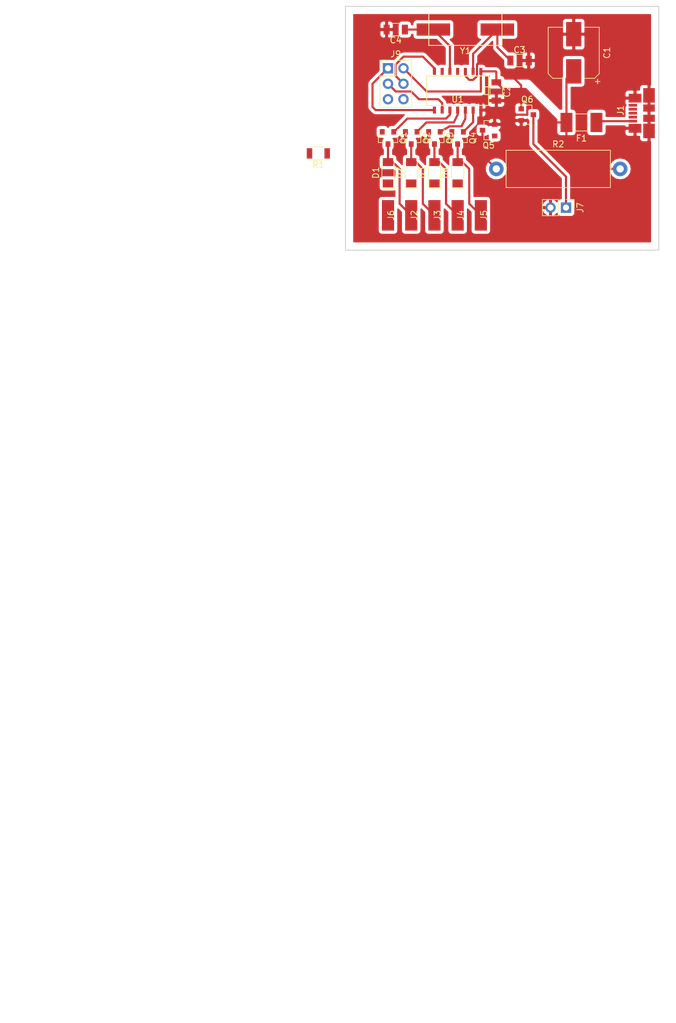
<source format=kicad_pcb>
(kicad_pcb (version 4) (host pcbnew 4.0.7-e2-6376~58~ubuntu16.04.1)

  (general
    (links 55)
    (no_connects 14)
    (area 130.099999 92.634999 181.685001 132.790001)
    (thickness 1.6)
    (drawings 4)
    (tracks 99)
    (zones 0)
    (modules 27)
    (nets 23)
  )

  (page A4)
  (layers
    (0 F.Cu signal)
    (31 B.Cu signal)
    (32 B.Adhes user)
    (33 F.Adhes user)
    (34 B.Paste user)
    (35 F.Paste user)
    (36 B.SilkS user)
    (37 F.SilkS user)
    (38 B.Mask user)
    (39 F.Mask user)
    (40 Dwgs.User user)
    (41 Cmts.User user)
    (42 Eco1.User user)
    (43 Eco2.User user)
    (44 Edge.Cuts user)
    (45 Margin user)
    (46 B.CrtYd user)
    (47 F.CrtYd user)
    (48 B.Fab user)
    (49 F.Fab user)
  )

  (setup
    (last_trace_width 0.35)
    (trace_clearance 0.2)
    (zone_clearance 0.508)
    (zone_45_only no)
    (trace_min 0.35)
    (segment_width 0.2)
    (edge_width 0.15)
    (via_size 0.6)
    (via_drill 0.4)
    (via_min_size 0.4)
    (via_min_drill 0.3)
    (uvia_size 0.3)
    (uvia_drill 0.1)
    (uvias_allowed no)
    (uvia_min_size 0.2)
    (uvia_min_drill 0.1)
    (pcb_text_width 0.3)
    (pcb_text_size 1.5 1.5)
    (mod_edge_width 0.15)
    (mod_text_size 1 1)
    (mod_text_width 0.15)
    (pad_size 5 2)
    (pad_drill 0)
    (pad_to_mask_clearance 0.2)
    (aux_axis_origin 0 0)
    (visible_elements FFFCFF7F)
    (pcbplotparams
      (layerselection 0x01030_80000001)
      (usegerberextensions false)
      (excludeedgelayer true)
      (linewidth 0.100000)
      (plotframeref false)
      (viasonmask false)
      (mode 1)
      (useauxorigin false)
      (hpglpennumber 1)
      (hpglpenspeed 20)
      (hpglpendiameter 15)
      (hpglpenoverlay 2)
      (psnegative false)
      (psa4output false)
      (plotreference true)
      (plotvalue true)
      (plotinvisibletext false)
      (padsonsilk false)
      (subtractmaskfromsilk false)
      (outputformat 1)
      (mirror false)
      (drillshape 0)
      (scaleselection 1)
      (outputdirectory Gerber/))
  )

  (net 0 "")
  (net 1 +5VD)
  (net 2 GNDD)
  (net 3 "Net-(D1-Pad2)")
  (net 4 "Net-(D2-Pad2)")
  (net 5 "Net-(D3-Pad2)")
  (net 6 "Net-(D4-Pad2)")
  (net 7 "Net-(F1-Pad1)")
  (net 8 "Net-(Q1-Pad2)")
  (net 9 "Net-(Q5-Pad3)")
  (net 10 "Net-(Q6-Pad1)")
  (net 11 /XTAL1)
  (net 12 /XTAL2)
  (net 13 /SHUTTERN)
  (net 14 /MISO)
  (net 15 /SCK)
  (net 16 /MOSI)
  (net 17 /RESET)
  (net 18 /PA3)
  (net 19 /PA2)
  (net 20 /PA1)
  (net 21 /PA0)
  (net 22 /PA7)

  (net_class Default "This is the default net class."
    (clearance 0.2)
    (trace_width 0.35)
    (via_dia 0.6)
    (via_drill 0.4)
    (uvia_dia 0.3)
    (uvia_drill 0.1)
    (add_net +5VD)
    (add_net /MISO)
    (add_net /MOSI)
    (add_net /PA0)
    (add_net /PA1)
    (add_net /PA2)
    (add_net /PA3)
    (add_net /PA7)
    (add_net /RESET)
    (add_net /SCK)
    (add_net /SHUTTERN)
    (add_net /XTAL1)
    (add_net /XTAL2)
    (add_net GNDD)
    (add_net "Net-(D1-Pad2)")
    (add_net "Net-(D2-Pad2)")
    (add_net "Net-(D3-Pad2)")
    (add_net "Net-(D4-Pad2)")
    (add_net "Net-(F1-Pad1)")
    (add_net "Net-(Q1-Pad2)")
    (add_net "Net-(Q5-Pad3)")
    (add_net "Net-(Q6-Pad1)")
  )

  (module Capacitors_SMD:CP_Elec_8x5.4 (layer F.Cu) (tedit 58AA8B87) (tstamp 5C69AE93)
    (at 167.64 100.33 90)
    (descr "SMT capacitor, aluminium electrolytic, 8x5.4")
    (path /5C699BB1)
    (attr smd)
    (fp_text reference C1 (at 0 5.45 90) (layer F.SilkS)
      (effects (font (size 1 1) (thickness 0.15)))
    )
    (fp_text value 100u (at 0 -5.45 90) (layer F.Fab)
      (effects (font (size 1 1) (thickness 0.15)))
    )
    (fp_circle (center 0 0) (end 1.1 3.8) (layer F.Fab) (width 0.1))
    (fp_text user + (at -1.93 -0.06 90) (layer F.Fab)
      (effects (font (size 1 1) (thickness 0.15)))
    )
    (fp_text user + (at -4.72 3.85 90) (layer F.SilkS)
      (effects (font (size 1 1) (thickness 0.15)))
    )
    (fp_text user %R (at 0 5.45 90) (layer F.Fab)
      (effects (font (size 1 1) (thickness 0.15)))
    )
    (fp_line (start -4.19 -3.43) (end -4.19 -1.56) (layer F.SilkS) (width 0.12))
    (fp_line (start -4.19 3.43) (end -4.19 1.56) (layer F.SilkS) (width 0.12))
    (fp_line (start 4.19 4.19) (end 4.19 1.56) (layer F.SilkS) (width 0.12))
    (fp_line (start 4.19 -4.19) (end 4.19 -1.56) (layer F.SilkS) (width 0.12))
    (fp_line (start 4.04 4.04) (end 4.04 -4.04) (layer F.Fab) (width 0.1))
    (fp_line (start -3.37 4.04) (end 4.04 4.04) (layer F.Fab) (width 0.1))
    (fp_line (start -4.04 3.37) (end -3.37 4.04) (layer F.Fab) (width 0.1))
    (fp_line (start -4.04 -3.37) (end -4.04 3.37) (layer F.Fab) (width 0.1))
    (fp_line (start -3.37 -4.04) (end -4.04 -3.37) (layer F.Fab) (width 0.1))
    (fp_line (start 4.04 -4.04) (end -3.37 -4.04) (layer F.Fab) (width 0.1))
    (fp_line (start -5.3 0) (end -5.3 4.5) (layer F.CrtYd) (width 0.05))
    (fp_line (start -5.3 4.5) (end 5.3 4.5) (layer F.CrtYd) (width 0.05))
    (fp_line (start 5.3 4.5) (end 5.3 -4.5) (layer F.CrtYd) (width 0.05))
    (fp_line (start 5.3 -4.5) (end -5.3 -4.5) (layer F.CrtYd) (width 0.05))
    (fp_line (start -5.3 -4.5) (end -5.3 0) (layer F.CrtYd) (width 0.05))
    (fp_line (start 4.19 4.19) (end -3.43 4.19) (layer F.SilkS) (width 0.12))
    (fp_line (start -3.43 4.19) (end -4.19 3.43) (layer F.SilkS) (width 0.12))
    (fp_line (start -4.19 -3.43) (end -3.43 -4.19) (layer F.SilkS) (width 0.12))
    (fp_line (start -3.43 -4.19) (end 4.19 -4.19) (layer F.SilkS) (width 0.12))
    (pad 1 smd rect (at -3.05 0 270) (size 4 2.5) (layers F.Cu F.Paste F.Mask)
      (net 1 +5VD))
    (pad 2 smd rect (at 3.05 0 270) (size 4 2.5) (layers F.Cu F.Paste F.Mask)
      (net 2 GNDD))
    (model Capacitors_SMD.3dshapes/CP_Elec_8x5.4.wrl
      (at (xyz 0 0 0))
      (scale (xyz 1 1 1))
      (rotate (xyz 0 0 180))
    )
  )

  (module Fuse_Holders_and_Fuses:Fuse_0679H (layer F.Cu) (tedit 581264AC) (tstamp 5C69AEC2)
    (at 168.91 111.76 180)
    (descr "0679H Series, 2410 Size")
    (tags Fuse)
    (path /5C699977)
    (attr smd)
    (fp_text reference F1 (at 0 -2.6 180) (layer F.SilkS)
      (effects (font (size 1 1) (thickness 0.15)))
    )
    (fp_text value Polyfuse (at 0 2.6 180) (layer F.Fab)
      (effects (font (size 1 1) (thickness 0.15)))
    )
    (fp_line (start -3.7 1.85) (end -3.7 -1.85) (layer F.CrtYd) (width 0.05))
    (fp_line (start 3.7 1.85) (end -3.7 1.85) (layer F.CrtYd) (width 0.05))
    (fp_line (start 3.7 -1.85) (end 3.7 1.85) (layer F.CrtYd) (width 0.05))
    (fp_line (start -3.7 -1.85) (end 3.7 -1.85) (layer F.CrtYd) (width 0.05))
    (fp_line (start -1.2 1.4) (end 1.2 1.4) (layer F.SilkS) (width 0.12))
    (fp_line (start -1.2 -1.4) (end 1.2 -1.4) (layer F.SilkS) (width 0.12))
    (fp_line (start -3.05 1.27) (end -3.05 -1.27) (layer F.Fab) (width 0.1))
    (fp_line (start 3.05 1.27) (end -3.05 1.27) (layer F.Fab) (width 0.1))
    (fp_line (start 3.05 -1.27) (end 3.05 1.27) (layer F.Fab) (width 0.1))
    (fp_line (start -3.05 -1.27) (end 3.05 -1.27) (layer F.Fab) (width 0.1))
    (pad 2 smd rect (at 2.46 0 180) (size 1.96 3.15) (layers F.Cu F.Paste F.Mask)
      (net 1 +5VD))
    (pad 1 smd rect (at -2.46 0 180) (size 1.96 3.15) (layers F.Cu F.Paste F.Mask)
      (net 7 "Net-(F1-Pad1)"))
  )

  (module TO_SOT_Packages_SMD:SOT-23 (layer F.Cu) (tedit 58CE4E7E) (tstamp 5C69AF47)
    (at 137.16 114.3 270)
    (descr "SOT-23, Standard")
    (tags SOT-23)
    (path /5C698DE9)
    (attr smd)
    (fp_text reference Q1 (at 0 -2.5 270) (layer F.SilkS)
      (effects (font (size 1 1) (thickness 0.15)))
    )
    (fp_text value Q_NMOS_GDS (at 0 2.5 270) (layer F.Fab)
      (effects (font (size 1 1) (thickness 0.15)))
    )
    (fp_text user %R (at 0 0 360) (layer F.Fab)
      (effects (font (size 0.5 0.5) (thickness 0.075)))
    )
    (fp_line (start -0.7 -0.95) (end -0.7 1.5) (layer F.Fab) (width 0.1))
    (fp_line (start -0.15 -1.52) (end 0.7 -1.52) (layer F.Fab) (width 0.1))
    (fp_line (start -0.7 -0.95) (end -0.15 -1.52) (layer F.Fab) (width 0.1))
    (fp_line (start 0.7 -1.52) (end 0.7 1.52) (layer F.Fab) (width 0.1))
    (fp_line (start -0.7 1.52) (end 0.7 1.52) (layer F.Fab) (width 0.1))
    (fp_line (start 0.76 1.58) (end 0.76 0.65) (layer F.SilkS) (width 0.12))
    (fp_line (start 0.76 -1.58) (end 0.76 -0.65) (layer F.SilkS) (width 0.12))
    (fp_line (start -1.7 -1.75) (end 1.7 -1.75) (layer F.CrtYd) (width 0.05))
    (fp_line (start 1.7 -1.75) (end 1.7 1.75) (layer F.CrtYd) (width 0.05))
    (fp_line (start 1.7 1.75) (end -1.7 1.75) (layer F.CrtYd) (width 0.05))
    (fp_line (start -1.7 1.75) (end -1.7 -1.75) (layer F.CrtYd) (width 0.05))
    (fp_line (start 0.76 -1.58) (end -1.4 -1.58) (layer F.SilkS) (width 0.12))
    (fp_line (start 0.76 1.58) (end -0.7 1.58) (layer F.SilkS) (width 0.12))
    (pad 1 smd rect (at -1 -0.95 270) (size 0.9 0.8) (layers F.Cu F.Paste F.Mask)
      (net 18 /PA3))
    (pad 2 smd rect (at -1 0.95 270) (size 0.9 0.8) (layers F.Cu F.Paste F.Mask)
      (net 8 "Net-(Q1-Pad2)"))
    (pad 3 smd rect (at 1 0 270) (size 0.9 0.8) (layers F.Cu F.Paste F.Mask)
      (net 3 "Net-(D1-Pad2)"))
    (model ${KISYS3DMOD}/TO_SOT_Packages_SMD.3dshapes/SOT-23.wrl
      (at (xyz 0 0 0))
      (scale (xyz 1 1 1))
      (rotate (xyz 0 0 0))
    )
  )

  (module TO_SOT_Packages_SMD:SOT-23 (layer F.Cu) (tedit 58CE4E7E) (tstamp 5C69AF4E)
    (at 140.97 114.3 270)
    (descr "SOT-23, Standard")
    (tags SOT-23)
    (path /5C698F34)
    (attr smd)
    (fp_text reference Q2 (at 0 -2.5 270) (layer F.SilkS)
      (effects (font (size 1 1) (thickness 0.15)))
    )
    (fp_text value Q_NMOS_GDS (at 0 2.5 270) (layer F.Fab)
      (effects (font (size 1 1) (thickness 0.15)))
    )
    (fp_text user %R (at 0 0 360) (layer F.Fab)
      (effects (font (size 0.5 0.5) (thickness 0.075)))
    )
    (fp_line (start -0.7 -0.95) (end -0.7 1.5) (layer F.Fab) (width 0.1))
    (fp_line (start -0.15 -1.52) (end 0.7 -1.52) (layer F.Fab) (width 0.1))
    (fp_line (start -0.7 -0.95) (end -0.15 -1.52) (layer F.Fab) (width 0.1))
    (fp_line (start 0.7 -1.52) (end 0.7 1.52) (layer F.Fab) (width 0.1))
    (fp_line (start -0.7 1.52) (end 0.7 1.52) (layer F.Fab) (width 0.1))
    (fp_line (start 0.76 1.58) (end 0.76 0.65) (layer F.SilkS) (width 0.12))
    (fp_line (start 0.76 -1.58) (end 0.76 -0.65) (layer F.SilkS) (width 0.12))
    (fp_line (start -1.7 -1.75) (end 1.7 -1.75) (layer F.CrtYd) (width 0.05))
    (fp_line (start 1.7 -1.75) (end 1.7 1.75) (layer F.CrtYd) (width 0.05))
    (fp_line (start 1.7 1.75) (end -1.7 1.75) (layer F.CrtYd) (width 0.05))
    (fp_line (start -1.7 1.75) (end -1.7 -1.75) (layer F.CrtYd) (width 0.05))
    (fp_line (start 0.76 -1.58) (end -1.4 -1.58) (layer F.SilkS) (width 0.12))
    (fp_line (start 0.76 1.58) (end -0.7 1.58) (layer F.SilkS) (width 0.12))
    (pad 1 smd rect (at -1 -0.95 270) (size 0.9 0.8) (layers F.Cu F.Paste F.Mask)
      (net 19 /PA2))
    (pad 2 smd rect (at -1 0.95 270) (size 0.9 0.8) (layers F.Cu F.Paste F.Mask)
      (net 2 GNDD))
    (pad 3 smd rect (at 1 0 270) (size 0.9 0.8) (layers F.Cu F.Paste F.Mask)
      (net 4 "Net-(D2-Pad2)"))
    (model ${KISYS3DMOD}/TO_SOT_Packages_SMD.3dshapes/SOT-23.wrl
      (at (xyz 0 0 0))
      (scale (xyz 1 1 1))
      (rotate (xyz 0 0 0))
    )
  )

  (module TO_SOT_Packages_SMD:SOT-23 (layer F.Cu) (tedit 58CE4E7E) (tstamp 5C69AF55)
    (at 144.78 114.3 270)
    (descr "SOT-23, Standard")
    (tags SOT-23)
    (path /5C698F90)
    (attr smd)
    (fp_text reference Q3 (at 0 -2.5 270) (layer F.SilkS)
      (effects (font (size 1 1) (thickness 0.15)))
    )
    (fp_text value Q_NMOS_GDS (at 0 2.5 270) (layer F.Fab)
      (effects (font (size 1 1) (thickness 0.15)))
    )
    (fp_text user %R (at 0 0 360) (layer F.Fab)
      (effects (font (size 0.5 0.5) (thickness 0.075)))
    )
    (fp_line (start -0.7 -0.95) (end -0.7 1.5) (layer F.Fab) (width 0.1))
    (fp_line (start -0.15 -1.52) (end 0.7 -1.52) (layer F.Fab) (width 0.1))
    (fp_line (start -0.7 -0.95) (end -0.15 -1.52) (layer F.Fab) (width 0.1))
    (fp_line (start 0.7 -1.52) (end 0.7 1.52) (layer F.Fab) (width 0.1))
    (fp_line (start -0.7 1.52) (end 0.7 1.52) (layer F.Fab) (width 0.1))
    (fp_line (start 0.76 1.58) (end 0.76 0.65) (layer F.SilkS) (width 0.12))
    (fp_line (start 0.76 -1.58) (end 0.76 -0.65) (layer F.SilkS) (width 0.12))
    (fp_line (start -1.7 -1.75) (end 1.7 -1.75) (layer F.CrtYd) (width 0.05))
    (fp_line (start 1.7 -1.75) (end 1.7 1.75) (layer F.CrtYd) (width 0.05))
    (fp_line (start 1.7 1.75) (end -1.7 1.75) (layer F.CrtYd) (width 0.05))
    (fp_line (start -1.7 1.75) (end -1.7 -1.75) (layer F.CrtYd) (width 0.05))
    (fp_line (start 0.76 -1.58) (end -1.4 -1.58) (layer F.SilkS) (width 0.12))
    (fp_line (start 0.76 1.58) (end -0.7 1.58) (layer F.SilkS) (width 0.12))
    (pad 1 smd rect (at -1 -0.95 270) (size 0.9 0.8) (layers F.Cu F.Paste F.Mask)
      (net 20 /PA1))
    (pad 2 smd rect (at -1 0.95 270) (size 0.9 0.8) (layers F.Cu F.Paste F.Mask)
      (net 2 GNDD))
    (pad 3 smd rect (at 1 0 270) (size 0.9 0.8) (layers F.Cu F.Paste F.Mask)
      (net 5 "Net-(D3-Pad2)"))
    (model ${KISYS3DMOD}/TO_SOT_Packages_SMD.3dshapes/SOT-23.wrl
      (at (xyz 0 0 0))
      (scale (xyz 1 1 1))
      (rotate (xyz 0 0 0))
    )
  )

  (module TO_SOT_Packages_SMD:SOT-23 (layer F.Cu) (tedit 58CE4E7E) (tstamp 5C69AF5C)
    (at 148.59 114.3 270)
    (descr "SOT-23, Standard")
    (tags SOT-23)
    (path /5C698FD7)
    (attr smd)
    (fp_text reference Q4 (at 0 -2.5 270) (layer F.SilkS)
      (effects (font (size 1 1) (thickness 0.15)))
    )
    (fp_text value Q_NMOS_GDS (at 0 2.5 270) (layer F.Fab)
      (effects (font (size 1 1) (thickness 0.15)))
    )
    (fp_text user %R (at 0 0 360) (layer F.Fab)
      (effects (font (size 0.5 0.5) (thickness 0.075)))
    )
    (fp_line (start -0.7 -0.95) (end -0.7 1.5) (layer F.Fab) (width 0.1))
    (fp_line (start -0.15 -1.52) (end 0.7 -1.52) (layer F.Fab) (width 0.1))
    (fp_line (start -0.7 -0.95) (end -0.15 -1.52) (layer F.Fab) (width 0.1))
    (fp_line (start 0.7 -1.52) (end 0.7 1.52) (layer F.Fab) (width 0.1))
    (fp_line (start -0.7 1.52) (end 0.7 1.52) (layer F.Fab) (width 0.1))
    (fp_line (start 0.76 1.58) (end 0.76 0.65) (layer F.SilkS) (width 0.12))
    (fp_line (start 0.76 -1.58) (end 0.76 -0.65) (layer F.SilkS) (width 0.12))
    (fp_line (start -1.7 -1.75) (end 1.7 -1.75) (layer F.CrtYd) (width 0.05))
    (fp_line (start 1.7 -1.75) (end 1.7 1.75) (layer F.CrtYd) (width 0.05))
    (fp_line (start 1.7 1.75) (end -1.7 1.75) (layer F.CrtYd) (width 0.05))
    (fp_line (start -1.7 1.75) (end -1.7 -1.75) (layer F.CrtYd) (width 0.05))
    (fp_line (start 0.76 -1.58) (end -1.4 -1.58) (layer F.SilkS) (width 0.12))
    (fp_line (start 0.76 1.58) (end -0.7 1.58) (layer F.SilkS) (width 0.12))
    (pad 1 smd rect (at -1 -0.95 270) (size 0.9 0.8) (layers F.Cu F.Paste F.Mask)
      (net 21 /PA0))
    (pad 2 smd rect (at -1 0.95 270) (size 0.9 0.8) (layers F.Cu F.Paste F.Mask)
      (net 2 GNDD))
    (pad 3 smd rect (at 1 0 270) (size 0.9 0.8) (layers F.Cu F.Paste F.Mask)
      (net 6 "Net-(D4-Pad2)"))
    (model ${KISYS3DMOD}/TO_SOT_Packages_SMD.3dshapes/SOT-23.wrl
      (at (xyz 0 0 0))
      (scale (xyz 1 1 1))
      (rotate (xyz 0 0 0))
    )
  )

  (module TO_SOT_Packages_SMD:SOT-23 (layer F.Cu) (tedit 58CE4E7E) (tstamp 5C69AF63)
    (at 153.67 113.03 180)
    (descr "SOT-23, Standard")
    (tags SOT-23)
    (path /5C69B94E)
    (attr smd)
    (fp_text reference Q5 (at 0 -2.5 180) (layer F.SilkS)
      (effects (font (size 1 1) (thickness 0.15)))
    )
    (fp_text value Q_NMOS_GDS (at 0 2.5 180) (layer F.Fab)
      (effects (font (size 1 1) (thickness 0.15)))
    )
    (fp_text user %R (at 0 0 270) (layer F.Fab)
      (effects (font (size 0.5 0.5) (thickness 0.075)))
    )
    (fp_line (start -0.7 -0.95) (end -0.7 1.5) (layer F.Fab) (width 0.1))
    (fp_line (start -0.15 -1.52) (end 0.7 -1.52) (layer F.Fab) (width 0.1))
    (fp_line (start -0.7 -0.95) (end -0.15 -1.52) (layer F.Fab) (width 0.1))
    (fp_line (start 0.7 -1.52) (end 0.7 1.52) (layer F.Fab) (width 0.1))
    (fp_line (start -0.7 1.52) (end 0.7 1.52) (layer F.Fab) (width 0.1))
    (fp_line (start 0.76 1.58) (end 0.76 0.65) (layer F.SilkS) (width 0.12))
    (fp_line (start 0.76 -1.58) (end 0.76 -0.65) (layer F.SilkS) (width 0.12))
    (fp_line (start -1.7 -1.75) (end 1.7 -1.75) (layer F.CrtYd) (width 0.05))
    (fp_line (start 1.7 -1.75) (end 1.7 1.75) (layer F.CrtYd) (width 0.05))
    (fp_line (start 1.7 1.75) (end -1.7 1.75) (layer F.CrtYd) (width 0.05))
    (fp_line (start -1.7 1.75) (end -1.7 -1.75) (layer F.CrtYd) (width 0.05))
    (fp_line (start 0.76 -1.58) (end -1.4 -1.58) (layer F.SilkS) (width 0.12))
    (fp_line (start 0.76 1.58) (end -0.7 1.58) (layer F.SilkS) (width 0.12))
    (pad 1 smd rect (at -1 -0.95 180) (size 0.9 0.8) (layers F.Cu F.Paste F.Mask)
      (net 22 /PA7))
    (pad 2 smd rect (at -1 0.95 180) (size 0.9 0.8) (layers F.Cu F.Paste F.Mask)
      (net 2 GNDD))
    (pad 3 smd rect (at 1 0 180) (size 0.9 0.8) (layers F.Cu F.Paste F.Mask)
      (net 9 "Net-(Q5-Pad3)"))
    (model ${KISYS3DMOD}/TO_SOT_Packages_SMD.3dshapes/SOT-23.wrl
      (at (xyz 0 0 0))
      (scale (xyz 1 1 1))
      (rotate (xyz 0 0 0))
    )
  )

  (module Pin_Headers:Pin_Header_Straight_2x03_Pitch2.54mm (layer F.Cu) (tedit 59650532) (tstamp 5C6B20BE)
    (at 137.16 102.87)
    (descr "Through hole straight pin header, 2x03, 2.54mm pitch, double rows")
    (tags "Through hole pin header THT 2x03 2.54mm double row")
    (path /5C698AC1)
    (fp_text reference J9 (at 1.27 -2.33) (layer F.SilkS)
      (effects (font (size 1 1) (thickness 0.15)))
    )
    (fp_text value Conn_02x03_Odd_Even (at 1.27 7.41) (layer F.Fab)
      (effects (font (size 1 1) (thickness 0.15)))
    )
    (fp_line (start 0 -1.27) (end 3.81 -1.27) (layer F.Fab) (width 0.1))
    (fp_line (start 3.81 -1.27) (end 3.81 6.35) (layer F.Fab) (width 0.1))
    (fp_line (start 3.81 6.35) (end -1.27 6.35) (layer F.Fab) (width 0.1))
    (fp_line (start -1.27 6.35) (end -1.27 0) (layer F.Fab) (width 0.1))
    (fp_line (start -1.27 0) (end 0 -1.27) (layer F.Fab) (width 0.1))
    (fp_line (start -1.33 6.41) (end 3.87 6.41) (layer F.SilkS) (width 0.12))
    (fp_line (start -1.33 1.27) (end -1.33 6.41) (layer F.SilkS) (width 0.12))
    (fp_line (start 3.87 -1.33) (end 3.87 6.41) (layer F.SilkS) (width 0.12))
    (fp_line (start -1.33 1.27) (end 1.27 1.27) (layer F.SilkS) (width 0.12))
    (fp_line (start 1.27 1.27) (end 1.27 -1.33) (layer F.SilkS) (width 0.12))
    (fp_line (start 1.27 -1.33) (end 3.87 -1.33) (layer F.SilkS) (width 0.12))
    (fp_line (start -1.33 0) (end -1.33 -1.33) (layer F.SilkS) (width 0.12))
    (fp_line (start -1.33 -1.33) (end 0 -1.33) (layer F.SilkS) (width 0.12))
    (fp_line (start -1.8 -1.8) (end -1.8 6.85) (layer F.CrtYd) (width 0.05))
    (fp_line (start -1.8 6.85) (end 4.35 6.85) (layer F.CrtYd) (width 0.05))
    (fp_line (start 4.35 6.85) (end 4.35 -1.8) (layer F.CrtYd) (width 0.05))
    (fp_line (start 4.35 -1.8) (end -1.8 -1.8) (layer F.CrtYd) (width 0.05))
    (fp_text user %R (at 1.27 2.54 90) (layer F.Fab)
      (effects (font (size 1 1) (thickness 0.15)))
    )
    (pad 1 thru_hole rect (at 0 0) (size 1.7 1.7) (drill 1) (layers *.Cu *.Mask)
      (net 14 /MISO))
    (pad 2 thru_hole oval (at 2.54 0) (size 1.7 1.7) (drill 1) (layers *.Cu *.Mask)
      (net 1 +5VD))
    (pad 3 thru_hole oval (at 0 2.54) (size 1.7 1.7) (drill 1) (layers *.Cu *.Mask)
      (net 15 /SCK))
    (pad 4 thru_hole oval (at 2.54 2.54) (size 1.7 1.7) (drill 1) (layers *.Cu *.Mask)
      (net 16 /MOSI))
    (pad 5 thru_hole oval (at 0 5.08) (size 1.7 1.7) (drill 1) (layers *.Cu *.Mask)
      (net 17 /RESET))
    (pad 6 thru_hole oval (at 2.54 5.08) (size 1.7 1.7) (drill 1) (layers *.Cu *.Mask)
      (net 2 GNDD))
    (model ${KISYS3DMOD}/Pin_Headers.3dshapes/Pin_Header_Straight_2x03_Pitch2.54mm.wrl
      (at (xyz 0 0 0))
      (scale (xyz 1 1 1))
      (rotate (xyz 0 0 0))
    )
  )

  (module Resistors_SMD:R_1206 (layer F.Cu) (tedit 58E0A804) (tstamp 5C6C6A94)
    (at 125.73 116.84 180)
    (descr "Resistor SMD 1206, reflow soldering, Vishay (see dcrcw.pdf)")
    (tags "resistor 1206")
    (path /5C6C6ACD)
    (attr smd)
    (fp_text reference R1 (at 0 -1.85 180) (layer F.SilkS)
      (effects (font (size 1 1) (thickness 0.15)))
    )
    (fp_text value 0 (at 0 1.95 180) (layer F.Fab)
      (effects (font (size 1 1) (thickness 0.15)))
    )
    (fp_text user %R (at 0 0 180) (layer F.Fab)
      (effects (font (size 0.7 0.7) (thickness 0.105)))
    )
    (fp_line (start -1.6 0.8) (end -1.6 -0.8) (layer F.Fab) (width 0.1))
    (fp_line (start 1.6 0.8) (end -1.6 0.8) (layer F.Fab) (width 0.1))
    (fp_line (start 1.6 -0.8) (end 1.6 0.8) (layer F.Fab) (width 0.1))
    (fp_line (start -1.6 -0.8) (end 1.6 -0.8) (layer F.Fab) (width 0.1))
    (fp_line (start 1 1.07) (end -1 1.07) (layer F.SilkS) (width 0.12))
    (fp_line (start -1 -1.07) (end 1 -1.07) (layer F.SilkS) (width 0.12))
    (fp_line (start -2.15 -1.11) (end 2.15 -1.11) (layer F.CrtYd) (width 0.05))
    (fp_line (start -2.15 -1.11) (end -2.15 1.1) (layer F.CrtYd) (width 0.05))
    (fp_line (start 2.15 1.1) (end 2.15 -1.11) (layer F.CrtYd) (width 0.05))
    (fp_line (start 2.15 1.1) (end -2.15 1.1) (layer F.CrtYd) (width 0.05))
    (pad 1 smd rect (at -1.45 0 180) (size 0.9 1.7) (layers F.Cu F.Paste F.Mask)
      (net 2 GNDD))
    (pad 2 smd rect (at 1.45 0 180) (size 0.9 1.7) (layers F.Cu F.Paste F.Mask)
      (net 8 "Net-(Q1-Pad2)"))
    (model ${KISYS3DMOD}/Resistors_SMD.3dshapes/R_1206.wrl
      (at (xyz 0 0 0))
      (scale (xyz 1 1 1))
      (rotate (xyz 0 0 0))
    )
  )

  (module lasse:Wire_Pad_5x2mm (layer F.Cu) (tedit 5C6C6E01) (tstamp 5C6C6E34)
    (at 140.97 127 90)
    (path /5C6B1A6C)
    (fp_text reference J2 (at 0 0.5 90) (layer F.SilkS)
      (effects (font (size 1 1) (thickness 0.15)))
    )
    (fp_text value Conn_01x01 (at 0 -0.5 90) (layer F.Fab)
      (effects (font (size 1 1) (thickness 0.15)))
    )
    (pad 1 smd rect (at 0 0 90) (size 5 2) (layers F.Cu F.Paste F.Mask)
      (net 3 "Net-(D1-Pad2)"))
  )

  (module lasse:Wire_Pad_5x2mm (layer F.Cu) (tedit 5C6C6E07) (tstamp 5C6C6E38)
    (at 144.78 127 90)
    (path /5C6B1AE2)
    (fp_text reference J3 (at 0 0.5 90) (layer F.SilkS)
      (effects (font (size 1 1) (thickness 0.15)))
    )
    (fp_text value Conn_01x01 (at 0 -0.5 90) (layer F.Fab)
      (effects (font (size 1 1) (thickness 0.15)))
    )
    (pad 1 smd rect (at 0 0 90) (size 5 2) (layers F.Cu F.Paste F.Mask)
      (net 4 "Net-(D2-Pad2)"))
  )

  (module lasse:Wire_Pad_5x2mm (layer F.Cu) (tedit 5C6C6E0B) (tstamp 5C6C6E3C)
    (at 148.59 127 90)
    (path /5C6B1B28)
    (fp_text reference J4 (at 0 0.5 90) (layer F.SilkS)
      (effects (font (size 1 1) (thickness 0.15)))
    )
    (fp_text value Conn_01x01 (at 0 -0.5 90) (layer F.Fab)
      (effects (font (size 1 1) (thickness 0.15)))
    )
    (pad 1 smd rect (at 0 0 90) (size 5 2) (layers F.Cu F.Paste F.Mask)
      (net 5 "Net-(D3-Pad2)"))
  )

  (module lasse:Wire_Pad_5x2mm (layer F.Cu) (tedit 5C6C6E12) (tstamp 5C6C6E40)
    (at 152.4 127 90)
    (path /5C6B1B71)
    (fp_text reference J5 (at 0 0.5 90) (layer F.SilkS)
      (effects (font (size 1 1) (thickness 0.15)))
    )
    (fp_text value Conn_01x01 (at 0 -0.5 90) (layer F.Fab)
      (effects (font (size 1 1) (thickness 0.15)))
    )
    (pad 1 smd rect (at 0 0 90) (size 5 2) (layers F.Cu F.Paste F.Mask)
      (net 6 "Net-(D4-Pad2)"))
  )

  (module lasse:Wire_Pad_5x2mm (layer F.Cu) (tedit 5C6C6DF8) (tstamp 5C6C6E44)
    (at 137.16 127 90)
    (path /5C6B1BBD)
    (fp_text reference J6 (at 0 0.5 90) (layer F.SilkS)
      (effects (font (size 1 1) (thickness 0.15)))
    )
    (fp_text value Conn_01x01 (at 0 -0.5 90) (layer F.Fab)
      (effects (font (size 1 1) (thickness 0.15)))
    )
    (pad 1 smd rect (at 0 0 90) (size 5 2) (layers F.Cu F.Paste F.Mask)
      (net 1 +5VD))
  )

  (module Capacitors_SMD:C_1206 (layer F.Cu) (tedit 58AA84B8) (tstamp 5CC61153)
    (at 154.94 106.68 270)
    (descr "Capacitor SMD 1206, reflow soldering, AVX (see smccp.pdf)")
    (tags "capacitor 1206")
    (path /5C699ABA)
    (attr smd)
    (fp_text reference C2 (at 0 -1.75 270) (layer F.SilkS)
      (effects (font (size 1 1) (thickness 0.15)))
    )
    (fp_text value 100n (at 0 2 270) (layer F.Fab)
      (effects (font (size 1 1) (thickness 0.15)))
    )
    (fp_text user %R (at 0 -1.75 270) (layer F.Fab)
      (effects (font (size 1 1) (thickness 0.15)))
    )
    (fp_line (start -1.6 0.8) (end -1.6 -0.8) (layer F.Fab) (width 0.1))
    (fp_line (start 1.6 0.8) (end -1.6 0.8) (layer F.Fab) (width 0.1))
    (fp_line (start 1.6 -0.8) (end 1.6 0.8) (layer F.Fab) (width 0.1))
    (fp_line (start -1.6 -0.8) (end 1.6 -0.8) (layer F.Fab) (width 0.1))
    (fp_line (start 1 -1.02) (end -1 -1.02) (layer F.SilkS) (width 0.12))
    (fp_line (start -1 1.02) (end 1 1.02) (layer F.SilkS) (width 0.12))
    (fp_line (start -2.25 -1.05) (end 2.25 -1.05) (layer F.CrtYd) (width 0.05))
    (fp_line (start -2.25 -1.05) (end -2.25 1.05) (layer F.CrtYd) (width 0.05))
    (fp_line (start 2.25 1.05) (end 2.25 -1.05) (layer F.CrtYd) (width 0.05))
    (fp_line (start 2.25 1.05) (end -2.25 1.05) (layer F.CrtYd) (width 0.05))
    (pad 1 smd rect (at -1.5 0 270) (size 1 1.6) (layers F.Cu F.Paste F.Mask)
      (net 1 +5VD))
    (pad 2 smd rect (at 1.5 0 270) (size 1 1.6) (layers F.Cu F.Paste F.Mask)
      (net 2 GNDD))
    (model Capacitors_SMD.3dshapes/C_1206.wrl
      (at (xyz 0 0 0))
      (scale (xyz 1 1 1))
      (rotate (xyz 0 0 0))
    )
  )

  (module Capacitors_SMD:C_1206 (layer F.Cu) (tedit 58AA84B8) (tstamp 5CC6115D)
    (at 158.75 101.6)
    (descr "Capacitor SMD 1206, reflow soldering, AVX (see smccp.pdf)")
    (tags "capacitor 1206")
    (path /5CC636B5)
    (attr smd)
    (fp_text reference C3 (at 0 -1.75) (layer F.SilkS)
      (effects (font (size 1 1) (thickness 0.15)))
    )
    (fp_text value 20p (at 0 2) (layer F.Fab)
      (effects (font (size 1 1) (thickness 0.15)))
    )
    (fp_text user %R (at 0 -1.75) (layer F.Fab)
      (effects (font (size 1 1) (thickness 0.15)))
    )
    (fp_line (start -1.6 0.8) (end -1.6 -0.8) (layer F.Fab) (width 0.1))
    (fp_line (start 1.6 0.8) (end -1.6 0.8) (layer F.Fab) (width 0.1))
    (fp_line (start 1.6 -0.8) (end 1.6 0.8) (layer F.Fab) (width 0.1))
    (fp_line (start -1.6 -0.8) (end 1.6 -0.8) (layer F.Fab) (width 0.1))
    (fp_line (start 1 -1.02) (end -1 -1.02) (layer F.SilkS) (width 0.12))
    (fp_line (start -1 1.02) (end 1 1.02) (layer F.SilkS) (width 0.12))
    (fp_line (start -2.25 -1.05) (end 2.25 -1.05) (layer F.CrtYd) (width 0.05))
    (fp_line (start -2.25 -1.05) (end -2.25 1.05) (layer F.CrtYd) (width 0.05))
    (fp_line (start 2.25 1.05) (end 2.25 -1.05) (layer F.CrtYd) (width 0.05))
    (fp_line (start 2.25 1.05) (end -2.25 1.05) (layer F.CrtYd) (width 0.05))
    (pad 1 smd rect (at -1.5 0) (size 1 1.6) (layers F.Cu F.Paste F.Mask)
      (net 11 /XTAL1))
    (pad 2 smd rect (at 1.5 0) (size 1 1.6) (layers F.Cu F.Paste F.Mask)
      (net 2 GNDD))
    (model Capacitors_SMD.3dshapes/C_1206.wrl
      (at (xyz 0 0 0))
      (scale (xyz 1 1 1))
      (rotate (xyz 0 0 0))
    )
  )

  (module Capacitors_SMD:C_1206 (layer F.Cu) (tedit 58AA84B8) (tstamp 5CC61163)
    (at 138.43 96.52 180)
    (descr "Capacitor SMD 1206, reflow soldering, AVX (see smccp.pdf)")
    (tags "capacitor 1206")
    (path /5CC63900)
    (attr smd)
    (fp_text reference C4 (at 0 -1.75 180) (layer F.SilkS)
      (effects (font (size 1 1) (thickness 0.15)))
    )
    (fp_text value 20p (at 0 2 180) (layer F.Fab)
      (effects (font (size 1 1) (thickness 0.15)))
    )
    (fp_text user %R (at 0 -1.75 180) (layer F.Fab)
      (effects (font (size 1 1) (thickness 0.15)))
    )
    (fp_line (start -1.6 0.8) (end -1.6 -0.8) (layer F.Fab) (width 0.1))
    (fp_line (start 1.6 0.8) (end -1.6 0.8) (layer F.Fab) (width 0.1))
    (fp_line (start 1.6 -0.8) (end 1.6 0.8) (layer F.Fab) (width 0.1))
    (fp_line (start -1.6 -0.8) (end 1.6 -0.8) (layer F.Fab) (width 0.1))
    (fp_line (start 1 -1.02) (end -1 -1.02) (layer F.SilkS) (width 0.12))
    (fp_line (start -1 1.02) (end 1 1.02) (layer F.SilkS) (width 0.12))
    (fp_line (start -2.25 -1.05) (end 2.25 -1.05) (layer F.CrtYd) (width 0.05))
    (fp_line (start -2.25 -1.05) (end -2.25 1.05) (layer F.CrtYd) (width 0.05))
    (fp_line (start 2.25 1.05) (end 2.25 -1.05) (layer F.CrtYd) (width 0.05))
    (fp_line (start 2.25 1.05) (end -2.25 1.05) (layer F.CrtYd) (width 0.05))
    (pad 1 smd rect (at -1.5 0 180) (size 1 1.6) (layers F.Cu F.Paste F.Mask)
      (net 12 /XTAL2))
    (pad 2 smd rect (at 1.5 0 180) (size 1 1.6) (layers F.Cu F.Paste F.Mask)
      (net 2 GNDD))
    (model Capacitors_SMD.3dshapes/C_1206.wrl
      (at (xyz 0 0 0))
      (scale (xyz 1 1 1))
      (rotate (xyz 0 0 0))
    )
  )

  (module Resistors_THT:R_Axial_DIN0617_L17.0mm_D6.0mm_P20.32mm_Horizontal (layer F.Cu) (tedit 5874F706) (tstamp 5CC61198)
    (at 154.94 119.38)
    (descr "Resistor, Axial_DIN0617 series, Axial, Horizontal, pin pitch=20.32mm, 2W, length*diameter=17*6mm^2, http://www.vishay.com/docs/20128/wkxwrx.pdf")
    (tags "Resistor Axial_DIN0617 series Axial Horizontal pin pitch 20.32mm 2W length 17mm diameter 6mm")
    (path /5C82CF04)
    (fp_text reference R2 (at 10.16 -4.06) (layer F.SilkS)
      (effects (font (size 1 1) (thickness 0.15)))
    )
    (fp_text value 39 (at 10.16 4.06) (layer F.Fab)
      (effects (font (size 1 1) (thickness 0.15)))
    )
    (fp_line (start 1.66 -3) (end 1.66 3) (layer F.Fab) (width 0.1))
    (fp_line (start 1.66 3) (end 18.66 3) (layer F.Fab) (width 0.1))
    (fp_line (start 18.66 3) (end 18.66 -3) (layer F.Fab) (width 0.1))
    (fp_line (start 18.66 -3) (end 1.66 -3) (layer F.Fab) (width 0.1))
    (fp_line (start 0 0) (end 1.66 0) (layer F.Fab) (width 0.1))
    (fp_line (start 20.32 0) (end 18.66 0) (layer F.Fab) (width 0.1))
    (fp_line (start 1.6 -3.06) (end 1.6 3.06) (layer F.SilkS) (width 0.12))
    (fp_line (start 1.6 3.06) (end 18.72 3.06) (layer F.SilkS) (width 0.12))
    (fp_line (start 18.72 3.06) (end 18.72 -3.06) (layer F.SilkS) (width 0.12))
    (fp_line (start 18.72 -3.06) (end 1.6 -3.06) (layer F.SilkS) (width 0.12))
    (fp_line (start 1.38 0) (end 1.6 0) (layer F.SilkS) (width 0.12))
    (fp_line (start 18.94 0) (end 18.72 0) (layer F.SilkS) (width 0.12))
    (fp_line (start -1.45 -3.35) (end -1.45 3.35) (layer F.CrtYd) (width 0.05))
    (fp_line (start -1.45 3.35) (end 21.8 3.35) (layer F.CrtYd) (width 0.05))
    (fp_line (start 21.8 3.35) (end 21.8 -3.35) (layer F.CrtYd) (width 0.05))
    (fp_line (start 21.8 -3.35) (end -1.45 -3.35) (layer F.CrtYd) (width 0.05))
    (pad 1 thru_hole circle (at 0 0) (size 2.4 2.4) (drill 1.2) (layers *.Cu *.Mask)
      (net 9 "Net-(Q5-Pad3)"))
    (pad 2 thru_hole oval (at 20.32 0) (size 2.4 2.4) (drill 1.2) (layers *.Cu *.Mask)
      (net 1 +5VD))
    (model ${KISYS3DMOD}/Resistors_THT.3dshapes/R_Axial_DIN0617_L17.0mm_D6.0mm_P20.32mm_Horizontal.wrl
      (at (xyz 0 0 0))
      (scale (xyz 0.393701 0.393701 0.393701))
      (rotate (xyz 0 0 0))
    )
  )

  (module SMD_Packages:SOIC-14_N (layer F.Cu) (tedit 0) (tstamp 5CC61199)
    (at 148.59 106.68 180)
    (descr "Module CMS SOJ 14 pins Large")
    (tags "CMS SOJ")
    (path /5C69877B)
    (attr smd)
    (fp_text reference U1 (at 0 -1.27 180) (layer F.SilkS)
      (effects (font (size 1 1) (thickness 0.15)))
    )
    (fp_text value ATTINY441-SSU (at 0 1.27 180) (layer F.Fab)
      (effects (font (size 1 1) (thickness 0.15)))
    )
    (fp_line (start 5.08 -2.286) (end 5.08 2.54) (layer F.SilkS) (width 0.15))
    (fp_line (start 5.08 2.54) (end -5.08 2.54) (layer F.SilkS) (width 0.15))
    (fp_line (start -5.08 2.54) (end -5.08 -2.286) (layer F.SilkS) (width 0.15))
    (fp_line (start -5.08 -2.286) (end 5.08 -2.286) (layer F.SilkS) (width 0.15))
    (fp_line (start -5.08 -0.508) (end -4.445 -0.508) (layer F.SilkS) (width 0.15))
    (fp_line (start -4.445 -0.508) (end -4.445 0.762) (layer F.SilkS) (width 0.15))
    (fp_line (start -4.445 0.762) (end -5.08 0.762) (layer F.SilkS) (width 0.15))
    (pad 1 smd rect (at -3.81 3.302 180) (size 0.508 1.143) (layers F.Cu F.Paste F.Mask)
      (net 1 +5VD))
    (pad 2 smd rect (at -2.54 3.302 180) (size 0.508 1.143) (layers F.Cu F.Paste F.Mask)
      (net 11 /XTAL1))
    (pad 3 smd rect (at -1.27 3.302 180) (size 0.508 1.143) (layers F.Cu F.Paste F.Mask)
      (net 10 "Net-(Q6-Pad1)"))
    (pad 4 smd rect (at 0 3.302 180) (size 0.508 1.143) (layers F.Cu F.Paste F.Mask)
      (net 17 /RESET))
    (pad 5 smd rect (at 1.27 3.302 180) (size 0.508 1.143) (layers F.Cu F.Paste F.Mask)
      (net 12 /XTAL2))
    (pad 6 smd rect (at 2.54 3.302 180) (size 0.508 1.143) (layers F.Cu F.Paste F.Mask)
      (net 22 /PA7))
    (pad 7 smd rect (at 3.81 3.302 180) (size 0.508 1.143) (layers F.Cu F.Paste F.Mask)
      (net 16 /MOSI))
    (pad 8 smd rect (at 3.81 -3.048 180) (size 0.508 1.143) (layers F.Cu F.Paste F.Mask)
      (net 14 /MISO))
    (pad 9 smd rect (at 2.54 -3.048 180) (size 0.508 1.143) (layers F.Cu F.Paste F.Mask)
      (net 15 /SCK))
    (pad 11 smd rect (at 0 -3.048 180) (size 0.508 1.143) (layers F.Cu F.Paste F.Mask)
      (net 19 /PA2))
    (pad 12 smd rect (at -1.27 -3.048 180) (size 0.508 1.143) (layers F.Cu F.Paste F.Mask)
      (net 20 /PA1))
    (pad 13 smd rect (at -2.54 -3.048 180) (size 0.508 1.143) (layers F.Cu F.Paste F.Mask)
      (net 21 /PA0))
    (pad 14 smd rect (at -3.81 -3.048 180) (size 0.508 1.143) (layers F.Cu F.Paste F.Mask)
      (net 2 GNDD))
    (pad 10 smd rect (at 1.27 -3.048 180) (size 0.508 1.143) (layers F.Cu F.Paste F.Mask)
      (net 18 /PA3))
    (model SMD_Packages.3dshapes/SOIC-14_N.wrl
      (at (xyz 0 0 0))
      (scale (xyz 0.5 0.4 0.5))
      (rotate (xyz 0 0 0))
    )
  )

  (module Pin_Headers:Pin_Header_Straight_1x02_Pitch2.54mm (layer F.Cu) (tedit 59650532) (tstamp 5CC613CD)
    (at 166.37 125.73 270)
    (descr "Through hole straight pin header, 1x02, 2.54mm pitch, single row")
    (tags "Through hole pin header THT 1x02 2.54mm single row")
    (path /5CC64EC8)
    (fp_text reference J7 (at 0 -2.33 270) (layer F.SilkS)
      (effects (font (size 1 1) (thickness 0.15)))
    )
    (fp_text value Conn_01x02 (at 0 4.87 270) (layer F.Fab)
      (effects (font (size 1 1) (thickness 0.15)))
    )
    (fp_line (start -0.635 -1.27) (end 1.27 -1.27) (layer F.Fab) (width 0.1))
    (fp_line (start 1.27 -1.27) (end 1.27 3.81) (layer F.Fab) (width 0.1))
    (fp_line (start 1.27 3.81) (end -1.27 3.81) (layer F.Fab) (width 0.1))
    (fp_line (start -1.27 3.81) (end -1.27 -0.635) (layer F.Fab) (width 0.1))
    (fp_line (start -1.27 -0.635) (end -0.635 -1.27) (layer F.Fab) (width 0.1))
    (fp_line (start -1.33 3.87) (end 1.33 3.87) (layer F.SilkS) (width 0.12))
    (fp_line (start -1.33 1.27) (end -1.33 3.87) (layer F.SilkS) (width 0.12))
    (fp_line (start 1.33 1.27) (end 1.33 3.87) (layer F.SilkS) (width 0.12))
    (fp_line (start -1.33 1.27) (end 1.33 1.27) (layer F.SilkS) (width 0.12))
    (fp_line (start -1.33 0) (end -1.33 -1.33) (layer F.SilkS) (width 0.12))
    (fp_line (start -1.33 -1.33) (end 0 -1.33) (layer F.SilkS) (width 0.12))
    (fp_line (start -1.8 -1.8) (end -1.8 4.35) (layer F.CrtYd) (width 0.05))
    (fp_line (start -1.8 4.35) (end 1.8 4.35) (layer F.CrtYd) (width 0.05))
    (fp_line (start 1.8 4.35) (end 1.8 -1.8) (layer F.CrtYd) (width 0.05))
    (fp_line (start 1.8 -1.8) (end -1.8 -1.8) (layer F.CrtYd) (width 0.05))
    (fp_text user %R (at 0 1.27 360) (layer F.Fab)
      (effects (font (size 1 1) (thickness 0.15)))
    )
    (pad 1 thru_hole rect (at 0 0 270) (size 1.7 1.7) (drill 1) (layers *.Cu *.Mask)
      (net 13 /SHUTTERN))
    (pad 2 thru_hole oval (at 0 2.54 270) (size 1.7 1.7) (drill 1) (layers *.Cu *.Mask)
      (net 2 GNDD))
    (model ${KISYS3DMOD}/Pin_Headers.3dshapes/Pin_Header_Straight_1x02_Pitch2.54mm.wrl
      (at (xyz 0 0 0))
      (scale (xyz 1 1 1))
      (rotate (xyz 0 0 0))
    )
  )

  (module TO_SOT_Packages_SMD:SOT-23 (layer F.Cu) (tedit 58CE4E7E) (tstamp 5CC613D4)
    (at 160.02 110.49)
    (descr "SOT-23, Standard")
    (tags SOT-23)
    (path /5CC6532E)
    (attr smd)
    (fp_text reference Q6 (at 0 -2.5) (layer F.SilkS)
      (effects (font (size 1 1) (thickness 0.15)))
    )
    (fp_text value Q_NMOS_GDS (at 0 2.5) (layer F.Fab)
      (effects (font (size 1 1) (thickness 0.15)))
    )
    (fp_text user %R (at 0 0 90) (layer F.Fab)
      (effects (font (size 0.5 0.5) (thickness 0.075)))
    )
    (fp_line (start -0.7 -0.95) (end -0.7 1.5) (layer F.Fab) (width 0.1))
    (fp_line (start -0.15 -1.52) (end 0.7 -1.52) (layer F.Fab) (width 0.1))
    (fp_line (start -0.7 -0.95) (end -0.15 -1.52) (layer F.Fab) (width 0.1))
    (fp_line (start 0.7 -1.52) (end 0.7 1.52) (layer F.Fab) (width 0.1))
    (fp_line (start -0.7 1.52) (end 0.7 1.52) (layer F.Fab) (width 0.1))
    (fp_line (start 0.76 1.58) (end 0.76 0.65) (layer F.SilkS) (width 0.12))
    (fp_line (start 0.76 -1.58) (end 0.76 -0.65) (layer F.SilkS) (width 0.12))
    (fp_line (start -1.7 -1.75) (end 1.7 -1.75) (layer F.CrtYd) (width 0.05))
    (fp_line (start 1.7 -1.75) (end 1.7 1.75) (layer F.CrtYd) (width 0.05))
    (fp_line (start 1.7 1.75) (end -1.7 1.75) (layer F.CrtYd) (width 0.05))
    (fp_line (start -1.7 1.75) (end -1.7 -1.75) (layer F.CrtYd) (width 0.05))
    (fp_line (start 0.76 -1.58) (end -1.4 -1.58) (layer F.SilkS) (width 0.12))
    (fp_line (start 0.76 1.58) (end -0.7 1.58) (layer F.SilkS) (width 0.12))
    (pad 1 smd rect (at -1 -0.95) (size 0.9 0.8) (layers F.Cu F.Paste F.Mask)
      (net 10 "Net-(Q6-Pad1)"))
    (pad 2 smd rect (at -1 0.95) (size 0.9 0.8) (layers F.Cu F.Paste F.Mask)
      (net 2 GNDD))
    (pad 3 smd rect (at 1 0) (size 0.9 0.8) (layers F.Cu F.Paste F.Mask)
      (net 13 /SHUTTERN))
    (model ${KISYS3DMOD}/TO_SOT_Packages_SMD.3dshapes/SOT-23.wrl
      (at (xyz 0 0 0))
      (scale (xyz 1 1 1))
      (rotate (xyz 0 0 0))
    )
  )

  (module lasse:Resonator-SMD_2pin_10.0x5.0x4.5mm (layer F.Cu) (tedit 5CC61985) (tstamp 5CC61AE9)
    (at 149.86 96.52 180)
    (descr "Ceramic Resomator/Filter 10.0x5.0 RedFrequency MG/MT/MX series, http://www.red-frequency.com/download/datenblatt/redfrequency-datenblatt-ir-zta.pdf, length*width=10.0x5.0mm^2 package, package length=10.0mm, package width=5.0mm, 2 pins")
    (tags "THT ceramic resonator filter")
    (path /5CC6353C)
    (fp_text reference Y1 (at 0 -3.5 180) (layer F.SilkS)
      (effects (font (size 1 1) (thickness 0.15)))
    )
    (fp_text value Crystal (at 0 4 180) (layer F.Fab)
      (effects (font (size 1 1) (thickness 0.15)))
    )
    (fp_line (start -6 -2.6) (end 6 -2.6) (layer F.SilkS) (width 0.15))
    (fp_line (start 6 -2.6) (end 6 2.6) (layer F.SilkS) (width 0.15))
    (fp_line (start 6 2.6) (end -6 2.6) (layer F.SilkS) (width 0.15))
    (fp_line (start -6 2.6) (end -6 -2.6) (layer F.SilkS) (width 0.15))
    (fp_line (start -5.85 -2.5) (end 5.85 -2.5) (layer F.CrtYd) (width 0.05))
    (fp_line (start 5.85 -2.5) (end 5.85 2.5) (layer F.CrtYd) (width 0.05))
    (fp_line (start -5.85 2.5) (end 5.85 2.5) (layer F.CrtYd) (width 0.05))
    (fp_line (start -5.85 2.5) (end -5.85 -2.5) (layer F.CrtYd) (width 0.05))
    (fp_text user %R (at 0 0 180) (layer F.Fab)
      (effects (font (size 1 1) (thickness 0.15)))
    )
    (pad 1 smd rect (at -5.25 0 180) (size 5.5 2) (layers F.Cu F.Paste F.Mask)
      (net 11 /XTAL1))
    (pad 2 smd rect (at 5.25 0 180) (size 5.5 2) (layers F.Cu F.Paste F.Mask)
      (net 12 /XTAL2))
    (model ${KISYS3DMOD}/Crystals.3dshapes/Resonator-2pin_w10.0mm_h5.0mm.wrl
      (at (xyz 0 0 0))
      (scale (xyz 0.393701 0.393701 0.393701))
      (rotate (xyz 0 0 0))
    )
  )

  (module Diodes_SMD:D_MiniMELF (layer F.Cu) (tedit 5905D8F5) (tstamp 5CC641E3)
    (at 137.16 120.015 90)
    (descr "Diode Mini-MELF")
    (tags "Diode Mini-MELF")
    (path /5C69AB51)
    (attr smd)
    (fp_text reference D1 (at 0 -2 90) (layer F.SilkS)
      (effects (font (size 1 1) (thickness 0.15)))
    )
    (fp_text value 1N4148 (at 0 1.75 90) (layer F.Fab)
      (effects (font (size 1 1) (thickness 0.15)))
    )
    (fp_text user %R (at 0 -2 90) (layer F.Fab)
      (effects (font (size 1 1) (thickness 0.15)))
    )
    (fp_line (start 1.75 -1) (end -2.55 -1) (layer F.SilkS) (width 0.12))
    (fp_line (start -2.55 -1) (end -2.55 1) (layer F.SilkS) (width 0.12))
    (fp_line (start -2.55 1) (end 1.75 1) (layer F.SilkS) (width 0.12))
    (fp_line (start 1.65 -0.8) (end 1.65 0.8) (layer F.Fab) (width 0.1))
    (fp_line (start 1.65 0.8) (end -1.65 0.8) (layer F.Fab) (width 0.1))
    (fp_line (start -1.65 0.8) (end -1.65 -0.8) (layer F.Fab) (width 0.1))
    (fp_line (start -1.65 -0.8) (end 1.65 -0.8) (layer F.Fab) (width 0.1))
    (fp_line (start 0.25 0) (end 0.75 0) (layer F.Fab) (width 0.1))
    (fp_line (start 0.25 0.4) (end -0.35 0) (layer F.Fab) (width 0.1))
    (fp_line (start 0.25 -0.4) (end 0.25 0.4) (layer F.Fab) (width 0.1))
    (fp_line (start -0.35 0) (end 0.25 -0.4) (layer F.Fab) (width 0.1))
    (fp_line (start -0.35 0) (end -0.35 0.55) (layer F.Fab) (width 0.1))
    (fp_line (start -0.35 0) (end -0.35 -0.55) (layer F.Fab) (width 0.1))
    (fp_line (start -0.75 0) (end -0.35 0) (layer F.Fab) (width 0.1))
    (fp_line (start -2.65 -1.1) (end 2.65 -1.1) (layer F.CrtYd) (width 0.05))
    (fp_line (start 2.65 -1.1) (end 2.65 1.1) (layer F.CrtYd) (width 0.05))
    (fp_line (start 2.65 1.1) (end -2.65 1.1) (layer F.CrtYd) (width 0.05))
    (fp_line (start -2.65 1.1) (end -2.65 -1.1) (layer F.CrtYd) (width 0.05))
    (pad 1 smd rect (at -1.75 0 90) (size 1.3 1.7) (layers F.Cu F.Paste F.Mask)
      (net 1 +5VD))
    (pad 2 smd rect (at 1.75 0 90) (size 1.3 1.7) (layers F.Cu F.Paste F.Mask)
      (net 3 "Net-(D1-Pad2)"))
    (model ${KISYS3DMOD}/Diodes_SMD.3dshapes/D_MiniMELF.wrl
      (at (xyz 0 0 0))
      (scale (xyz 1 1 1))
      (rotate (xyz 0 0 0))
    )
  )

  (module Diodes_SMD:D_MiniMELF (layer F.Cu) (tedit 5905D8F5) (tstamp 5CC641E8)
    (at 140.97 120.015 90)
    (descr "Diode Mini-MELF")
    (tags "Diode Mini-MELF")
    (path /5C69AC6C)
    (attr smd)
    (fp_text reference D2 (at 0 -2 90) (layer F.SilkS)
      (effects (font (size 1 1) (thickness 0.15)))
    )
    (fp_text value 1N4148 (at 0 1.75 90) (layer F.Fab)
      (effects (font (size 1 1) (thickness 0.15)))
    )
    (fp_text user %R (at 0 -2 90) (layer F.Fab)
      (effects (font (size 1 1) (thickness 0.15)))
    )
    (fp_line (start 1.75 -1) (end -2.55 -1) (layer F.SilkS) (width 0.12))
    (fp_line (start -2.55 -1) (end -2.55 1) (layer F.SilkS) (width 0.12))
    (fp_line (start -2.55 1) (end 1.75 1) (layer F.SilkS) (width 0.12))
    (fp_line (start 1.65 -0.8) (end 1.65 0.8) (layer F.Fab) (width 0.1))
    (fp_line (start 1.65 0.8) (end -1.65 0.8) (layer F.Fab) (width 0.1))
    (fp_line (start -1.65 0.8) (end -1.65 -0.8) (layer F.Fab) (width 0.1))
    (fp_line (start -1.65 -0.8) (end 1.65 -0.8) (layer F.Fab) (width 0.1))
    (fp_line (start 0.25 0) (end 0.75 0) (layer F.Fab) (width 0.1))
    (fp_line (start 0.25 0.4) (end -0.35 0) (layer F.Fab) (width 0.1))
    (fp_line (start 0.25 -0.4) (end 0.25 0.4) (layer F.Fab) (width 0.1))
    (fp_line (start -0.35 0) (end 0.25 -0.4) (layer F.Fab) (width 0.1))
    (fp_line (start -0.35 0) (end -0.35 0.55) (layer F.Fab) (width 0.1))
    (fp_line (start -0.35 0) (end -0.35 -0.55) (layer F.Fab) (width 0.1))
    (fp_line (start -0.75 0) (end -0.35 0) (layer F.Fab) (width 0.1))
    (fp_line (start -2.65 -1.1) (end 2.65 -1.1) (layer F.CrtYd) (width 0.05))
    (fp_line (start 2.65 -1.1) (end 2.65 1.1) (layer F.CrtYd) (width 0.05))
    (fp_line (start 2.65 1.1) (end -2.65 1.1) (layer F.CrtYd) (width 0.05))
    (fp_line (start -2.65 1.1) (end -2.65 -1.1) (layer F.CrtYd) (width 0.05))
    (pad 1 smd rect (at -1.75 0 90) (size 1.3 1.7) (layers F.Cu F.Paste F.Mask)
      (net 1 +5VD))
    (pad 2 smd rect (at 1.75 0 90) (size 1.3 1.7) (layers F.Cu F.Paste F.Mask)
      (net 4 "Net-(D2-Pad2)"))
    (model ${KISYS3DMOD}/Diodes_SMD.3dshapes/D_MiniMELF.wrl
      (at (xyz 0 0 0))
      (scale (xyz 1 1 1))
      (rotate (xyz 0 0 0))
    )
  )

  (module Diodes_SMD:D_MiniMELF (layer F.Cu) (tedit 5905D8F5) (tstamp 5CC641ED)
    (at 144.78 120.015 90)
    (descr "Diode Mini-MELF")
    (tags "Diode Mini-MELF")
    (path /5C69ACC9)
    (attr smd)
    (fp_text reference D3 (at 0 -2 90) (layer F.SilkS)
      (effects (font (size 1 1) (thickness 0.15)))
    )
    (fp_text value 1N4148 (at 0 1.75 90) (layer F.Fab)
      (effects (font (size 1 1) (thickness 0.15)))
    )
    (fp_text user %R (at 0 -2 90) (layer F.Fab)
      (effects (font (size 1 1) (thickness 0.15)))
    )
    (fp_line (start 1.75 -1) (end -2.55 -1) (layer F.SilkS) (width 0.12))
    (fp_line (start -2.55 -1) (end -2.55 1) (layer F.SilkS) (width 0.12))
    (fp_line (start -2.55 1) (end 1.75 1) (layer F.SilkS) (width 0.12))
    (fp_line (start 1.65 -0.8) (end 1.65 0.8) (layer F.Fab) (width 0.1))
    (fp_line (start 1.65 0.8) (end -1.65 0.8) (layer F.Fab) (width 0.1))
    (fp_line (start -1.65 0.8) (end -1.65 -0.8) (layer F.Fab) (width 0.1))
    (fp_line (start -1.65 -0.8) (end 1.65 -0.8) (layer F.Fab) (width 0.1))
    (fp_line (start 0.25 0) (end 0.75 0) (layer F.Fab) (width 0.1))
    (fp_line (start 0.25 0.4) (end -0.35 0) (layer F.Fab) (width 0.1))
    (fp_line (start 0.25 -0.4) (end 0.25 0.4) (layer F.Fab) (width 0.1))
    (fp_line (start -0.35 0) (end 0.25 -0.4) (layer F.Fab) (width 0.1))
    (fp_line (start -0.35 0) (end -0.35 0.55) (layer F.Fab) (width 0.1))
    (fp_line (start -0.35 0) (end -0.35 -0.55) (layer F.Fab) (width 0.1))
    (fp_line (start -0.75 0) (end -0.35 0) (layer F.Fab) (width 0.1))
    (fp_line (start -2.65 -1.1) (end 2.65 -1.1) (layer F.CrtYd) (width 0.05))
    (fp_line (start 2.65 -1.1) (end 2.65 1.1) (layer F.CrtYd) (width 0.05))
    (fp_line (start 2.65 1.1) (end -2.65 1.1) (layer F.CrtYd) (width 0.05))
    (fp_line (start -2.65 1.1) (end -2.65 -1.1) (layer F.CrtYd) (width 0.05))
    (pad 1 smd rect (at -1.75 0 90) (size 1.3 1.7) (layers F.Cu F.Paste F.Mask)
      (net 1 +5VD))
    (pad 2 smd rect (at 1.75 0 90) (size 1.3 1.7) (layers F.Cu F.Paste F.Mask)
      (net 5 "Net-(D3-Pad2)"))
    (model ${KISYS3DMOD}/Diodes_SMD.3dshapes/D_MiniMELF.wrl
      (at (xyz 0 0 0))
      (scale (xyz 1 1 1))
      (rotate (xyz 0 0 0))
    )
  )

  (module Diodes_SMD:D_MiniMELF (layer F.Cu) (tedit 5905D8F5) (tstamp 5CC641F2)
    (at 148.59 120.015 90)
    (descr "Diode Mini-MELF")
    (tags "Diode Mini-MELF")
    (path /5C69AF91)
    (attr smd)
    (fp_text reference D4 (at 0 -2 90) (layer F.SilkS)
      (effects (font (size 1 1) (thickness 0.15)))
    )
    (fp_text value 1N4148 (at 0 1.75 90) (layer F.Fab)
      (effects (font (size 1 1) (thickness 0.15)))
    )
    (fp_text user %R (at 0 -2 90) (layer F.Fab)
      (effects (font (size 1 1) (thickness 0.15)))
    )
    (fp_line (start 1.75 -1) (end -2.55 -1) (layer F.SilkS) (width 0.12))
    (fp_line (start -2.55 -1) (end -2.55 1) (layer F.SilkS) (width 0.12))
    (fp_line (start -2.55 1) (end 1.75 1) (layer F.SilkS) (width 0.12))
    (fp_line (start 1.65 -0.8) (end 1.65 0.8) (layer F.Fab) (width 0.1))
    (fp_line (start 1.65 0.8) (end -1.65 0.8) (layer F.Fab) (width 0.1))
    (fp_line (start -1.65 0.8) (end -1.65 -0.8) (layer F.Fab) (width 0.1))
    (fp_line (start -1.65 -0.8) (end 1.65 -0.8) (layer F.Fab) (width 0.1))
    (fp_line (start 0.25 0) (end 0.75 0) (layer F.Fab) (width 0.1))
    (fp_line (start 0.25 0.4) (end -0.35 0) (layer F.Fab) (width 0.1))
    (fp_line (start 0.25 -0.4) (end 0.25 0.4) (layer F.Fab) (width 0.1))
    (fp_line (start -0.35 0) (end 0.25 -0.4) (layer F.Fab) (width 0.1))
    (fp_line (start -0.35 0) (end -0.35 0.55) (layer F.Fab) (width 0.1))
    (fp_line (start -0.35 0) (end -0.35 -0.55) (layer F.Fab) (width 0.1))
    (fp_line (start -0.75 0) (end -0.35 0) (layer F.Fab) (width 0.1))
    (fp_line (start -2.65 -1.1) (end 2.65 -1.1) (layer F.CrtYd) (width 0.05))
    (fp_line (start 2.65 -1.1) (end 2.65 1.1) (layer F.CrtYd) (width 0.05))
    (fp_line (start 2.65 1.1) (end -2.65 1.1) (layer F.CrtYd) (width 0.05))
    (fp_line (start -2.65 1.1) (end -2.65 -1.1) (layer F.CrtYd) (width 0.05))
    (pad 1 smd rect (at -1.75 0 90) (size 1.3 1.7) (layers F.Cu F.Paste F.Mask)
      (net 1 +5VD))
    (pad 2 smd rect (at 1.75 0 90) (size 1.3 1.7) (layers F.Cu F.Paste F.Mask)
      (net 6 "Net-(D4-Pad2)"))
    (model ${KISYS3DMOD}/Diodes_SMD.3dshapes/D_MiniMELF.wrl
      (at (xyz 0 0 0))
      (scale (xyz 1 1 1))
      (rotate (xyz 0 0 0))
    )
  )

  (module lasse:USB_Micro-USB3135-30-A (layer F.Cu) (tedit 5CC62E82) (tstamp 5CC6125E)
    (at 179.07 110.49 90)
    (descr "Micro USB Type B Receptacle")
    (tags "USB USB_B USB_micro USB_OTG")
    (path /5C69A450)
    (attr smd)
    (fp_text reference J1 (at 0.72 -3.74 90) (layer F.SilkS)
      (effects (font (size 1 1) (thickness 0.15)))
    )
    (fp_text value USB_OTG (at 0.72 4.51 90) (layer F.Fab)
      (effects (font (size 1 1) (thickness 0.15)))
    )
    (fp_line (start -148.97 -105.54) (end -148.97 -105.54) (layer Dwgs.User) (width 0.1))
    (fp_line (start -148.97 -105.54) (end -148.97 -105.54) (layer Dwgs.User) (width 0.1))
    (fp_line (start -148.97 -105.54) (end -148.97 -105.54) (layer Dwgs.User) (width 0.1))
    (fp_line (start -148.97 -105.54) (end -148.97 -105.54) (layer Dwgs.User) (width 0.1))
    (fp_line (start -148.97 -105.54) (end -148.97 -105.54) (layer Dwgs.User) (width 0.1))
    (fp_line (start -148.97 -105.54) (end -148.97 -105.54) (layer Dwgs.User) (width 0.1))
    (fp_line (start -148.97 -105.54) (end -148.97 -105.54) (layer Dwgs.User) (width 0.1))
    (fp_line (start -148.97 -105.54) (end -148.97 -105.54) (layer Dwgs.User) (width 0.1))
    (fp_line (start -148.97 -105.54) (end -148.97 -105.54) (layer Dwgs.User) (width 0.1))
    (fp_line (start -148.97 -105.54) (end -148.97 -105.54) (layer Dwgs.User) (width 0.1))
    (fp_line (start -148.97 -105.54) (end -148.97 -105.54) (layer Dwgs.User) (width 0.1))
    (fp_line (start -148.97 -105.54) (end -148.97 -105.54) (layer Dwgs.User) (width 0.1))
    (fp_line (start -148.97 -105.54) (end -148.97 -105.54) (layer Dwgs.User) (width 0.1))
    (fp_line (start -148.97 -105.54) (end -148.97 -105.54) (layer Dwgs.User) (width 0.1))
    (fp_line (start -148.97 -105.54) (end -148.97 -105.54) (layer Dwgs.User) (width 0.1))
    (fp_line (start -148.97 -105.54) (end -148.97 -105.54) (layer Dwgs.User) (width 0.1))
    (fp_line (start -148.97 -105.54) (end -148.97 -105.54) (layer Dwgs.User) (width 0.1))
    (fp_line (start -148.97 -105.54) (end -148.97 -105.54) (layer Dwgs.User) (width 0.1))
    (fp_line (start -148.97 -105.54) (end -148.97 -105.54) (layer Dwgs.User) (width 0.1))
    (fp_line (start -148.97 -105.54) (end -148.97 -105.54) (layer Dwgs.User) (width 0.1))
    (fp_line (start -148.97 -105.54) (end -148.97 -105.54) (layer Dwgs.User) (width 0.1))
    (fp_line (start -148.97 -105.54) (end -148.97 -105.54) (layer Dwgs.User) (width 0.1))
    (fp_line (start -148.97 -105.54) (end -148.97 -105.54) (layer Dwgs.User) (width 0.1))
    (fp_line (start -148.97 -105.54) (end -148.97 -105.54) (layer Dwgs.User) (width 0.1))
    (fp_line (start -148.97 -105.54) (end -148.97 -105.54) (layer Dwgs.User) (width 0.1))
    (fp_line (start -148.97 -105.54) (end -148.97 -105.54) (layer Dwgs.User) (width 0.1))
    (fp_line (start -148.97 -105.54) (end -148.97 -105.54) (layer Dwgs.User) (width 0.1))
    (fp_line (start -148.97 -105.54) (end -148.97 -105.54) (layer Dwgs.User) (width 0.1))
    (fp_line (start -148.97 -105.54) (end -148.97 -105.54) (layer Dwgs.User) (width 0.1))
    (fp_line (start -148.97 -105.54) (end -148.97 -105.54) (layer Dwgs.User) (width 0.1))
    (fp_line (start -148.97 -105.54) (end -148.97 -105.54) (layer Dwgs.User) (width 0.1))
    (fp_line (start -148.97 -105.54) (end -148.97 -105.54) (layer Dwgs.User) (width 0.1))
    (fp_line (start -148.97 -105.54) (end -148.97 -105.54) (layer Dwgs.User) (width 0.1))
    (fp_line (start -148.97 -105.54) (end -148.97 -105.54) (layer Dwgs.User) (width 0.1))
    (fp_line (start -148.97 -105.54) (end -148.97 -105.54) (layer Dwgs.User) (width 0.1))
    (fp_line (start -148.97 -105.54) (end -148.97 -105.54) (layer Dwgs.User) (width 0.1))
    (fp_line (start -148.97 -105.54) (end -148.97 -105.54) (layer Dwgs.User) (width 0.1))
    (fp_line (start -148.97 -105.54) (end -148.97 -105.54) (layer Dwgs.User) (width 0.1))
    (fp_line (start -148.97 -105.54) (end -148.97 -105.54) (layer Dwgs.User) (width 0.1))
    (fp_line (start -148.97 -105.54) (end -148.97 -105.54) (layer Dwgs.User) (width 0.1))
    (fp_line (start -148.97 -105.54) (end -148.97 -105.54) (layer Dwgs.User) (width 0.1))
    (fp_line (start -148.97 -105.54) (end -148.97 -105.54) (layer Dwgs.User) (width 0.1))
    (fp_line (start -148.97 -105.54) (end -148.97 -105.54) (layer Dwgs.User) (width 0.1))
    (fp_line (start -148.97 -105.54) (end -148.97 -105.54) (layer Dwgs.User) (width 0.1))
    (fp_line (start -3.6489 -2.6164) (end 4.1511 -2.6164) (layer F.CrtYd) (width 0.05))
    (fp_line (start 4.1511 -2.6164) (end 4.1511 2.3836) (layer F.CrtYd) (width 0.05))
    (fp_line (start 4.1511 2.3836) (end -3.6489 2.3836) (layer F.CrtYd) (width 0.05))
    (fp_line (start -3.6489 2.3836) (end -3.6489 -2.6164) (layer F.CrtYd) (width 0.05))
    (pad 6 smd rect (at 1.09 0.93 90) (size 1.18 1.9) (layers F.Cu F.Paste F.Mask)
      (net 2 GNDD))
    (pad 6 smd rect (at 3.17 0.93 90) (size 2.38 1.9) (layers F.Cu F.Paste F.Mask)
      (net 2 GNDD))
    (pad 6 smd rect (at 2.72 -1.37 90) (size 1.45 2.1) (layers F.Cu F.Paste F.Mask)
      (net 2 GNDD))
    (pad 5 smd rect (at 1.55 -1.73 90) (size 0.45 1.38) (layers F.Cu F.Paste F.Mask)
      (net 2 GNDD))
    (pad 4 smd rect (at 0.9 -1.73 90) (size 0.45 1.38) (layers F.Cu F.Paste F.Mask))
    (pad 3 smd rect (at 0.25 -1.73 90) (size 0.45 1.38) (layers F.Cu F.Paste F.Mask))
    (pad 2 smd rect (at -0.4 -1.73 90) (size 0.45 1.38) (layers F.Cu F.Paste F.Mask))
    (pad 6 smd rect (at -2.23 -1.37 90) (size 1.45 2.1) (layers F.Cu F.Paste F.Mask)
      (net 2 GNDD))
    (pad 1 smd rect (at -1.06 -1.73 90) (size 0.45 1.38) (layers F.Cu F.Paste F.Mask)
      (net 7 "Net-(F1-Pad1)"))
    (pad 6 smd rect (at -2.66 0.93 90) (size 2.38 1.9) (layers F.Cu F.Paste F.Mask)
      (net 2 GNDD))
    (pad 6 smd rect (at -0.59 0.93 90) (size 1.18 1.9) (layers F.Cu F.Paste F.Mask)
      (net 2 GNDD))
  )

  (gr_line (start 130.175 132.715) (end 130.175 92.71) (angle 90) (layer Edge.Cuts) (width 0.15))
  (gr_line (start 181.61 132.715) (end 130.175 132.715) (angle 90) (layer Edge.Cuts) (width 0.15))
  (gr_line (start 181.61 92.71) (end 181.61 132.715) (angle 90) (layer Edge.Cuts) (width 0.15))
  (gr_line (start 130.175 92.71) (end 181.61 92.71) (angle 90) (layer Edge.Cuts) (width 0.15))

  (segment (start 166.45 111.76) (end 164.465 111.76) (width 0.35) (layer F.Cu) (net 1) (status 400000))
  (segment (start 156.845 107.085) (end 154.94 105.18) (width 0.35) (layer F.Cu) (net 1) (tstamp 5CC644D8) (status 800000))
  (segment (start 156.845 109.855) (end 156.845 107.085) (width 0.35) (layer F.Cu) (net 1) (tstamp 5CC644D7))
  (segment (start 157.48 110.49) (end 156.845 109.855) (width 0.35) (layer F.Cu) (net 1) (tstamp 5CC644D6))
  (segment (start 159.385 110.49) (end 157.48 110.49) (width 0.35) (layer F.Cu) (net 1) (tstamp 5CC644D5))
  (segment (start 160.02 110.49) (end 159.385 110.49) (width 0.35) (layer F.Cu) (net 1) (tstamp 5CC644D4))
  (segment (start 160.02 109.22) (end 160.02 110.49) (width 0.35) (layer F.Cu) (net 1) (tstamp 5CC644D3))
  (segment (start 161.925 109.22) (end 160.02 109.22) (width 0.35) (layer F.Cu) (net 1) (tstamp 5CC644D2))
  (segment (start 164.465 111.76) (end 161.925 109.22) (width 0.35) (layer F.Cu) (net 1) (tstamp 5CC644D0))
  (segment (start 175.26 119.38) (end 170.815 119.38) (width 0.35) (layer F.Cu) (net 1))
  (segment (start 166.45 115.015) (end 166.45 111.76) (width 0.35) (layer F.Cu) (net 1) (tstamp 5CC644CB))
  (segment (start 170.815 119.38) (end 166.45 115.015) (width 0.35) (layer F.Cu) (net 1) (tstamp 5CC644C9))
  (segment (start 166.45 111.76) (end 166.45 104.57) (width 0.35) (layer F.Cu) (net 1))
  (segment (start 166.45 104.57) (end 167.64 103.38) (width 0.35) (layer F.Cu) (net 1) (tstamp 5CC6444B))
  (segment (start 152.4 103.378) (end 154.813 103.378) (width 0.35) (layer F.Cu) (net 1))
  (segment (start 154.813 103.378) (end 154.94 103.505) (width 0.35) (layer F.Cu) (net 1) (tstamp 5CC64406))
  (segment (start 154.94 103.505) (end 154.94 105.18) (width 0.35) (layer F.Cu) (net 1) (tstamp 5CC64407))
  (segment (start 154.94 105.18) (end 155.17 105.41) (width 0.35) (layer F.Cu) (net 1) (tstamp 5CC64408))
  (segment (start 152.4 103.378) (end 152.4 106.68) (width 0.35) (layer F.Cu) (net 1))
  (segment (start 143.51 106.68) (end 139.7 102.87) (width 0.35) (layer F.Cu) (net 1) (tstamp 5CC64403))
  (segment (start 144.145 106.68) (end 143.51 106.68) (width 0.35) (layer F.Cu) (net 1) (tstamp 5CC64402))
  (segment (start 152.4 106.68) (end 144.145 106.68) (width 0.35) (layer F.Cu) (net 1) (tstamp 5CC64401))
  (segment (start 137.16 115.3) (end 137.16 118.265) (width 0.35) (layer F.Cu) (net 3))
  (segment (start 137.16 118.265) (end 137.95 118.265) (width 0.35) (layer F.Cu) (net 3))
  (segment (start 137.95 118.265) (end 139.065 119.38) (width 0.35) (layer F.Cu) (net 3) (tstamp 5CC64484))
  (segment (start 139.065 119.38) (end 139.065 125.095) (width 0.35) (layer F.Cu) (net 3) (tstamp 5CC64485))
  (segment (start 139.065 125.095) (end 140.97 127) (width 0.35) (layer F.Cu) (net 3) (tstamp 5CC64486))
  (segment (start 140.97 115.3) (end 140.97 118.265) (width 0.35) (layer F.Cu) (net 4))
  (segment (start 140.97 118.265) (end 141.76 118.265) (width 0.35) (layer F.Cu) (net 4))
  (segment (start 141.76 118.265) (end 142.875 119.38) (width 0.35) (layer F.Cu) (net 4) (tstamp 5CC6448A))
  (segment (start 142.875 119.38) (end 142.875 125.095) (width 0.35) (layer F.Cu) (net 4) (tstamp 5CC6448B))
  (segment (start 142.875 125.095) (end 144.78 127) (width 0.35) (layer F.Cu) (net 4) (tstamp 5CC6448C))
  (segment (start 144.78 115.3) (end 144.78 118.265) (width 0.35) (layer F.Cu) (net 5))
  (segment (start 144.78 118.265) (end 145.57 118.265) (width 0.35) (layer F.Cu) (net 5))
  (segment (start 145.57 118.265) (end 146.685 119.38) (width 0.35) (layer F.Cu) (net 5) (tstamp 5CC64490))
  (segment (start 146.685 119.38) (end 146.685 125.095) (width 0.35) (layer F.Cu) (net 5) (tstamp 5CC64491))
  (segment (start 146.685 125.095) (end 148.59 127) (width 0.35) (layer F.Cu) (net 5) (tstamp 5CC64492))
  (segment (start 148.59 115.3) (end 148.59 118.265) (width 0.35) (layer F.Cu) (net 6))
  (segment (start 148.59 118.265) (end 149.38 118.265) (width 0.35) (layer F.Cu) (net 6))
  (segment (start 149.38 118.265) (end 150.495 119.38) (width 0.35) (layer F.Cu) (net 6) (tstamp 5CC64496))
  (segment (start 150.495 119.38) (end 150.495 125.095) (width 0.35) (layer F.Cu) (net 6) (tstamp 5CC64497))
  (segment (start 150.495 125.095) (end 152.4 127) (width 0.35) (layer F.Cu) (net 6) (tstamp 5CC64498))
  (segment (start 177.34 111.55) (end 171.58 111.55) (width 0.35) (layer F.Cu) (net 7))
  (segment (start 171.58 111.55) (end 171.37 111.76) (width 0.35) (layer F.Cu) (net 7) (tstamp 5CC6444E))
  (segment (start 152.67 113.03) (end 152.67 117.11) (width 0.35) (layer F.Cu) (net 9) (status 400000))
  (segment (start 152.67 117.11) (end 154.94 119.38) (width 0.35) (layer F.Cu) (net 9) (tstamp 5CC644E7) (status 800000))
  (segment (start 159.02 109.54) (end 159.02 105.68) (width 0.35) (layer F.Cu) (net 10) (status 400000))
  (segment (start 149.86 104.14) (end 149.86 103.378) (width 0.35) (layer F.Cu) (net 10) (tstamp 5CC644E4) (status 800000))
  (segment (start 150.495 104.775) (end 149.86 104.14) (width 0.35) (layer F.Cu) (net 10) (tstamp 5CC644E3))
  (segment (start 151.13 104.775) (end 150.495 104.775) (width 0.35) (layer F.Cu) (net 10) (tstamp 5CC644E2))
  (segment (start 151.765 104.14) (end 151.13 104.775) (width 0.35) (layer F.Cu) (net 10) (tstamp 5CC644E1))
  (segment (start 151.765 102.235) (end 151.765 104.14) (width 0.35) (layer F.Cu) (net 10) (tstamp 5CC644E0))
  (segment (start 152.4 101.6) (end 151.765 102.235) (width 0.35) (layer F.Cu) (net 10) (tstamp 5CC644DF))
  (segment (start 154.94 101.6) (end 152.4 101.6) (width 0.35) (layer F.Cu) (net 10) (tstamp 5CC644DE))
  (segment (start 155.575 102.235) (end 154.94 101.6) (width 0.35) (layer F.Cu) (net 10) (tstamp 5CC644DD))
  (segment (start 159.02 105.68) (end 155.575 102.235) (width 0.35) (layer F.Cu) (net 10) (tstamp 5CC644DC))
  (segment (start 151.13 103.378) (end 151.13 100.5) (width 0.35) (layer F.Cu) (net 11))
  (segment (start 151.13 100.5) (end 155.11 96.52) (width 0.35) (layer F.Cu) (net 11) (tstamp 5CC643FD))
  (segment (start 157.25 101.6) (end 155.11 99.46) (width 0.35) (layer F.Cu) (net 11))
  (segment (start 155.11 99.46) (end 155.11 96.52) (width 0.35) (layer F.Cu) (net 11) (tstamp 5CC643F3))
  (segment (start 147.32 103.378) (end 147.32 99.23) (width 0.35) (layer F.Cu) (net 12))
  (segment (start 147.32 99.23) (end 144.61 96.52) (width 0.35) (layer F.Cu) (net 12) (tstamp 5CC643F9))
  (segment (start 144.61 96.52) (end 139.93 96.52) (width 0.35) (layer F.Cu) (net 12))
  (segment (start 161.02 110.49) (end 161.02 115.3) (width 0.35) (layer F.Cu) (net 13))
  (segment (start 166.37 120.65) (end 166.37 125.73) (width 0.35) (layer F.Cu) (net 13) (tstamp 5CC64453))
  (segment (start 161.02 115.3) (end 166.37 120.65) (width 0.35) (layer F.Cu) (net 13) (tstamp 5CC64451))
  (segment (start 144.78 109.728) (end 135.128 109.728) (width 0.35) (layer F.Cu) (net 14))
  (segment (start 134.62 105.41) (end 137.16 102.87) (width 0.35) (layer F.Cu) (net 14) (tstamp 5CC6446B))
  (segment (start 134.62 109.22) (end 134.62 105.41) (width 0.35) (layer F.Cu) (net 14) (tstamp 5CC6446A))
  (segment (start 135.128 109.728) (end 134.62 109.22) (width 0.35) (layer F.Cu) (net 14) (tstamp 5CC64469))
  (segment (start 146.05 109.728) (end 146.05 108.585) (width 0.35) (layer F.Cu) (net 15))
  (segment (start 138.43 106.68) (end 137.16 105.41) (width 0.35) (layer F.Cu) (net 15) (tstamp 5CC6445E))
  (segment (start 140.97 106.68) (end 138.43 106.68) (width 0.35) (layer F.Cu) (net 15) (tstamp 5CC6445D))
  (segment (start 142.24 107.95) (end 140.97 106.68) (width 0.35) (layer F.Cu) (net 15) (tstamp 5CC6445C))
  (segment (start 145.415 107.95) (end 142.24 107.95) (width 0.35) (layer F.Cu) (net 15) (tstamp 5CC6445B))
  (segment (start 146.05 108.585) (end 145.415 107.95) (width 0.35) (layer F.Cu) (net 15) (tstamp 5CC6445A))
  (segment (start 144.78 103.378) (end 144.78 102.87) (width 0.35) (layer F.Cu) (net 16))
  (segment (start 144.78 102.87) (end 142.875 100.965) (width 0.35) (layer F.Cu) (net 16) (tstamp 5CC64462))
  (segment (start 142.875 100.965) (end 139.7 100.965) (width 0.35) (layer F.Cu) (net 16) (tstamp 5CC64463))
  (segment (start 139.7 100.965) (end 138.43 102.235) (width 0.35) (layer F.Cu) (net 16) (tstamp 5CC64464))
  (segment (start 138.43 102.235) (end 138.43 104.14) (width 0.35) (layer F.Cu) (net 16) (tstamp 5CC64465))
  (segment (start 138.43 104.14) (end 139.7 105.41) (width 0.35) (layer F.Cu) (net 16) (tstamp 5CC64466))
  (segment (start 147.32 109.728) (end 147.32 110.49) (width 0.35) (layer F.Cu) (net 18))
  (segment (start 140.335 111.125) (end 138.16 113.3) (width 0.35) (layer F.Cu) (net 18) (tstamp 5CC644C5))
  (segment (start 146.685 111.125) (end 140.335 111.125) (width 0.35) (layer F.Cu) (net 18) (tstamp 5CC644C4))
  (segment (start 147.32 110.49) (end 146.685 111.125) (width 0.35) (layer F.Cu) (net 18) (tstamp 5CC644C3))
  (segment (start 138.16 113.3) (end 138.11 113.3) (width 0.35) (layer F.Cu) (net 18) (tstamp 5CC644C6))
  (segment (start 148.59 109.728) (end 148.59 110.49) (width 0.35) (layer F.Cu) (net 19))
  (segment (start 143.46 111.76) (end 141.92 113.3) (width 0.35) (layer F.Cu) (net 19) (tstamp 5CC644B2))
  (segment (start 146.05 111.76) (end 143.46 111.76) (width 0.35) (layer F.Cu) (net 19) (tstamp 5CC644B1))
  (segment (start 146.685 111.76) (end 146.05 111.76) (width 0.35) (layer F.Cu) (net 19) (tstamp 5CC644B0))
  (segment (start 147.955 111.76) (end 146.685 111.76) (width 0.35) (layer F.Cu) (net 19) (tstamp 5CC644AF))
  (segment (start 148.59 110.49) (end 147.955 111.76) (width 0.35) (layer F.Cu) (net 19) (tstamp 5CC644AE))
  (segment (start 149.86 109.728) (end 149.86 111.125) (width 0.35) (layer F.Cu) (net 20))
  (segment (start 147.27 112.395) (end 145.73 113.3) (width 0.35) (layer F.Cu) (net 20) (tstamp 5CC644AA))
  (segment (start 149.225 112.395) (end 147.27 112.395) (width 0.35) (layer F.Cu) (net 20) (tstamp 5CC644A9))
  (segment (start 149.86 111.125) (end 149.225 112.395) (width 0.35) (layer F.Cu) (net 20) (tstamp 5CC644A8))
  (segment (start 151.13 109.728) (end 151.13 111.71) (width 0.35) (layer F.Cu) (net 21))
  (segment (start 151.13 111.71) (end 149.54 113.3) (width 0.35) (layer F.Cu) (net 21) (tstamp 5CC644A4))

  (zone (net 2) (net_name GNDD) (layer F.Cu) (tstamp 5C715E97) (hatch edge 0.508)
    (connect_pads (clearance 0.508))
    (min_thickness 0.254)
    (fill yes (mode segment) (arc_segments 16) (thermal_gap 0.508) (thermal_bridge_width 0.508))
    (polygon
      (pts
        (xy 180.34 93.98) (xy 131.445 93.98) (xy 131.445 131.445) (xy 180.34 131.445)
      )
    )
    (filled_polygon
      (pts
        (xy 180.213 105.56775) (xy 180.127 105.65375) (xy 180.127 107.193) (xy 180.147 107.193) (xy 180.147 107.447)
        (xy 180.127 107.447) (xy 180.127 109.273) (xy 180.147 109.273) (xy 180.147 109.527) (xy 180.127 109.527)
        (xy 180.127 110.953) (xy 180.147 110.953) (xy 180.147 111.207) (xy 180.127 111.207) (xy 180.127 113.023)
        (xy 180.147 113.023) (xy 180.147 113.277) (xy 180.127 113.277) (xy 180.127 114.81625) (xy 180.213 114.90225)
        (xy 180.213 131.318) (xy 131.572 131.318) (xy 131.572 105.41) (xy 133.81 105.41) (xy 133.81 109.22)
        (xy 133.871658 109.529974) (xy 133.975745 109.68575) (xy 134.047244 109.792756) (xy 134.555243 110.300756) (xy 134.668839 110.376658)
        (xy 134.818026 110.476342) (xy 135.128 110.538) (xy 139.783561 110.538) (xy 139.762243 110.552244) (xy 138.111928 112.20256)
        (xy 137.71 112.20256) (xy 137.474683 112.246838) (xy 137.258559 112.38591) (xy 137.159367 112.531083) (xy 137.07409 112.398559)
        (xy 136.86189 112.253569) (xy 136.61 112.20256) (xy 135.81 112.20256) (xy 135.574683 112.246838) (xy 135.358559 112.38591)
        (xy 135.213569 112.59811) (xy 135.16256 112.85) (xy 135.16256 113.75) (xy 135.206838 113.985317) (xy 135.34591 114.201441)
        (xy 135.55811 114.346431) (xy 135.81 114.39744) (xy 136.300681 114.39744) (xy 136.163569 114.59811) (xy 136.11256 114.85)
        (xy 136.11256 115.75) (xy 136.156838 115.985317) (xy 136.29591 116.201441) (xy 136.35 116.238399) (xy 136.35 116.96756)
        (xy 136.31 116.96756) (xy 136.074683 117.011838) (xy 135.858559 117.15091) (xy 135.713569 117.36311) (xy 135.66256 117.615)
        (xy 135.66256 118.915) (xy 135.706838 119.150317) (xy 135.84591 119.366441) (xy 136.05811 119.511431) (xy 136.31 119.56244)
        (xy 138.01 119.56244) (xy 138.087369 119.547882) (xy 138.255 119.715513) (xy 138.255 120.517174) (xy 138.01 120.46756)
        (xy 136.31 120.46756) (xy 136.074683 120.511838) (xy 135.858559 120.65091) (xy 135.713569 120.86311) (xy 135.66256 121.115)
        (xy 135.66256 122.415) (xy 135.706838 122.650317) (xy 135.84591 122.866441) (xy 136.05811 123.011431) (xy 136.31 123.06244)
        (xy 138.01 123.06244) (xy 138.245317 123.018162) (xy 138.255 123.011931) (xy 138.255 123.871798) (xy 138.16 123.85256)
        (xy 136.16 123.85256) (xy 135.924683 123.896838) (xy 135.708559 124.03591) (xy 135.563569 124.24811) (xy 135.51256 124.5)
        (xy 135.51256 129.5) (xy 135.556838 129.735317) (xy 135.69591 129.951441) (xy 135.90811 130.096431) (xy 136.16 130.14744)
        (xy 138.16 130.14744) (xy 138.395317 130.103162) (xy 138.611441 129.96409) (xy 138.756431 129.75189) (xy 138.80744 129.5)
        (xy 138.80744 125.982952) (xy 139.32256 126.498072) (xy 139.32256 129.5) (xy 139.366838 129.735317) (xy 139.50591 129.951441)
        (xy 139.71811 130.096431) (xy 139.97 130.14744) (xy 141.97 130.14744) (xy 142.205317 130.103162) (xy 142.421441 129.96409)
        (xy 142.566431 129.75189) (xy 142.61744 129.5) (xy 142.61744 125.982952) (xy 143.13256 126.498072) (xy 143.13256 129.5)
        (xy 143.176838 129.735317) (xy 143.31591 129.951441) (xy 143.52811 130.096431) (xy 143.78 130.14744) (xy 145.78 130.14744)
        (xy 146.015317 130.103162) (xy 146.231441 129.96409) (xy 146.376431 129.75189) (xy 146.42744 129.5) (xy 146.42744 125.982952)
        (xy 146.94256 126.498072) (xy 146.94256 129.5) (xy 146.986838 129.735317) (xy 147.12591 129.951441) (xy 147.33811 130.096431)
        (xy 147.59 130.14744) (xy 149.59 130.14744) (xy 149.825317 130.103162) (xy 150.041441 129.96409) (xy 150.186431 129.75189)
        (xy 150.23744 129.5) (xy 150.23744 125.982952) (xy 150.75256 126.498072) (xy 150.75256 129.5) (xy 150.796838 129.735317)
        (xy 150.93591 129.951441) (xy 151.14811 130.096431) (xy 151.4 130.14744) (xy 153.4 130.14744) (xy 153.635317 130.103162)
        (xy 153.851441 129.96409) (xy 153.996431 129.75189) (xy 154.04744 129.5) (xy 154.04744 126.086892) (xy 162.388514 126.086892)
        (xy 162.634817 126.611358) (xy 163.063076 127.001645) (xy 163.47311 127.171476) (xy 163.703 127.050155) (xy 163.703 125.857)
        (xy 162.509181 125.857) (xy 162.388514 126.086892) (xy 154.04744 126.086892) (xy 154.04744 125.373108) (xy 162.388514 125.373108)
        (xy 162.509181 125.603) (xy 163.703 125.603) (xy 163.703 124.409845) (xy 163.47311 124.288524) (xy 163.063076 124.458355)
        (xy 162.634817 124.848642) (xy 162.388514 125.373108) (xy 154.04744 125.373108) (xy 154.04744 124.5) (xy 154.003162 124.264683)
        (xy 153.86409 124.048559) (xy 153.65189 123.903569) (xy 153.4 123.85256) (xy 151.4 123.85256) (xy 151.305 123.870436)
        (xy 151.305 119.743403) (xy 153.104682 119.743403) (xy 153.383455 120.418086) (xy 153.899199 120.93473) (xy 154.573395 121.214681)
        (xy 155.303403 121.215318) (xy 155.978086 120.936545) (xy 156.49473 120.420801) (xy 156.774681 119.746605) (xy 156.775318 119.016597)
        (xy 156.496545 118.341914) (xy 155.980801 117.82527) (xy 155.306605 117.545319) (xy 154.576597 117.544682) (xy 153.901914 117.823455)
        (xy 153.38527 118.339199) (xy 153.105319 119.013395) (xy 153.104682 119.743403) (xy 151.305 119.743403) (xy 151.305 119.38)
        (xy 151.243342 119.070026) (xy 151.088144 118.837756) (xy 151.067756 118.807243) (xy 150.08744 117.826928) (xy 150.08744 117.615)
        (xy 150.043162 117.379683) (xy 149.90409 117.163559) (xy 149.69189 117.018569) (xy 149.44 116.96756) (xy 149.4 116.96756)
        (xy 149.4 116.240757) (xy 149.441441 116.21409) (xy 149.586431 116.00189) (xy 149.63744 115.75) (xy 149.63744 114.85)
        (xy 149.593162 114.614683) (xy 149.45409 114.398559) (xy 149.452452 114.39744) (xy 149.94 114.39744) (xy 150.175317 114.353162)
        (xy 150.391441 114.21409) (xy 150.536431 114.00189) (xy 150.58744 113.75) (xy 150.58744 113.398072) (xy 151.658443 112.32707)
        (xy 151.623569 112.37811) (xy 151.57256 112.63) (xy 151.57256 113.43) (xy 151.616838 113.665317) (xy 151.75591 113.881441)
        (xy 151.96811 114.026431) (xy 152.22 114.07744) (xy 153.12 114.07744) (xy 153.355317 114.033162) (xy 153.571441 113.89409)
        (xy 153.57256 113.892452) (xy 153.57256 114.38) (xy 153.616838 114.615317) (xy 153.75591 114.831441) (xy 153.96811 114.976431)
        (xy 154.22 115.02744) (xy 155.12 115.02744) (xy 155.355317 114.983162) (xy 155.571441 114.84409) (xy 155.716431 114.63189)
        (xy 155.76744 114.38) (xy 155.76744 113.58) (xy 155.723162 113.344683) (xy 155.58409 113.128559) (xy 155.44425 113.03301)
        (xy 155.479698 113.018327) (xy 155.658327 112.839699) (xy 155.755 112.60631) (xy 155.755 112.36575) (xy 155.59625 112.207)
        (xy 154.797 112.207) (xy 154.797 112.227) (xy 154.543 112.227) (xy 154.543 112.207) (xy 153.74375 112.207)
        (xy 153.657738 112.293012) (xy 153.58409 112.178559) (xy 153.37189 112.033569) (xy 153.12 111.98256) (xy 152.22 111.98256)
        (xy 151.984683 112.026838) (xy 151.790087 112.152057) (xy 151.878343 112.019973) (xy 151.94 111.71) (xy 151.94 111.55369)
        (xy 153.585 111.55369) (xy 153.585 111.79425) (xy 153.74375 111.953) (xy 154.543 111.953) (xy 154.543 111.20375)
        (xy 154.797 111.20375) (xy 154.797 111.953) (xy 155.59625 111.953) (xy 155.755 111.79425) (xy 155.755 111.72575)
        (xy 157.935 111.72575) (xy 157.935 111.96631) (xy 158.031673 112.199699) (xy 158.210302 112.378327) (xy 158.443691 112.475)
        (xy 158.73425 112.475) (xy 158.893 112.31625) (xy 158.893 111.567) (xy 159.147 111.567) (xy 159.147 112.31625)
        (xy 159.30575 112.475) (xy 159.596309 112.475) (xy 159.829698 112.378327) (xy 160.008327 112.199699) (xy 160.105 111.96631)
        (xy 160.105 111.72575) (xy 159.94625 111.567) (xy 159.147 111.567) (xy 158.893 111.567) (xy 158.09375 111.567)
        (xy 157.935 111.72575) (xy 155.755 111.72575) (xy 155.755 111.55369) (xy 155.658327 111.320301) (xy 155.479698 111.141673)
        (xy 155.246309 111.045) (xy 154.95575 111.045) (xy 154.797 111.20375) (xy 154.543 111.20375) (xy 154.38425 111.045)
        (xy 154.093691 111.045) (xy 153.860302 111.141673) (xy 153.681673 111.320301) (xy 153.585 111.55369) (xy 151.94 111.55369)
        (xy 151.94 110.901491) (xy 152.019691 110.9345) (xy 152.11425 110.9345) (xy 152.273 110.77575) (xy 152.273 109.855)
        (xy 152.527 109.855) (xy 152.527 110.77575) (xy 152.68575 110.9345) (xy 152.780309 110.9345) (xy 153.013698 110.837827)
        (xy 153.192327 110.659199) (xy 153.289 110.42581) (xy 153.289 110.01375) (xy 153.13025 109.855) (xy 152.527 109.855)
        (xy 152.273 109.855) (xy 152.253 109.855) (xy 152.253 109.601) (xy 152.273 109.601) (xy 152.273 108.68025)
        (xy 152.527 108.68025) (xy 152.527 109.601) (xy 153.13025 109.601) (xy 153.289 109.44225) (xy 153.289 109.03019)
        (xy 153.192327 108.796801) (xy 153.013698 108.618173) (xy 152.780309 108.5215) (xy 152.68575 108.5215) (xy 152.527 108.68025)
        (xy 152.273 108.68025) (xy 152.11425 108.5215) (xy 152.019691 108.5215) (xy 151.786302 108.618173) (xy 151.759765 108.644709)
        (xy 151.63589 108.560069) (xy 151.384 108.50906) (xy 150.876 108.50906) (xy 150.640683 108.553338) (xy 150.494093 108.647666)
        (xy 150.36589 108.560069) (xy 150.114 108.50906) (xy 149.606 108.50906) (xy 149.370683 108.553338) (xy 149.224093 108.647666)
        (xy 149.09589 108.560069) (xy 148.844 108.50906) (xy 148.336 108.50906) (xy 148.100683 108.553338) (xy 147.954093 108.647666)
        (xy 147.82589 108.560069) (xy 147.574 108.50906) (xy 147.066 108.50906) (xy 146.852872 108.549163) (xy 146.847369 108.5215)
        (xy 146.83628 108.46575) (xy 153.505 108.46575) (xy 153.505 108.806309) (xy 153.601673 109.039698) (xy 153.780301 109.218327)
        (xy 154.01369 109.315) (xy 154.65425 109.315) (xy 154.813 109.15625) (xy 154.813 108.307) (xy 155.067 108.307)
        (xy 155.067 109.15625) (xy 155.22575 109.315) (xy 155.86631 109.315) (xy 156.099699 109.218327) (xy 156.178025 109.14)
        (xy 157.92256 109.14) (xy 157.92256 109.94) (xy 157.966838 110.175317) (xy 158.10591 110.391441) (xy 158.24575 110.48699)
        (xy 158.210302 110.501673) (xy 158.031673 110.680301) (xy 157.935 110.91369) (xy 157.935 111.15425) (xy 158.09375 111.313)
        (xy 158.893 111.313) (xy 158.893 111.293) (xy 159.147 111.293) (xy 159.147 111.313) (xy 159.94625 111.313)
        (xy 160.032262 111.226988) (xy 160.10591 111.341441) (xy 160.21 111.412563) (xy 160.21 115.3) (xy 160.271658 115.609974)
        (xy 160.365221 115.75) (xy 160.447244 115.872756) (xy 165.56 120.985513) (xy 165.56 124.23256) (xy 165.52 124.23256)
        (xy 165.284683 124.276838) (xy 165.068559 124.41591) (xy 164.923569 124.62811) (xy 164.901699 124.736107) (xy 164.596924 124.458355)
        (xy 164.18689 124.288524) (xy 163.957 124.409845) (xy 163.957 125.603) (xy 163.977 125.603) (xy 163.977 125.857)
        (xy 163.957 125.857) (xy 163.957 127.050155) (xy 164.18689 127.171476) (xy 164.596924 127.001645) (xy 164.899937 126.725499)
        (xy 164.916838 126.815317) (xy 165.05591 127.031441) (xy 165.26811 127.176431) (xy 165.52 127.22744) (xy 167.22 127.22744)
        (xy 167.455317 127.183162) (xy 167.671441 127.04409) (xy 167.816431 126.83189) (xy 167.86744 126.58) (xy 167.86744 124.88)
        (xy 167.823162 124.644683) (xy 167.68409 124.428559) (xy 167.47189 124.283569) (xy 167.22 124.23256) (xy 167.18 124.23256)
        (xy 167.18 120.65) (xy 167.152518 120.511838) (xy 167.118343 120.340027) (xy 166.942757 120.077244) (xy 166.245513 119.38)
        (xy 173.38905 119.38) (xy 173.528731 120.082224) (xy 173.926509 120.677541) (xy 174.521826 121.075319) (xy 175.22405 121.215)
        (xy 175.29595 121.215) (xy 175.998174 121.075319) (xy 176.593491 120.677541) (xy 176.991269 120.082224) (xy 177.13095 119.38)
        (xy 176.991269 118.677776) (xy 176.593491 118.082459) (xy 175.998174 117.684681) (xy 175.29595 117.545) (xy 175.22405 117.545)
        (xy 174.521826 117.684681) (xy 173.926509 118.082459) (xy 173.528731 118.677776) (xy 173.38905 119.38) (xy 166.245513 119.38)
        (xy 161.83 114.964488) (xy 161.83 111.412931) (xy 161.921441 111.35409) (xy 162.066431 111.14189) (xy 162.11744 110.89)
        (xy 162.11744 110.09) (xy 162.073162 109.854683) (xy 161.93409 109.638559) (xy 161.72189 109.493569) (xy 161.47 109.44256)
        (xy 160.57 109.44256) (xy 160.334683 109.486838) (xy 160.118559 109.62591) (xy 160.11744 109.627548) (xy 160.11744 109.14)
        (xy 160.073162 108.904683) (xy 159.93409 108.688559) (xy 159.72189 108.543569) (xy 159.47 108.49256) (xy 158.57 108.49256)
        (xy 158.334683 108.536838) (xy 158.118559 108.67591) (xy 157.973569 108.88811) (xy 157.92256 109.14) (xy 156.178025 109.14)
        (xy 156.278327 109.039698) (xy 156.375 108.806309) (xy 156.375 108.46575) (xy 156.21625 108.307) (xy 155.067 108.307)
        (xy 154.813 108.307) (xy 153.66375 108.307) (xy 153.505 108.46575) (xy 146.83628 108.46575) (xy 146.798343 108.275027)
        (xy 146.622757 108.012244) (xy 146.164204 107.553691) (xy 153.505 107.553691) (xy 153.505 107.89425) (xy 153.66375 108.053)
        (xy 154.813 108.053) (xy 154.813 107.20375) (xy 155.067 107.20375) (xy 155.067 108.053) (xy 156.21625 108.053)
        (xy 156.375 107.89425) (xy 156.375 107.553691) (xy 156.278327 107.320302) (xy 156.099699 107.141673) (xy 155.86631 107.045)
        (xy 155.22575 107.045) (xy 155.067 107.20375) (xy 154.813 107.20375) (xy 154.65425 107.045) (xy 154.01369 107.045)
        (xy 153.780301 107.141673) (xy 153.601673 107.320302) (xy 153.505 107.553691) (xy 146.164204 107.553691) (xy 146.100512 107.49)
        (xy 152.4 107.49) (xy 152.709974 107.428342) (xy 152.972756 107.252756) (xy 153.148342 106.989974) (xy 153.21 106.68)
        (xy 153.21 104.260563) (xy 153.250431 104.20139) (xy 153.253143 104.188) (xy 153.731932 104.188) (xy 153.688559 104.21591)
        (xy 153.543569 104.42811) (xy 153.49256 104.68) (xy 153.49256 105.68) (xy 153.536838 105.915317) (xy 153.67591 106.131441)
        (xy 153.88811 106.276431) (xy 154.14 106.32744) (xy 155.74 106.32744) (xy 155.975317 106.283162) (xy 156.073474 106.22)
        (xy 159.764488 106.22) (xy 164.82256 111.278073) (xy 164.82256 113.335) (xy 164.866838 113.570317) (xy 165.00591 113.786441)
        (xy 165.21811 113.931431) (xy 165.47 113.98244) (xy 167.43 113.98244) (xy 167.665317 113.938162) (xy 167.881441 113.79909)
        (xy 168.026431 113.58689) (xy 168.07744 113.335) (xy 168.07744 110.185) (xy 169.74256 110.185) (xy 169.74256 113.335)
        (xy 169.786838 113.570317) (xy 169.92591 113.786441) (xy 170.13811 113.931431) (xy 170.39 113.98244) (xy 172.35 113.98244)
        (xy 172.585317 113.938162) (xy 172.801441 113.79909) (xy 172.946431 113.58689) (xy 172.99744 113.335) (xy 172.99744 113.00575)
        (xy 176.015 113.00575) (xy 176.015 113.571309) (xy 176.111673 113.804698) (xy 176.290301 113.983327) (xy 176.52369 114.08)
        (xy 177.41425 114.08) (xy 177.573 113.92125) (xy 177.573 112.847) (xy 176.17375 112.847) (xy 176.015 113.00575)
        (xy 172.99744 113.00575) (xy 172.99744 112.36) (xy 176.015 112.36) (xy 176.015 112.43425) (xy 176.17375 112.593)
        (xy 177.573 112.593) (xy 177.573 112.573) (xy 177.827 112.573) (xy 177.827 112.593) (xy 177.847 112.593)
        (xy 177.847 112.847) (xy 177.827 112.847) (xy 177.827 113.92125) (xy 177.98575 114.08) (xy 178.415 114.08)
        (xy 178.415 114.466309) (xy 178.511673 114.699698) (xy 178.690301 114.878327) (xy 178.92369 114.975) (xy 179.71425 114.975)
        (xy 179.873 114.81625) (xy 179.873 113.277) (xy 179.853 113.277) (xy 179.853 113.023) (xy 179.873 113.023)
        (xy 179.873 111.207) (xy 179.853 111.207) (xy 179.853 110.953) (xy 179.873 110.953) (xy 179.873 109.527)
        (xy 179.853 109.527) (xy 179.853 109.273) (xy 179.873 109.273) (xy 179.873 107.447) (xy 179.853 107.447)
        (xy 179.853 107.193) (xy 179.873 107.193) (xy 179.873 105.65375) (xy 179.71425 105.495) (xy 178.92369 105.495)
        (xy 178.690301 105.591673) (xy 178.511673 105.770302) (xy 178.415 106.003691) (xy 178.415 106.41) (xy 177.98575 106.41)
        (xy 177.827 106.56875) (xy 177.827 107.643) (xy 177.847 107.643) (xy 177.847 107.897) (xy 177.827 107.897)
        (xy 177.827 107.917) (xy 177.573 107.917) (xy 177.573 107.897) (xy 176.17375 107.897) (xy 176.015 108.05575)
        (xy 176.015 108.66875) (xy 176.048546 108.702296) (xy 176.111673 108.854698) (xy 176.182049 108.925074) (xy 176.053569 109.11311)
        (xy 176.038442 109.187808) (xy 176.015 109.21125) (xy 176.015 109.291309) (xy 176.016668 109.295335) (xy 176.00256 109.365)
        (xy 176.00256 109.815) (xy 176.022067 109.918671) (xy 176.00256 110.015) (xy 176.00256 110.465) (xy 176.022067 110.568671)
        (xy 176.00256 110.665) (xy 176.00256 110.74) (xy 172.99744 110.74) (xy 172.99744 110.185) (xy 172.953162 109.949683)
        (xy 172.81409 109.733559) (xy 172.60189 109.588569) (xy 172.35 109.53756) (xy 170.39 109.53756) (xy 170.154683 109.581838)
        (xy 169.938559 109.72091) (xy 169.793569 109.93311) (xy 169.74256 110.185) (xy 168.07744 110.185) (xy 168.033162 109.949683)
        (xy 167.89409 109.733559) (xy 167.68189 109.588569) (xy 167.43 109.53756) (xy 167.26 109.53756) (xy 167.26 106.918691)
        (xy 176.015 106.918691) (xy 176.015 107.48425) (xy 176.17375 107.643) (xy 177.573 107.643) (xy 177.573 106.56875)
        (xy 177.41425 106.41) (xy 176.52369 106.41) (xy 176.290301 106.506673) (xy 176.111673 106.685302) (xy 176.015 106.918691)
        (xy 167.26 106.918691) (xy 167.26 106.02744) (xy 168.89 106.02744) (xy 169.125317 105.983162) (xy 169.341441 105.84409)
        (xy 169.486431 105.63189) (xy 169.53744 105.38) (xy 169.53744 101.38) (xy 169.493162 101.144683) (xy 169.35409 100.928559)
        (xy 169.14189 100.783569) (xy 168.89 100.73256) (xy 166.39 100.73256) (xy 166.154683 100.776838) (xy 165.938559 100.91591)
        (xy 165.793569 101.12811) (xy 165.74256 101.38) (xy 165.74256 104.198812) (xy 165.701658 104.260026) (xy 165.64 104.57)
        (xy 165.64 109.53756) (xy 165.47 109.53756) (xy 165.388423 109.55291) (xy 160.672756 104.837244) (xy 160.486447 104.712756)
        (xy 160.409974 104.661658) (xy 160.1 104.6) (xy 156.372387 104.6) (xy 156.343162 104.444683) (xy 156.20409 104.228559)
        (xy 155.99189 104.083569) (xy 155.75 104.034585) (xy 155.75 103.505) (xy 155.688342 103.195026) (xy 155.516821 102.938327)
        (xy 155.512756 102.932243) (xy 155.385756 102.805244) (xy 155.313042 102.756658) (xy 155.122974 102.629658) (xy 154.813 102.568)
        (xy 153.255114 102.568) (xy 153.11809 102.355059) (xy 152.90589 102.210069) (xy 152.654 102.15906) (xy 152.146 102.15906)
        (xy 151.94 102.197822) (xy 151.94 100.835512) (xy 154.3 98.475513) (xy 154.3 99.46) (xy 154.361658 99.769974)
        (xy 154.393967 99.818327) (xy 154.537244 100.032756) (xy 156.10256 101.598073) (xy 156.10256 102.4) (xy 156.146838 102.635317)
        (xy 156.28591 102.851441) (xy 156.49811 102.996431) (xy 156.75 103.04744) (xy 157.75 103.04744) (xy 157.985317 103.003162)
        (xy 158.201441 102.86409) (xy 158.346431 102.65189) (xy 158.39744 102.4) (xy 158.39744 101.88575) (xy 159.115 101.88575)
        (xy 159.115 102.52631) (xy 159.211673 102.759699) (xy 159.390302 102.938327) (xy 159.623691 103.035) (xy 159.96425 103.035)
        (xy 160.123 102.87625) (xy 160.123 101.727) (xy 160.377 101.727) (xy 160.377 102.87625) (xy 160.53575 103.035)
        (xy 160.876309 103.035) (xy 161.109698 102.938327) (xy 161.288327 102.759699) (xy 161.385 102.52631) (xy 161.385 101.88575)
        (xy 161.22625 101.727) (xy 160.377 101.727) (xy 160.123 101.727) (xy 159.27375 101.727) (xy 159.115 101.88575)
        (xy 158.39744 101.88575) (xy 158.39744 100.8) (xy 158.373674 100.67369) (xy 159.115 100.67369) (xy 159.115 101.31425)
        (xy 159.27375 101.473) (xy 160.123 101.473) (xy 160.123 100.32375) (xy 160.377 100.32375) (xy 160.377 101.473)
        (xy 161.22625 101.473) (xy 161.385 101.31425) (xy 161.385 100.67369) (xy 161.288327 100.440301) (xy 161.109698 100.261673)
        (xy 160.876309 100.165) (xy 160.53575 100.165) (xy 160.377 100.32375) (xy 160.123 100.32375) (xy 159.96425 100.165)
        (xy 159.623691 100.165) (xy 159.390302 100.261673) (xy 159.211673 100.440301) (xy 159.115 100.67369) (xy 158.373674 100.67369)
        (xy 158.353162 100.564683) (xy 158.21409 100.348559) (xy 158.00189 100.203569) (xy 157.75 100.15256) (xy 156.948073 100.15256)
        (xy 155.92 99.124488) (xy 155.92 98.16744) (xy 157.86 98.16744) (xy 158.095317 98.123162) (xy 158.311441 97.98409)
        (xy 158.456431 97.77189) (xy 158.498175 97.56575) (xy 165.755 97.56575) (xy 165.755 99.406309) (xy 165.851673 99.639698)
        (xy 166.030301 99.818327) (xy 166.26369 99.915) (xy 167.35425 99.915) (xy 167.513 99.75625) (xy 167.513 97.407)
        (xy 167.767 97.407) (xy 167.767 99.75625) (xy 167.92575 99.915) (xy 169.01631 99.915) (xy 169.249699 99.818327)
        (xy 169.428327 99.639698) (xy 169.525 99.406309) (xy 169.525 97.56575) (xy 169.36625 97.407) (xy 167.767 97.407)
        (xy 167.513 97.407) (xy 165.91375 97.407) (xy 165.755 97.56575) (xy 158.498175 97.56575) (xy 158.50744 97.52)
        (xy 158.50744 95.52) (xy 158.463162 95.284683) (xy 158.378871 95.153691) (xy 165.755 95.153691) (xy 165.755 96.99425)
        (xy 165.91375 97.153) (xy 167.513 97.153) (xy 167.513 94.80375) (xy 167.767 94.80375) (xy 167.767 97.153)
        (xy 169.36625 97.153) (xy 169.525 96.99425) (xy 169.525 95.153691) (xy 169.428327 94.920302) (xy 169.249699 94.741673)
        (xy 169.01631 94.645) (xy 167.92575 94.645) (xy 167.767 94.80375) (xy 167.513 94.80375) (xy 167.35425 94.645)
        (xy 166.26369 94.645) (xy 166.030301 94.741673) (xy 165.851673 94.920302) (xy 165.755 95.153691) (xy 158.378871 95.153691)
        (xy 158.32409 95.068559) (xy 158.11189 94.923569) (xy 157.86 94.87256) (xy 152.36 94.87256) (xy 152.124683 94.916838)
        (xy 151.908559 95.05591) (xy 151.763569 95.26811) (xy 151.71256 95.52) (xy 151.71256 97.52) (xy 151.756838 97.755317)
        (xy 151.89591 97.971441) (xy 152.10811 98.116431) (xy 152.324281 98.160207) (xy 150.557244 99.927244) (xy 150.381658 100.190026)
        (xy 150.32 100.5) (xy 150.32 102.200776) (xy 150.114 102.15906) (xy 149.606 102.15906) (xy 149.370683 102.203338)
        (xy 149.224093 102.297666) (xy 149.09589 102.210069) (xy 148.844 102.15906) (xy 148.336 102.15906) (xy 148.13 102.197822)
        (xy 148.13 99.23) (xy 148.095766 99.057897) (xy 148.068343 98.920027) (xy 147.892757 98.657244) (xy 147.396151 98.160638)
        (xy 147.595317 98.123162) (xy 147.811441 97.98409) (xy 147.956431 97.77189) (xy 148.00744 97.52) (xy 148.00744 95.52)
        (xy 147.963162 95.284683) (xy 147.82409 95.068559) (xy 147.61189 94.923569) (xy 147.36 94.87256) (xy 141.86 94.87256)
        (xy 141.624683 94.916838) (xy 141.408559 95.05591) (xy 141.263569 95.26811) (xy 141.21256 95.52) (xy 141.21256 95.71)
        (xy 141.075558 95.71) (xy 141.033162 95.484683) (xy 140.89409 95.268559) (xy 140.68189 95.123569) (xy 140.43 95.07256)
        (xy 139.43 95.07256) (xy 139.194683 95.116838) (xy 138.978559 95.25591) (xy 138.833569 95.46811) (xy 138.78256 95.72)
        (xy 138.78256 97.32) (xy 138.826838 97.555317) (xy 138.96591 97.771441) (xy 139.17811 97.916431) (xy 139.43 97.96744)
        (xy 140.43 97.96744) (xy 140.665317 97.923162) (xy 140.881441 97.78409) (xy 141.026431 97.57189) (xy 141.075415 97.33)
        (xy 141.21256 97.33) (xy 141.21256 97.52) (xy 141.256838 97.755317) (xy 141.39591 97.971441) (xy 141.60811 98.116431)
        (xy 141.86 98.16744) (xy 145.111928 98.16744) (xy 146.51 99.565513) (xy 146.51 102.200776) (xy 146.304 102.15906)
        (xy 145.796 102.15906) (xy 145.560683 102.203338) (xy 145.414093 102.297666) (xy 145.28589 102.210069) (xy 145.260425 102.204912)
        (xy 143.447756 100.392244) (xy 143.382377 100.348559) (xy 143.184974 100.216658) (xy 142.875 100.155) (xy 139.7 100.155)
        (xy 139.390026 100.216658) (xy 139.258635 100.304451) (xy 139.127243 100.392244) (xy 138.123869 101.395619) (xy 138.01 101.37256)
        (xy 136.31 101.37256) (xy 136.074683 101.416838) (xy 135.858559 101.55591) (xy 135.713569 101.76811) (xy 135.66256 102.02)
        (xy 135.66256 103.221927) (xy 134.047245 104.837243) (xy 134.047244 104.837244) (xy 133.871658 105.100026) (xy 133.81 105.41)
        (xy 131.572 105.41) (xy 131.572 96.80575) (xy 135.795 96.80575) (xy 135.795 97.44631) (xy 135.891673 97.679699)
        (xy 136.070302 97.858327) (xy 136.303691 97.955) (xy 136.64425 97.955) (xy 136.803 97.79625) (xy 136.803 96.647)
        (xy 137.057 96.647) (xy 137.057 97.79625) (xy 137.21575 97.955) (xy 137.556309 97.955) (xy 137.789698 97.858327)
        (xy 137.968327 97.679699) (xy 138.065 97.44631) (xy 138.065 96.80575) (xy 137.90625 96.647) (xy 137.057 96.647)
        (xy 136.803 96.647) (xy 135.95375 96.647) (xy 135.795 96.80575) (xy 131.572 96.80575) (xy 131.572 95.59369)
        (xy 135.795 95.59369) (xy 135.795 96.23425) (xy 135.95375 96.393) (xy 136.803 96.393) (xy 136.803 95.24375)
        (xy 137.057 95.24375) (xy 137.057 96.393) (xy 137.90625 96.393) (xy 138.065 96.23425) (xy 138.065 95.59369)
        (xy 137.968327 95.360301) (xy 137.789698 95.181673) (xy 137.556309 95.085) (xy 137.21575 95.085) (xy 137.057 95.24375)
        (xy 136.803 95.24375) (xy 136.64425 95.085) (xy 136.303691 95.085) (xy 136.070302 95.181673) (xy 135.891673 95.360301)
        (xy 135.795 95.59369) (xy 131.572 95.59369) (xy 131.572 94.107) (xy 180.213 94.107)
      )
    )
    (filled_polygon
      (pts
        (xy 147.787 113.427) (xy 147.767 113.427) (xy 147.767 114.22625) (xy 147.853012 114.312262) (xy 147.738559 114.38591)
        (xy 147.593569 114.59811) (xy 147.54256 114.85) (xy 147.54256 115.75) (xy 147.586838 115.985317) (xy 147.72591 116.201441)
        (xy 147.78 116.238399) (xy 147.78 116.96756) (xy 147.74 116.96756) (xy 147.504683 117.011838) (xy 147.288559 117.15091)
        (xy 147.143569 117.36311) (xy 147.09256 117.615) (xy 147.09256 118.642047) (xy 146.27744 117.826928) (xy 146.27744 117.615)
        (xy 146.233162 117.379683) (xy 146.09409 117.163559) (xy 145.88189 117.018569) (xy 145.63 116.96756) (xy 145.59 116.96756)
        (xy 145.59 116.240757) (xy 145.631441 116.21409) (xy 145.776431 116.00189) (xy 145.82744 115.75) (xy 145.82744 114.85)
        (xy 145.783162 114.614683) (xy 145.64409 114.398559) (xy 145.642452 114.39744) (xy 146.13 114.39744) (xy 146.365317 114.353162)
        (xy 146.581441 114.21409) (xy 146.683216 114.065138) (xy 146.701673 114.109698) (xy 146.880301 114.288327) (xy 147.11369 114.385)
        (xy 147.35425 114.385) (xy 147.513 114.22625) (xy 147.513 113.427) (xy 147.493 113.427) (xy 147.493 113.205)
        (xy 147.787 113.205)
      )
    )
    (filled_polygon
      (pts
        (xy 140.147 113.173) (xy 140.167 113.173) (xy 140.167 113.427) (xy 140.147 113.427) (xy 140.147 114.22625)
        (xy 140.233012 114.312262) (xy 140.118559 114.38591) (xy 139.973569 114.59811) (xy 139.92256 114.85) (xy 139.92256 115.75)
        (xy 139.966838 115.985317) (xy 140.10591 116.201441) (xy 140.16 116.238399) (xy 140.16 116.96756) (xy 140.12 116.96756)
        (xy 139.884683 117.011838) (xy 139.668559 117.15091) (xy 139.523569 117.36311) (xy 139.47256 117.615) (xy 139.47256 118.642047)
        (xy 138.65744 117.826928) (xy 138.65744 117.615) (xy 138.613162 117.379683) (xy 138.47409 117.163559) (xy 138.26189 117.018569)
        (xy 138.01 116.96756) (xy 137.97 116.96756) (xy 137.97 116.240757) (xy 138.011441 116.21409) (xy 138.156431 116.00189)
        (xy 138.20744 115.75) (xy 138.20744 114.85) (xy 138.163162 114.614683) (xy 138.02409 114.398559) (xy 138.022452 114.39744)
        (xy 138.51 114.39744) (xy 138.745317 114.353162) (xy 138.961441 114.21409) (xy 139.063216 114.065138) (xy 139.081673 114.109698)
        (xy 139.260301 114.288327) (xy 139.49369 114.385) (xy 139.73425 114.385) (xy 139.893 114.22625) (xy 139.893 113.427)
        (xy 139.873 113.427) (xy 139.873 113.173) (xy 139.893 113.173) (xy 139.893 113.153) (xy 140.147 113.153)
      )
    )
    (filled_polygon
      (pts
        (xy 143.957 113.173) (xy 143.977 113.173) (xy 143.977 113.427) (xy 143.957 113.427) (xy 143.957 114.22625)
        (xy 144.043012 114.312262) (xy 143.928559 114.38591) (xy 143.783569 114.59811) (xy 143.73256 114.85) (xy 143.73256 115.75)
        (xy 143.776838 115.985317) (xy 143.91591 116.201441) (xy 143.97 116.238399) (xy 143.97 116.96756) (xy 143.93 116.96756)
        (xy 143.694683 117.011838) (xy 143.478559 117.15091) (xy 143.333569 117.36311) (xy 143.28256 117.615) (xy 143.28256 118.642047)
        (xy 142.46744 117.826928) (xy 142.46744 117.615) (xy 142.423162 117.379683) (xy 142.28409 117.163559) (xy 142.07189 117.018569)
        (xy 141.82 116.96756) (xy 141.78 116.96756) (xy 141.78 116.240757) (xy 141.821441 116.21409) (xy 141.966431 116.00189)
        (xy 142.01744 115.75) (xy 142.01744 114.85) (xy 141.973162 114.614683) (xy 141.83409 114.398559) (xy 141.832452 114.39744)
        (xy 142.32 114.39744) (xy 142.555317 114.353162) (xy 142.771441 114.21409) (xy 142.873216 114.065138) (xy 142.891673 114.109698)
        (xy 143.070301 114.288327) (xy 143.30369 114.385) (xy 143.54425 114.385) (xy 143.703 114.22625) (xy 143.703 113.427)
        (xy 143.683 113.427) (xy 143.683 113.173) (xy 143.703 113.173) (xy 143.703 113.153) (xy 143.957 113.153)
      )
    )
    (filled_polygon
      (pts
        (xy 139.827 107.823) (xy 139.847 107.823) (xy 139.847 108.077) (xy 139.827 108.077) (xy 139.827 108.097)
        (xy 139.573 108.097) (xy 139.573 108.077) (xy 139.553 108.077) (xy 139.553 107.823) (xy 139.573 107.823)
        (xy 139.573 107.803) (xy 139.827 107.803)
      )
    )
    (fill_segments
      (pts (xy 131.572 94.107) (xy 180.213 94.107))
      (pts (xy 131.572 94.3102) (xy 180.213 94.3102))
      (pts (xy 131.572 94.5134) (xy 180.213 94.5134))
      (pts (xy 131.572 94.7166) (xy 166.090833 94.7166))
      (pts (xy 167.42585 94.7166) (xy 167.85415 94.7166))
      (pts (xy 169.189168 94.7166) (xy 180.213 94.7166))
      (pts (xy 131.572 94.9198) (xy 141.62008 94.9198))
      (pts (xy 147.593279 94.9198) (xy 152.12008 94.9198))
      (pts (xy 158.093279 94.9198) (xy 165.852175 94.9198))
      (pts (xy 167.513 94.9198) (xy 167.767 94.9198))
      (pts (xy 169.427826 94.9198) (xy 180.213 94.9198))
      (pts (xy 131.572 95.123) (xy 136.211951 95.123))
      (pts (xy 136.68225 95.123) (xy 137.17775 95.123))
      (pts (xy 137.64805 95.123) (xy 139.185107 95.123))
      (pts (xy 140.679081 95.123) (xy 141.362719 95.123))
      (pts (xy 147.859122 95.123) (xy 151.862719 95.123))
      (pts (xy 158.359122 95.123) (xy 165.767713 95.123))
      (pts (xy 167.513 95.123) (xy 167.767 95.123))
      (pts (xy 169.512288 95.123) (xy 180.213 95.123))
      (pts (xy 131.572 95.3262) (xy 135.925775 95.3262))
      (pts (xy 136.803 95.3262) (xy 137.057 95.3262))
      (pts (xy 137.934226 95.3262) (xy 138.930532 95.3262))
      (pts (xy 140.931181 95.3262) (xy 141.251806 95.3262))
      (pts (xy 147.970974 95.3262) (xy 151.751806 95.3262))
      (pts (xy 158.470974 95.3262) (xy 165.755 95.3262))
      (pts (xy 167.513 95.3262) (xy 167.767 95.3262))
      (pts (xy 169.525 95.3262) (xy 180.213 95.3262))
      (pts (xy 131.572 95.5294) (xy 135.82163 95.5294))
      (pts (xy 136.803 95.5294) (xy 137.057 95.5294))
      (pts (xy 138.038371 95.5294) (xy 138.821158 95.5294))
      (pts (xy 141.041577 95.5294) (xy 141.21256 95.5294))
      (pts (xy 148.00744 95.5294) (xy 151.71256 95.5294))
      (pts (xy 158.50744 95.5294) (xy 165.755 95.5294))
      (pts (xy 167.513 95.5294) (xy 167.767 95.5294))
      (pts (xy 169.525 95.5294) (xy 180.213 95.5294))
      (pts (xy 131.572 95.7326) (xy 135.795 95.7326))
      (pts (xy 136.803 95.7326) (xy 137.057 95.7326))
      (pts (xy 138.065 95.7326) (xy 138.78256 95.7326))
      (pts (xy 148.00744 95.7326) (xy 151.71256 95.7326))
      (pts (xy 158.50744 95.7326) (xy 165.755 95.7326))
      (pts (xy 167.513 95.7326) (xy 167.767 95.7326))
      (pts (xy 169.525 95.7326) (xy 180.213 95.7326))
      (pts (xy 131.572 95.9358) (xy 135.795 95.9358))
      (pts (xy 136.803 95.9358) (xy 137.057 95.9358))
      (pts (xy 138.065 95.9358) (xy 138.78256 95.9358))
      (pts (xy 148.00744 95.9358) (xy 151.71256 95.9358))
      (pts (xy 158.50744 95.9358) (xy 165.755 95.9358))
      (pts (xy 167.513 95.9358) (xy 167.767 95.9358))
      (pts (xy 169.525 95.9358) (xy 180.213 95.9358))
      (pts (xy 131.572 96.139) (xy 135.795 96.139))
      (pts (xy 136.803 96.139) (xy 137.057 96.139))
      (pts (xy 138.065 96.139) (xy 138.78256 96.139))
      (pts (xy 148.00744 96.139) (xy 151.71256 96.139))
      (pts (xy 158.50744 96.139) (xy 165.755 96.139))
      (pts (xy 167.513 96.139) (xy 167.767 96.139))
      (pts (xy 169.525 96.139) (xy 180.213 96.139))
      (pts (xy 131.572 96.3422) (xy 135.90295 96.3422))
      (pts (xy 136.803 96.3422) (xy 137.057 96.3422))
      (pts (xy 137.95705 96.3422) (xy 138.78256 96.3422))
      (pts (xy 148.00744 96.3422) (xy 151.71256 96.3422))
      (pts (xy 158.50744 96.3422) (xy 165.755 96.3422))
      (pts (xy 167.513 96.3422) (xy 167.767 96.3422))
      (pts (xy 169.525 96.3422) (xy 180.213 96.3422))
      (pts (xy 131.572 96.5454) (xy 138.78256 96.5454))
      (pts (xy 148.00744 96.5454) (xy 151.71256 96.5454))
      (pts (xy 158.50744 96.5454) (xy 165.755 96.5454))
      (pts (xy 167.513 96.5454) (xy 167.767 96.5454))
      (pts (xy 169.525 96.5454) (xy 180.213 96.5454))
      (pts (xy 131.572 96.7486) (xy 135.85215 96.7486))
      (pts (xy 136.803 96.7486) (xy 137.057 96.7486))
      (pts (xy 138.00785 96.7486) (xy 138.78256 96.7486))
      (pts (xy 148.00744 96.7486) (xy 151.71256 96.7486))
      (pts (xy 158.50744 96.7486) (xy 165.755 96.7486))
      (pts (xy 167.513 96.7486) (xy 167.767 96.7486))
      (pts (xy 169.525 96.7486) (xy 180.213 96.7486))
      (pts (xy 131.572 96.9518) (xy 135.795 96.9518))
      (pts (xy 136.803 96.9518) (xy 137.057 96.9518))
      (pts (xy 138.065 96.9518) (xy 138.78256 96.9518))
      (pts (xy 148.00744 96.9518) (xy 151.71256 96.9518))
      (pts (xy 158.50744 96.9518) (xy 165.755 96.9518))
      (pts (xy 167.513 96.9518) (xy 167.767 96.9518))
      (pts (xy 169.525 96.9518) (xy 180.213 96.9518))
      (pts (xy 131.572 97.155) (xy 135.795 97.155))
      (pts (xy 136.803 97.155) (xy 137.057 97.155))
      (pts (xy 138.065 97.155) (xy 138.78256 97.155))
      (pts (xy 148.00744 97.155) (xy 151.71256 97.155))
      (pts (xy 158.50744 97.155) (xy 180.213 97.155))
      (pts (xy 131.572 97.3582) (xy 135.795 97.3582))
      (pts (xy 136.803 97.3582) (xy 137.057 97.3582))
      (pts (xy 138.065 97.3582) (xy 138.789747 97.3582))
      (pts (xy 141.069704 97.3582) (xy 141.21256 97.3582))
      (pts (xy 148.00744 97.3582) (xy 151.71256 97.3582))
      (pts (xy 158.50744 97.3582) (xy 180.213 97.3582))
      (pts (xy 131.572 97.5614) (xy 135.842671 97.5614))
      (pts (xy 136.803 97.5614) (xy 137.057 97.5614))
      (pts (xy 138.017328 97.5614) (xy 138.830752 97.5614))
      (pts (xy 141.028555 97.5614) (xy 141.220349 97.5614))
      (pts (xy 147.999056 97.5614) (xy 151.720349 97.5614))
      (pts (xy 158.499055 97.5614) (xy 165.75935 97.5614))
      (pts (xy 167.513 97.5614) (xy 167.767 97.5614))
      (pts (xy 169.52065 97.5614) (xy 180.213 97.5614))
      (pts (xy 131.572 97.7646) (xy 135.976574 97.7646))
      (pts (xy 136.803 97.7646) (xy 137.057 97.7646))
      (pts (xy 137.883425 97.7646) (xy 138.961507 97.7646))
      (pts (xy 140.894757 97.7646) (xy 141.262811 97.7646))
      (pts (xy 147.957907 97.7646) (xy 151.762811 97.7646))
      (pts (xy 158.457907 97.7646) (xy 165.755 97.7646))
      (pts (xy 167.513 97.7646) (xy 167.767 97.7646))
      (pts (xy 169.525 97.7646) (xy 180.213 97.7646))
      (pts (xy 131.572 97.9678) (xy 141.393567 97.9678))
      (pts (xy 147.822571 97.9678) (xy 151.893567 97.9678))
      (pts (xy 158.322571 97.9678) (xy 165.755 97.9678))
      (pts (xy 167.513 97.9678) (xy 167.767 97.9678))
      (pts (xy 169.525 97.9678) (xy 180.213 97.9678))
      (pts (xy 131.572 98.171) (xy 145.115487 98.171))
      (pts (xy 147.406513 98.171) (xy 152.313488 98.171))
      (pts (xy 155.92 98.171) (xy 165.755 98.171))
      (pts (xy 167.513 98.171) (xy 167.767 98.171))
      (pts (xy 169.525 98.171) (xy 180.213 98.171))
      (pts (xy 131.572 98.3742) (xy 145.318687 98.3742))
      (pts (xy 147.609713 98.3742) (xy 152.110288 98.3742))
      (pts (xy 155.92 98.3742) (xy 165.755 98.3742))
      (pts (xy 167.513 98.3742) (xy 167.767 98.3742))
      (pts (xy 169.525 98.3742) (xy 180.213 98.3742))
      (pts (xy 131.572 98.5774) (xy 145.521887 98.5774))
      (pts (xy 147.812913 98.5774) (xy 151.907088 98.5774))
      (pts (xy 154.198112 98.5774) (xy 154.3 98.5774))
      (pts (xy 155.92 98.5774) (xy 165.755 98.5774))
      (pts (xy 167.513 98.5774) (xy 167.767 98.5774))
      (pts (xy 169.525 98.5774) (xy 180.213 98.5774))
      (pts (xy 131.572 98.7806) (xy 145.725087 98.7806))
      (pts (xy 147.975181 98.7806) (xy 151.703888 98.7806))
      (pts (xy 153.994912 98.7806) (xy 154.3 98.7806))
      (pts (xy 155.92 98.7806) (xy 165.755 98.7806))
      (pts (xy 167.513 98.7806) (xy 167.767 98.7806))
      (pts (xy 169.525 98.7806) (xy 180.213 98.7806))
      (pts (xy 131.572 98.9838) (xy 145.928287 98.9838))
      (pts (xy 148.081028 98.9838) (xy 151.500688 98.9838))
      (pts (xy 153.791712 98.9838) (xy 154.3 98.9838))
      (pts (xy 155.92 98.9838) (xy 165.755 98.9838))
      (pts (xy 167.513 98.9838) (xy 167.767 98.9838))
      (pts (xy 169.525 98.9838) (xy 180.213 98.9838))
      (pts (xy 131.572 99.187) (xy 146.131487 99.187))
      (pts (xy 148.121447 99.187) (xy 151.297488 99.187))
      (pts (xy 153.588512 99.187) (xy 154.3 99.187))
      (pts (xy 155.982513 99.187) (xy 165.755 99.187))
      (pts (xy 167.513 99.187) (xy 167.767 99.187))
      (pts (xy 169.525 99.187) (xy 180.213 99.187))
      (pts (xy 131.572 99.3902) (xy 146.334687 99.3902))
      (pts (xy 148.13 99.3902) (xy 151.094288 99.3902))
      (pts (xy 153.385312 99.3902) (xy 154.3 99.3902))
      (pts (xy 156.185713 99.3902) (xy 165.755 99.3902))
      (pts (xy 167.513 99.3902) (xy 167.767 99.3902))
      (pts (xy 169.525 99.3902) (xy 180.213 99.3902))
      (pts (xy 131.572 99.5934) (xy 146.51 99.5934))
      (pts (xy 148.13 99.5934) (xy 150.891088 99.5934))
      (pts (xy 153.182112 99.5934) (xy 154.326535 99.5934))
      (pts (xy 156.388913 99.5934) (xy 165.832495 99.5934))
      (pts (xy 167.513 99.5934) (xy 167.767 99.5934))
      (pts (xy 169.447504 99.5934) (xy 180.213 99.5934))
      (pts (xy 131.572 99.7966) (xy 146.51 99.7966))
      (pts (xy 148.13 99.7966) (xy 150.687888 99.7966))
      (pts (xy 152.978912 99.7966) (xy 154.379449 99.7966))
      (pts (xy 156.592113 99.7966) (xy 166.008574 99.7966))
      (pts (xy 167.47265 99.7966) (xy 167.80735 99.7966))
      (pts (xy 169.271425 99.7966) (xy 180.213 99.7966))
      (pts (xy 131.572 99.9998) (xy 146.51 99.9998))
      (pts (xy 148.13 99.9998) (xy 150.508764 99.9998))
      (pts (xy 152.775712 99.9998) (xy 154.515223 99.9998))
      (pts (xy 156.795313 99.9998) (xy 180.213 99.9998))
      (pts (xy 131.572 100.203) (xy 139.45869 100.203))
      (pts (xy 143.116311 100.203) (xy 146.51 100.203))
      (pts (xy 148.13 100.203) (xy 150.379078 100.203))
      (pts (xy 152.572512 100.203) (xy 154.707487 100.203))
      (pts (xy 157.999081 100.203) (xy 159.531951 100.203))
      (pts (xy 160.00225 100.203) (xy 160.49775 100.203))
      (pts (xy 160.96805 100.203) (xy 180.213 100.203))
      (pts (xy 131.572 100.4062) (xy 139.113288 100.4062))
      (pts (xy 143.461713 100.4062) (xy 146.51 100.4062))
      (pts (xy 148.13 100.4062) (xy 150.338659 100.4062))
      (pts (xy 152.369312 100.4062) (xy 154.910687 100.4062))
      (pts (xy 158.251181 100.4062) (xy 159.245775 100.4062))
      (pts (xy 160.123 100.4062) (xy 160.377 100.4062))
      (pts (xy 161.254226 100.4062) (xy 180.213 100.4062))
      (pts (xy 131.572 100.6094) (xy 138.910088 100.6094))
      (pts (xy 143.664913 100.6094) (xy 146.51 100.6094))
      (pts (xy 148.13 100.6094) (xy 150.32 100.6094))
      (pts (xy 152.166112 100.6094) (xy 155.113887 100.6094))
      (pts (xy 158.361577 100.6094) (xy 159.14163 100.6094))
      (pts (xy 160.123 100.6094) (xy 160.377 100.6094))
      (pts (xy 161.358371 100.6094) (xy 180.213 100.6094))
      (pts (xy 131.572 100.8126) (xy 138.706888 100.8126))
      (pts (xy 143.868113 100.8126) (xy 146.51 100.8126))
      (pts (xy 148.13 100.8126) (xy 150.32 100.8126))
      (pts (xy 151.962912 100.8126) (xy 155.317087 100.8126))
      (pts (xy 158.39744 100.8126) (xy 159.115 100.8126))
      (pts (xy 160.123 100.8126) (xy 160.377 100.8126))
      (pts (xy 161.385 100.8126) (xy 166.099108 100.8126))
      (pts (xy 169.184379 100.8126) (xy 180.213 100.8126))
      (pts (xy 131.572 101.0158) (xy 138.503688 101.0158))
      (pts (xy 144.071313 101.0158) (xy 146.51 101.0158))
      (pts (xy 148.13 101.0158) (xy 150.32 101.0158))
      (pts (xy 151.94 101.0158) (xy 155.520287 101.0158))
      (pts (xy 158.39744 101.0158) (xy 159.115 101.0158))
      (pts (xy 160.123 101.0158) (xy 160.377 101.0158))
      (pts (xy 161.385 101.0158) (xy 165.870308 101.0158))
      (pts (xy 169.410229 101.0158) (xy 180.213 101.0158))
      (pts (xy 131.572 101.219) (xy 138.300488 101.219))
      (pts (xy 144.274513 101.219) (xy 146.51 101.219))
      (pts (xy 148.13 101.219) (xy 150.32 101.219))
      (pts (xy 151.94 101.219) (xy 155.723487 101.219))
      (pts (xy 158.39744 101.219) (xy 159.115 101.219))
      (pts (xy 160.123 101.219) (xy 160.377 101.219))
      (pts (xy 161.385 101.219) (xy 165.775164 101.219))
      (pts (xy 169.507146 101.219) (xy 180.213 101.219))
      (pts (xy 131.572 101.4222) (xy 136.066351 101.4222))
      (pts (xy 144.477713 101.4222) (xy 146.51 101.4222))
      (pts (xy 148.13 101.4222) (xy 150.32 101.4222))
      (pts (xy 151.94 101.4222) (xy 155.926687 101.4222))
      (pts (xy 158.39744 101.4222) (xy 159.22295 101.4222))
      (pts (xy 160.123 101.4222) (xy 160.377 101.4222))
      (pts (xy 161.27705 101.4222) (xy 165.74256 101.4222))
      (pts (xy 169.53744 101.4222) (xy 180.213 101.4222))
      (pts (xy 131.572 101.6254) (xy 135.811079 101.6254))
      (pts (xy 144.680913 101.6254) (xy 146.51 101.6254))
      (pts (xy 148.13 101.6254) (xy 150.32 101.6254))
      (pts (xy 151.94 101.6254) (xy 156.10256 101.6254))
      (pts (xy 158.39744 101.6254) (xy 165.74256 101.6254))
      (pts (xy 169.53744 101.6254) (xy 180.213 101.6254))
      (pts (xy 131.572 101.8286) (xy 135.70132 101.8286))
      (pts (xy 144.884113 101.8286) (xy 146.51 101.8286))
      (pts (xy 148.13 101.8286) (xy 150.32 101.8286))
      (pts (xy 151.94 101.8286) (xy 156.10256 101.8286))
      (pts (xy 158.39744 101.8286) (xy 159.17215 101.8286))
      (pts (xy 160.123 101.8286) (xy 160.377 101.8286))
      (pts (xy 161.32785 101.8286) (xy 165.74256 101.8286))
      (pts (xy 169.53744 101.8286) (xy 180.213 101.8286))
      (pts (xy 131.572 102.0318) (xy 135.66256 102.0318))
      (pts (xy 145.087313 102.0318) (xy 146.51 102.0318))
      (pts (xy 148.13 102.0318) (xy 150.32 102.0318))
      (pts (xy 151.94 102.0318) (xy 156.10256 102.0318))
      (pts (xy 158.39744 102.0318) (xy 159.115 102.0318))
      (pts (xy 160.123 102.0318) (xy 160.377 102.0318))
      (pts (xy 161.385 102.0318) (xy 165.74256 102.0318))
      (pts (xy 169.53744 102.0318) (xy 180.213 102.0318))
      (pts (xy 131.572 102.235) (xy 135.66256 102.235))
      (pts (xy 145.322378 102.235) (xy 145.511479 102.235))
      (pts (xy 149.132378 102.235) (xy 149.321479 102.235))
      (pts (xy 152.942378 102.235) (xy 156.10256 102.235))
      (pts (xy 158.39744 102.235) (xy 159.115 102.235))
      (pts (xy 160.123 102.235) (xy 160.377 102.235))
      (pts (xy 161.385 102.235) (xy 165.74256 102.235))
      (pts (xy 169.53744 102.235) (xy 180.213 102.235))
      (pts (xy 131.572 102.4382) (xy 135.66256 102.4382))
      (pts (xy 153.17159 102.4382) (xy 156.109747 102.4382))
      (pts (xy 158.389704 102.4382) (xy 159.115 102.4382))
      (pts (xy 160.123 102.4382) (xy 160.377 102.4382))
      (pts (xy 161.385 102.4382) (xy 165.74256 102.4382))
      (pts (xy 169.53744 102.4382) (xy 180.213 102.4382))
      (pts (xy 131.572 102.6414) (xy 135.66256 102.6414))
      (pts (xy 155.140548 102.6414) (xy 156.150752 102.6414))
      (pts (xy 158.348555 102.6414) (xy 159.162671 102.6414))
      (pts (xy 160.123 102.6414) (xy 160.377 102.6414))
      (pts (xy 161.337328 102.6414) (xy 165.74256 102.6414))
      (pts (xy 169.53744 102.6414) (xy 180.213 102.6414))
      (pts (xy 131.572 102.8446) (xy 135.66256 102.8446))
      (pts (xy 155.425113 102.8446) (xy 156.281507 102.8446))
      (pts (xy 158.214757 102.8446) (xy 159.296574 102.8446))
      (pts (xy 160.123 102.8446) (xy 160.377 102.8446))
      (pts (xy 161.203425 102.8446) (xy 165.74256 102.8446))
      (pts (xy 169.53744 102.8446) (xy 180.213 102.8446))
      (pts (xy 131.572 103.0478) (xy 135.66256 103.0478))
      (pts (xy 155.589969 103.0478) (xy 165.74256 103.0478))
      (pts (xy 169.53744 103.0478) (xy 180.213 103.0478))
      (pts (xy 131.572 103.251) (xy 135.633488 103.251))
      (pts (xy 155.699476 103.251) (xy 165.74256 103.251))
      (pts (xy 169.53744 103.251) (xy 180.213 103.251))
      (pts (xy 131.572 103.4542) (xy 135.430288 103.4542))
      (pts (xy 155.739896 103.4542) (xy 165.74256 103.4542))
      (pts (xy 169.53744 103.4542) (xy 180.213 103.4542))
      (pts (xy 131.572 103.6574) (xy 135.227088 103.6574))
      (pts (xy 155.75 103.6574) (xy 165.74256 103.6574))
      (pts (xy 169.53744 103.6574) (xy 180.213 103.6574))
      (pts (xy 131.572 103.8606) (xy 135.023888 103.8606))
      (pts (xy 155.75 103.8606) (xy 165.74256 103.8606))
      (pts (xy 169.53744 103.8606) (xy 180.213 103.8606))
      (pts (xy 131.572 104.0638) (xy 134.820688 104.0638))
      (pts (xy 155.894268 104.0638) (xy 165.74256 104.0638))
      (pts (xy 169.53744 104.0638) (xy 180.213 104.0638))
      (pts (xy 131.572 104.267) (xy 134.617488 104.267))
      (pts (xy 153.21 104.267) (xy 153.653651 104.267))
      (pts (xy 156.228827 104.267) (xy 165.700271 104.267))
      (pts (xy 169.53744 104.267) (xy 180.213 104.267))
      (pts (xy 131.572 104.4702) (xy 134.414288 104.4702))
      (pts (xy 153.21 104.4702) (xy 153.535046 104.4702))
      (pts (xy 156.347964 104.4702) (xy 165.659852 104.4702))
      (pts (xy 169.53744 104.4702) (xy 180.213 104.4702))
      (pts (xy 131.572 104.6734) (xy 134.211088 104.6734))
      (pts (xy 153.21 104.6734) (xy 153.493897 104.6734))
      (pts (xy 160.427548 104.6734) (xy 165.64 104.6734))
      (pts (xy 169.53744 104.6734) (xy 180.213 104.6734))
      (pts (xy 131.572 104.8766) (xy 134.020948 104.8766))
      (pts (xy 153.21 104.8766) (xy 153.49256 104.8766))
      (pts (xy 160.712113 104.8766) (xy 165.64 104.8766))
      (pts (xy 169.53744 104.8766) (xy 180.213 104.8766))
      (pts (xy 131.572 105.0798) (xy 133.885173 105.0798))
      (pts (xy 153.21 105.0798) (xy 153.49256 105.0798))
      (pts (xy 160.915313 105.0798) (xy 165.64 105.0798))
      (pts (xy 169.53744 105.0798) (xy 180.213 105.0798))
      (pts (xy 131.572 105.283) (xy 133.835263 105.283))
      (pts (xy 153.21 105.283) (xy 153.49256 105.283))
      (pts (xy 161.118513 105.283) (xy 165.64 105.283))
      (pts (xy 169.53744 105.283) (xy 180.213 105.283))
      (pts (xy 131.572 105.4862) (xy 133.81 105.4862))
      (pts (xy 153.21 105.4862) (xy 153.49256 105.4862))
      (pts (xy 161.321713 105.4862) (xy 165.64 105.4862))
      (pts (xy 169.515933 105.4862) (xy 180.213 105.4862))
      (pts (xy 131.572 105.6894) (xy 133.81 105.6894))
      (pts (xy 153.21 105.6894) (xy 153.494328 105.6894))
      (pts (xy 161.524913 105.6894) (xy 165.64 105.6894))
      (pts (xy 169.447136 105.6894) (xy 178.592575 105.6894))
      (pts (xy 179.873 105.6894) (xy 180.127 105.6894))
      (pts (xy 131.572 105.8926) (xy 133.81 105.8926))
      (pts (xy 153.21 105.8926) (xy 153.532563 105.8926))
      (pts (xy 161.728113 105.8926) (xy 165.64 105.8926))
      (pts (xy 169.266054 105.8926) (xy 178.461016 105.8926))
      (pts (xy 179.873 105.8926) (xy 180.127 105.8926))
      (pts (xy 131.572 106.0958) (xy 133.81 106.0958))
      (pts (xy 153.21 106.0958) (xy 153.652975 106.0958))
      (pts (xy 161.931313 106.0958) (xy 165.64 106.0958))
      (pts (xy 167.26 106.0958) (xy 178.415 106.0958))
      (pts (xy 179.873 106.0958) (xy 180.127 106.0958))
      (pts (xy 131.572 106.299) (xy 133.81 106.299))
      (pts (xy 153.21 106.299) (xy 153.999559 106.299))
      (pts (xy 155.891145 106.299) (xy 159.843487 106.299))
      (pts (xy 162.134513 106.299) (xy 165.64 106.299))
      (pts (xy 167.26 106.299) (xy 178.415 106.299))
      (pts (xy 179.873 106.299) (xy 180.127 106.299))
      (pts (xy 131.572 106.5022) (xy 133.81 106.5022))
      (pts (xy 153.21 106.5022) (xy 160.046687 106.5022))
      (pts (xy 162.337713 106.5022) (xy 165.64 106.5022))
      (pts (xy 167.26 106.5022) (xy 176.3011 106.5022))
      (pts (xy 177.50645 106.5022) (xy 177.89355 106.5022))
      (pts (xy 179.873 106.5022) (xy 180.127 106.5022))
      (pts (xy 131.572 106.7054) (xy 133.81 106.7054))
      (pts (xy 153.204947 106.7054) (xy 160.249887 106.7054))
      (pts (xy 162.540913 106.7054) (xy 165.64 106.7054))
      (pts (xy 167.26 106.7054) (xy 176.103349 106.7054))
      (pts (xy 177.573 106.7054) (xy 177.827 106.7054))
      (pts (xy 179.873 106.7054) (xy 180.127 106.7054))
      (pts (xy 131.572 106.9086) (xy 133.81 106.9086))
      (pts (xy 153.164528 106.9086) (xy 160.453087 106.9086))
      (pts (xy 162.744113 106.9086) (xy 165.64 106.9086))
      (pts (xy 167.26 106.9086) (xy 176.01918 106.9086))
      (pts (xy 177.573 106.9086) (xy 177.827 106.9086))
      (pts (xy 179.873 106.9086) (xy 180.127 106.9086))
      (pts (xy 131.572 107.1118) (xy 133.81 107.1118))
      (pts (xy 153.06694 107.1118) (xy 153.852421 107.1118))
      (pts (xy 154.72105 107.1118) (xy 155.15895 107.1118))
      (pts (xy 156.02758 107.1118) (xy 160.656287 107.1118))
      (pts (xy 162.947313 107.1118) (xy 165.64 107.1118))
      (pts (xy 167.26 107.1118) (xy 176.015 107.1118))
      (pts (xy 177.573 107.1118) (xy 177.827 107.1118))
      (pts (xy 179.873 107.1118) (xy 180.127 107.1118))
      (pts (xy 131.572 107.315) (xy 133.81 107.315))
      (pts (xy 152.879601 107.315) (xy 153.606975 107.315))
      (pts (xy 154.813 107.315) (xy 155.067 107.315))
      (pts (xy 156.273026 107.315) (xy 160.859487 107.315))
      (pts (xy 163.150513 107.315) (xy 165.64 107.315))
      (pts (xy 167.26 107.315) (xy 176.015 107.315))
      (pts (xy 177.573 107.315) (xy 177.827 107.315))
      (pts (xy 179.853 107.315) (xy 180.147 107.315))
      (pts (xy 131.572 107.5182) (xy 133.81 107.5182))
      (pts (xy 146.128713 107.5182) (xy 153.519701 107.5182))
      (pts (xy 154.813 107.5182) (xy 155.067 107.5182))
      (pts (xy 156.3603 107.5182) (xy 161.062687 107.5182))
      (pts (xy 163.353713 107.5182) (xy 165.64 107.5182))
      (pts (xy 167.26 107.5182) (xy 176.04895 107.5182))
      (pts (xy 177.573 107.5182) (xy 177.827 107.5182))
      (pts (xy 179.873 107.5182) (xy 180.127 107.5182))
      (pts (xy 131.572 107.7214) (xy 133.81 107.7214))
      (pts (xy 146.331913 107.7214) (xy 153.505 107.7214))
      (pts (xy 154.813 107.7214) (xy 155.067 107.7214))
      (pts (xy 156.375 107.7214) (xy 161.265887 107.7214))
      (pts (xy 163.556913 107.7214) (xy 165.64 107.7214))
      (pts (xy 167.26 107.7214) (xy 177.847 107.7214))
      (pts (xy 179.873 107.7214) (xy 180.127 107.7214))
      (pts (xy 131.572 107.9246) (xy 133.81 107.9246))
      (pts (xy 146.535113 107.9246) (xy 153.53535 107.9246))
      (pts (xy 154.813 107.9246) (xy 155.067 107.9246))
      (pts (xy 156.34465 107.9246) (xy 161.469087 107.9246))
      (pts (xy 163.760113 107.9246) (xy 165.64 107.9246))
      (pts (xy 167.26 107.9246) (xy 176.14615 107.9246))
      (pts (xy 179.873 107.9246) (xy 180.127 107.9246))
      (pts (xy 131.572 108.1278) (xy 133.81 108.1278))
      (pts (xy 146.69997 108.1278) (xy 161.672287 108.1278))
      (pts (xy 163.963313 108.1278) (xy 165.64 108.1278))
      (pts (xy 167.26 108.1278) (xy 176.015 108.1278))
      (pts (xy 179.873 108.1278) (xy 180.127 108.1278))
      (pts (xy 131.572 108.331) (xy 133.81 108.331))
      (pts (xy 146.809477 108.331) (xy 153.63975 108.331))
      (pts (xy 154.813 108.331) (xy 155.067 108.331))
      (pts (xy 156.24025 108.331) (xy 161.875487 108.331))
      (pts (xy 164.166513 108.331) (xy 165.64 108.331))
      (pts (xy 167.26 108.331) (xy 176.015 108.331))
      (pts (xy 179.873 108.331) (xy 180.127 108.331))
      (pts (xy 131.572 108.5342) (xy 133.81 108.5342))
      (pts (xy 146.849896 108.5342) (xy 146.932394 108.5342))
      (pts (xy 147.698146 108.5342) (xy 148.202393 108.5342))
      (pts (xy 148.968146 108.5342) (xy 149.472393 108.5342))
      (pts (xy 150.238146 108.5342) (xy 150.742393 108.5342))
      (pts (xy 151.508146 108.5342) (xy 151.989031 108.5342))
      (pts (xy 152.12695 108.5342) (xy 152.67305 108.5342))
      (pts (xy 152.81097 108.5342) (xy 153.505 108.5342))
      (pts (xy 154.813 108.5342) (xy 155.067 108.5342))
      (pts (xy 156.375 108.5342) (xy 158.348703 108.5342))
      (pts (xy 159.675625 108.5342) (xy 162.078687 108.5342))
      (pts (xy 164.369713 108.5342) (xy 165.64 108.5342))
      (pts (xy 167.26 108.5342) (xy 176.015 108.5342))
      (pts (xy 179.873 108.5342) (xy 180.127 108.5342))
      (pts (xy 131.572 108.7374) (xy 133.81 108.7374))
      (pts (xy 152.273 108.7374) (xy 152.527 108.7374))
      (pts (xy 153.132926 108.7374) (xy 153.505 108.7374))
      (pts (xy 154.813 108.7374) (xy 155.067 108.7374))
      (pts (xy 156.375 108.7374) (xy 158.076545 108.7374))
      (pts (xy 159.965519 108.7374) (xy 162.281887 108.7374))
      (pts (xy 164.572913 108.7374) (xy 165.64 108.7374))
      (pts (xy 167.26 108.7374) (xy 176.063086 108.7374))
      (pts (xy 179.873 108.7374) (xy 180.127 108.7374))
      (pts (xy 131.572 108.9406) (xy 133.81 108.9406))
      (pts (xy 152.273 108.9406) (xy 152.527 108.9406))
      (pts (xy 153.251891 108.9406) (xy 153.560625 108.9406))
      (pts (xy 154.813 108.9406) (xy 155.067 108.9406))
      (pts (xy 156.319374 108.9406) (xy 157.96294 108.9406))
      (pts (xy 160.079921 108.9406) (xy 162.485087 108.9406))
      (pts (xy 164.776113 108.9406) (xy 165.64 108.9406))
      (pts (xy 167.26 108.9406) (xy 176.171441 108.9406))
      (pts (xy 179.873 108.9406) (xy 180.127 108.9406))
      (pts (xy 131.572 109.1438) (xy 133.81 109.1438))
      (pts (xy 152.273 109.1438) (xy 152.527 109.1438))
      (pts (xy 153.289 109.1438) (xy 153.705774 109.1438))
      (pts (xy 154.813 109.1438) (xy 155.067 109.1438))
      (pts (xy 156.174225 109.1438) (xy 157.92256 109.1438))
      (pts (xy 160.11744 109.1438) (xy 162.688287 109.1438))
      (pts (xy 164.979313 109.1438) (xy 165.64 109.1438))
      (pts (xy 167.26 109.1438) (xy 176.047355 109.1438))
      (pts (xy 179.873 109.1438) (xy 180.127 109.1438))
      (pts (xy 131.572 109.347) (xy 133.835262 109.347))
      (pts (xy 152.273 109.347) (xy 152.527 109.347))
      (pts (xy 153.289 109.347) (xy 157.92256 109.347))
      (pts (xy 160.11744 109.347) (xy 162.891487 109.347))
      (pts (xy 165.182513 109.347) (xy 165.64 109.347))
      (pts (xy 167.26 109.347) (xy 176.006206 109.347))
      (pts (xy 179.853 109.347) (xy 180.147 109.347))
      (pts (xy 131.572 109.5502) (xy 133.885172 109.5502))
      (pts (xy 152.273 109.5502) (xy 152.527 109.5502))
      (pts (xy 153.18105 109.5502) (xy 157.92256 109.5502))
      (pts (xy 160.11744 109.5502) (xy 160.236216 109.5502))
      (pts (xy 161.804773 109.5502) (xy 163.094687 109.5502))
      (pts (xy 165.385713 109.5502) (xy 165.402826 109.5502))
      (pts (xy 167.492419 109.5502) (xy 170.322825 109.5502))
      (pts (xy 172.412419 109.5502) (xy 176.00256 109.5502))
      (pts (xy 179.873 109.5502) (xy 180.127 109.5502))
      (pts (xy 131.572 109.7534) (xy 134.020947 109.7534))
      (pts (xy 152.253 109.7534) (xy 157.92256 109.7534))
      (pts (xy 162.007989 109.7534) (xy 163.297887 109.7534))
      (pts (xy 167.906858 109.7534) (xy 169.91636 109.7534))
      (pts (xy 172.826858 109.7534) (xy 176.00256 109.7534))
      (pts (xy 179.873 109.7534) (xy 180.127 109.7534))
      (pts (xy 131.572 109.9566) (xy 134.211087 109.9566))
      (pts (xy 152.273 109.9566) (xy 152.527 109.9566))
      (pts (xy 153.23185 109.9566) (xy 157.925683 109.9566))
      (pts (xy 162.09234 109.9566) (xy 163.501087 109.9566))
      (pts (xy 168.034464 109.9566) (xy 169.788813 109.9566))
      (pts (xy 172.954464 109.9566) (xy 176.014387 109.9566))
      (pts (xy 179.873 109.9566) (xy 180.127 109.9566))
      (pts (xy 131.572 110.1598) (xy 134.414287 110.1598))
      (pts (xy 152.273 110.1598) (xy 152.527 110.1598))
      (pts (xy 153.289 110.1598) (xy 157.963918 110.1598))
      (pts (xy 162.11744 110.1598) (xy 163.704287 110.1598))
      (pts (xy 168.072699 110.1598) (xy 169.747664 110.1598))
      (pts (xy 172.992699 110.1598) (xy 176.00256 110.1598))
      (pts (xy 179.873 110.1598) (xy 180.127 110.1598))
      (pts (xy 131.572 110.363) (xy 134.648398 110.363))
      (pts (xy 152.273 110.363) (xy 152.527 110.363))
      (pts (xy 153.289 110.363) (xy 158.087608 110.363))
      (pts (xy 162.11744 110.363) (xy 163.907487 110.363))
      (pts (xy 168.07744 110.363) (xy 169.74256 110.363))
      (pts (xy 172.99744 110.363) (xy 176.00256 110.363))
      (pts (xy 179.873 110.363) (xy 180.127 110.363))
      (pts (xy 131.572 110.5662) (xy 139.748288 110.5662))
      (pts (xy 152.273 110.5662) (xy 152.527 110.5662))
      (pts (xy 153.230848 110.5662) (xy 158.145775 110.5662))
      (pts (xy 162.11744 110.5662) (xy 164.110687 110.5662))
      (pts (xy 168.07744 110.5662) (xy 169.74256 110.5662))
      (pts (xy 172.99744 110.5662) (xy 176.021602 110.5662))
      (pts (xy 179.873 110.5662) (xy 180.127 110.5662))
      (pts (xy 131.572 110.7694) (xy 139.545088 110.7694))
      (pts (xy 152.273 110.7694) (xy 152.527 110.7694))
      (pts (xy 153.082125 110.7694) (xy 157.994767 110.7694))
      (pts (xy 162.11744 110.7694) (xy 164.313887 110.7694))
      (pts (xy 168.07744 110.7694) (xy 169.74256 110.7694))
      (pts (xy 179.873 110.7694) (xy 180.127 110.7694))
      (pts (xy 131.572 110.9726) (xy 139.341888 110.9726))
      (pts (xy 151.94 110.9726) (xy 157.935 110.9726))
      (pts (xy 162.100713 110.9726) (xy 164.517087 110.9726))
      (pts (xy 168.07744 110.9726) (xy 169.74256 110.9726))
      (pts (xy 179.853 110.9726) (xy 180.147 110.9726))
      (pts (xy 131.572 111.1758) (xy 139.138688 111.1758))
      (pts (xy 151.94 111.1758) (xy 153.826175 111.1758))
      (pts (xy 154.51505 111.1758) (xy 154.82495 111.1758))
      (pts (xy 155.513826 111.1758) (xy 157.95655 111.1758))
      (pts (xy 162.043261 111.1758) (xy 164.720287 111.1758))
      (pts (xy 168.07744 111.1758) (xy 169.74256 111.1758))
      (pts (xy 179.853 111.1758) (xy 180.147 111.1758))
      (pts (xy 131.572 111.379) (xy 138.935488 111.379))
      (pts (xy 151.94 111.379) (xy 153.65736 111.379))
      (pts (xy 154.543 111.379) (xy 154.797 111.379))
      (pts (xy 155.682641 111.379) (xy 160.160879 111.379))
      (pts (xy 161.882729 111.379) (xy 164.82256 111.379))
      (pts (xy 168.07744 111.379) (xy 169.74256 111.379))
      (pts (xy 179.873 111.379) (xy 180.127 111.379))
      (pts (xy 131.572 111.5822) (xy 138.732288 111.5822))
      (pts (xy 151.94 111.5822) (xy 153.585 111.5822))
      (pts (xy 154.543 111.5822) (xy 154.797 111.5822))
      (pts (xy 155.755 111.5822) (xy 158.07855 111.5822))
      (pts (xy 158.893 111.5822) (xy 159.147 111.5822))
      (pts (xy 159.96145 111.5822) (xy 160.21 111.5822))
      (pts (xy 161.83 111.5822) (xy 164.82256 111.5822))
      (pts (xy 168.07744 111.5822) (xy 169.74256 111.5822))
      (pts (xy 179.873 111.5822) (xy 180.127 111.5822))
      (pts (xy 131.572 111.7854) (xy 138.529088 111.7854))
      (pts (xy 151.925002 111.7854) (xy 153.585 111.7854))
      (pts (xy 154.543 111.7854) (xy 154.797 111.7854))
      (pts (xy 155.755 111.7854) (xy 157.935 111.7854))
      (pts (xy 158.893 111.7854) (xy 159.147 111.7854))
      (pts (xy 160.105 111.7854) (xy 160.21 111.7854))
      (pts (xy 161.83 111.7854) (xy 164.82256 111.7854))
      (pts (xy 168.07744 111.7854) (xy 169.74256 111.7854))
      (pts (xy 179.873 111.7854) (xy 180.127 111.7854))
      (pts (xy 131.572 111.9886) (xy 138.325888 111.9886))
      (pts (xy 151.884583 111.9886) (xy 152.187901 111.9886))
      (pts (xy 153.149827 111.9886) (xy 157.944232 111.9886))
      (pts (xy 158.893 111.9886) (xy 159.147 111.9886))
      (pts (xy 160.095767 111.9886) (xy 160.21 111.9886))
      (pts (xy 161.83 111.9886) (xy 164.82256 111.9886))
      (pts (xy 168.07744 111.9886) (xy 169.74256 111.9886))
      (pts (xy 179.873 111.9886) (xy 180.127 111.9886))
      (pts (xy 131.572 112.1918) (xy 138.122688 112.1918))
      (pts (xy 153.592611 112.1918) (xy 158.028401 112.1918))
      (pts (xy 158.893 112.1918) (xy 159.147 112.1918))
      (pts (xy 160.011598 112.1918) (xy 160.21 112.1918))
      (pts (xy 161.83 112.1918) (xy 164.82256 112.1918))
      (pts (xy 168.07744 112.1918) (xy 169.74256 112.1918))
      (pts (xy 179.873 112.1918) (xy 180.127 112.1918))
      (pts (xy 131.572 112.395) (xy 135.352349 112.395))
      (pts (xy 137.068882 112.395) (xy 137.252349 112.395))
      (pts (xy 151.590512 112.395) (xy 151.620149 112.395))
      (pts (xy 155.755 112.395) (xy 158.250554 112.395))
      (pts (xy 158.81425 112.395) (xy 159.22575 112.395))
      (pts (xy 159.789445 112.395) (xy 160.21 112.395))
      (pts (xy 161.83 112.395) (xy 164.82256 112.395))
      (pts (xy 168.07744 112.395) (xy 169.74256 112.395))
      (pts (xy 172.99744 112.395) (xy 176.015 112.395))
      (pts (xy 179.873 112.395) (xy 180.127 112.395))
      (pts (xy 131.572 112.5982) (xy 135.213551 112.5982))
      (pts (xy 151.387312 112.5982) (xy 151.579 112.5982))
      (pts (xy 155.755 112.5982) (xy 160.21 112.5982))
      (pts (xy 161.83 112.5982) (xy 164.82256 112.5982))
      (pts (xy 168.07744 112.5982) (xy 169.74256 112.5982))
      (pts (xy 172.99744 112.5982) (xy 177.847 112.5982))
      (pts (xy 179.873 112.5982) (xy 180.127 112.5982))
      (pts (xy 131.572 112.8014) (xy 135.172402 112.8014))
      (pts (xy 151.184112 112.8014) (xy 151.57256 112.8014))
      (pts (xy 155.67419 112.8014) (xy 160.21 112.8014))
      (pts (xy 161.83 112.8014) (xy 164.82256 112.8014))
      (pts (xy 168.07744 112.8014) (xy 169.74256 112.8014))
      (pts (xy 172.99744 112.8014) (xy 177.847 112.8014))
      (pts (xy 179.873 112.8014) (xy 180.127 112.8014))
      (pts (xy 131.572 113.0046) (xy 135.16256 113.0046))
      (pts (xy 150.980912 113.0046) (xy 151.57256 113.0046))
      (pts (xy 155.493425 113.0046) (xy 160.21 113.0046))
      (pts (xy 161.83 113.0046) (xy 164.82256 113.0046))
      (pts (xy 168.07744 113.0046) (xy 169.74256 113.0046))
      (pts (xy 172.99744 113.0046) (xy 176.01615 113.0046))
      (pts (xy 177.573 113.0046) (xy 177.827 113.0046))
      (pts (xy 179.873 113.0046) (xy 180.127 113.0046))
      (pts (xy 131.572 113.2078) (xy 135.16256 113.2078))
      (pts (xy 150.777712 113.2078) (xy 151.57256 113.2078))
      (pts (xy 155.635081 113.2078) (xy 160.21 113.2078))
      (pts (xy 161.83 113.2078) (xy 164.82256 113.2078))
      (pts (xy 168.07744 113.2078) (xy 169.74256 113.2078))
      (pts (xy 172.99744 113.2078) (xy 176.015 113.2078))
      (pts (xy 177.573 113.2078) (xy 177.827 113.2078))
      (pts (xy 179.853 113.2078) (xy 180.147 113.2078))
      (pts (xy 131.572 113.411) (xy 135.16256 113.411))
      (pts (xy 150.58744 113.411) (xy 151.57256 113.411))
      (pts (xy 155.735641 113.411) (xy 160.21 113.411))
      (pts (xy 161.83 113.411) (xy 164.83686 113.411))
      (pts (xy 168.062049 113.411) (xy 169.75686 113.411))
      (pts (xy 172.982049 113.411) (xy 176.015 113.411))
      (pts (xy 177.573 113.411) (xy 177.827 113.411))
      (pts (xy 179.873 113.411) (xy 180.127 113.411))
      (pts (xy 131.572 113.6142) (xy 135.16256 113.6142))
      (pts (xy 150.58744 113.6142) (xy 151.607219 113.6142))
      (pts (xy 155.76744 113.6142) (xy 160.21 113.6142))
      (pts (xy 161.83 113.6142) (xy 164.895075 113.6142))
      (pts (xy 168.00777 113.6142) (xy 169.815075 113.6142))
      (pts (xy 172.92777 113.6142) (xy 176.032766 113.6142))
      (pts (xy 177.573 113.6142) (xy 177.827 113.6142))
      (pts (xy 179.873 113.6142) (xy 180.127 113.6142))
      (pts (xy 131.572 113.8174) (xy 135.175242 113.8174))
      (pts (xy 150.573791 113.8174) (xy 151.7147 113.8174))
      (pts (xy 155.76744 113.8174) (xy 160.21 113.8174))
      (pts (xy 161.83 113.8174) (xy 165.05122 113.8174))
      (pts (xy 167.852986 113.8174) (xy 169.97122 113.8174))
      (pts (xy 172.772986 113.8174) (xy 176.124374 113.8174))
      (pts (xy 177.573 113.8174) (xy 177.827 113.8174))
      (pts (xy 179.873 113.8174) (xy 180.127 113.8174))
      (pts (xy 131.572 114.0206) (xy 135.229541 114.0206))
      (pts (xy 150.523647 114.0206) (xy 151.959576 114.0206))
      (pts (xy 153.374838 114.0206) (xy 153.57256 114.0206))
      (pts (xy 155.76744 114.0206) (xy 160.21 114.0206))
      (pts (xy 161.83 114.0206) (xy 176.380285 114.0206))
      (pts (xy 177.47365 114.0206) (xy 177.92635 114.0206))
      (pts (xy 179.873 114.0206) (xy 180.127 114.0206))
      (pts (xy 131.572 114.2238) (xy 135.378633 114.2238))
      (pts (xy 150.376351 114.2238) (xy 153.57256 114.2238))
      (pts (xy 155.76744 114.2238) (xy 160.21 114.2238))
      (pts (xy 161.83 114.2238) (xy 178.415 114.2238))
      (pts (xy 179.873 114.2238) (xy 180.127 114.2238))
      (pts (xy 131.572 114.427) (xy 136.280484 114.427))
      (pts (xy 149.472392 114.427) (xy 153.581403 114.427))
      (pts (xy 155.757922 114.427) (xy 160.21 114.427))
      (pts (xy 161.83 114.427) (xy 178.415 114.427))
      (pts (xy 179.873 114.427) (xy 180.127 114.427))
      (pts (xy 131.572 114.6302) (xy 136.157071 114.6302))
      (pts (xy 149.596082 114.6302) (xy 153.626414 114.6302))
      (pts (xy 155.716773 114.6302) (xy 160.21 114.6302))
      (pts (xy 161.83 114.6302) (xy 178.482885 114.6302))
      (pts (xy 179.873 114.6302) (xy 180.127 114.6302))
      (pts (xy 131.572 114.8334) (xy 136.115922 114.8334))
      (pts (xy 149.634317 114.8334) (xy 153.758777 114.8334))
      (pts (xy 155.578745 114.8334) (xy 160.21 114.8334))
      (pts (xy 161.83 114.8334) (xy 178.645374 114.8334))
      (pts (xy 179.85585 114.8334) (xy 180.14415 114.8334))
      (pts (xy 131.572 115.0366) (xy 136.11256 115.0366))
      (pts (xy 149.63744 115.0366) (xy 160.21 115.0366))
      (pts (xy 161.902113 115.0366) (xy 180.213 115.0366))
      (pts (xy 131.572 115.2398) (xy 136.11256 115.2398))
      (pts (xy 149.63744 115.2398) (xy 160.21 115.2398))
      (pts (xy 162.105313 115.2398) (xy 180.213 115.2398))
      (pts (xy 131.572 115.443) (xy 136.11256 115.443))
      (pts (xy 149.63744 115.443) (xy 160.238444 115.443))
      (pts (xy 162.308513 115.443) (xy 180.213 115.443))
      (pts (xy 131.572 115.6462) (xy 136.11256 115.6462))
      (pts (xy 149.63744 115.6462) (xy 160.295863 115.6462))
      (pts (xy 162.511713 115.6462) (xy 180.213 115.6462))
      (pts (xy 131.572 115.8494) (xy 136.131263 115.8494))
      (pts (xy 149.61731 115.8494) (xy 160.431638 115.8494))
      (pts (xy 162.714913 115.8494) (xy 180.213 115.8494))
      (pts (xy 131.572 116.0526) (xy 136.200133 116.0526))
      (pts (xy 149.551782 116.0526) (xy 160.627087 116.0526))
      (pts (xy 162.918113 116.0526) (xy 180.213 116.0526))
      (pts (xy 131.572 116.2558) (xy 136.35 116.2558))
      (pts (xy 149.4 116.2558) (xy 160.830287 116.2558))
      (pts (xy 163.121313 116.2558) (xy 180.213 116.2558))
      (pts (xy 131.572 116.459) (xy 136.35 116.459))
      (pts (xy 149.4 116.459) (xy 161.033487 116.459))
      (pts (xy 163.324513 116.459) (xy 180.213 116.459))
      (pts (xy 131.572 116.6622) (xy 136.35 116.6622))
      (pts (xy 149.4 116.6622) (xy 161.236687 116.6622))
      (pts (xy 163.527713 116.6622) (xy 180.213 116.6622))
      (pts (xy 131.572 116.8654) (xy 136.35 116.8654))
      (pts (xy 149.4 116.8654) (xy 161.439887 116.8654))
      (pts (xy 163.730913 116.8654) (xy 180.213 116.8654))
      (pts (xy 131.572 117.0686) (xy 135.986473 117.0686))
      (pts (xy 149.765113 117.0686) (xy 161.643087 117.0686))
      (pts (xy 163.934113 117.0686) (xy 180.213 117.0686))
      (pts (xy 131.572 117.2718) (xy 135.775959 117.2718))
      (pts (xy 149.973742 117.2718) (xy 161.846287 117.2718))
      (pts (xy 164.137313 117.2718) (xy 180.213 117.2718))
      (pts (xy 131.572 117.475) (xy 135.690911 117.475))
      (pts (xy 150.061098 117.475) (xy 162.049487 117.475))
      (pts (xy 164.340513 117.475) (xy 180.213 117.475))
      (pts (xy 131.572 117.6782) (xy 135.66256 117.6782))
      (pts (xy 150.08744 117.6782) (xy 154.253459 117.6782))
      (pts (xy 155.626618 117.6782) (xy 162.252687 117.6782))
      (pts (xy 164.543713 117.6782) (xy 174.554409 117.6782))
      (pts (xy 175.965592 117.6782) (xy 180.213 117.6782))
      (pts (xy 131.572 117.8814) (xy 135.66256 117.8814))
      (pts (xy 150.141913 117.8814) (xy 153.843868 117.8814))
      (pts (xy 156.036834 117.8814) (xy 162.455887 117.8814))
      (pts (xy 164.746913 117.8814) (xy 174.227416 117.8814))
      (pts (xy 176.292585 117.8814) (xy 180.213 117.8814))
      (pts (xy 131.572 118.0846) (xy 135.66256 118.0846))
      (pts (xy 150.345113 118.0846) (xy 153.640314 118.0846))
      (pts (xy 156.23968 118.0846) (xy 162.659087 118.0846))
      (pts (xy 164.950113 118.0846) (xy 173.925079 118.0846))
      (pts (xy 176.594922 118.0846) (xy 180.213 118.0846))
      (pts (xy 131.572 118.2878) (xy 135.66256 118.2878))
      (pts (xy 150.548313 118.2878) (xy 153.436759 118.2878))
      (pts (xy 156.442526 118.2878) (xy 162.862287 118.2878))
      (pts (xy 165.153313 118.2878) (xy 173.789305 118.2878))
      (pts (xy 176.730696 118.2878) (xy 180.213 118.2878))
      (pts (xy 131.572 118.491) (xy 135.66256 118.491))
      (pts (xy 150.751513 118.491) (xy 153.322237 118.491))
      (pts (xy 156.558147 118.491) (xy 163.065487 118.491))
      (pts (xy 165.356513 118.491) (xy 173.653531 118.491))
      (pts (xy 176.86647 118.491) (xy 180.213 118.491))
      (pts (xy 131.572 118.6942) (xy 135.66256 118.6942))
      (pts (xy 150.954713 118.6942) (xy 153.237861 118.6942))
      (pts (xy 156.642107 118.6942) (xy 163.268687 118.6942))
      (pts (xy 165.559713 118.6942) (xy 173.525465 118.6942))
      (pts (xy 176.994536 118.6942) (xy 180.213 118.6942))
      (pts (xy 131.572 118.8974) (xy 135.66256 118.8974))
      (pts (xy 151.127997 118.8974) (xy 153.153485 118.8974))
      (pts (xy 156.726067 118.8974) (xy 163.471887 118.8974))
      (pts (xy 165.762913 118.8974) (xy 173.485046 118.8974))
      (pts (xy 177.034955 118.8974) (xy 180.213 118.8974))
      (pts (xy 131.572 119.1006) (xy 135.697483 119.1006))
      (pts (xy 151.249424 119.1006) (xy 153.105243 119.1006))
      (pts (xy 156.775244 119.1006) (xy 163.675087 119.1006))
      (pts (xy 165.966113 119.1006) (xy 173.444627 119.1006))
      (pts (xy 177.075374 119.1006) (xy 180.213 119.1006))
      (pts (xy 131.572 119.3038) (xy 135.805601 119.3038))
      (pts (xy 151.289843 119.3038) (xy 153.105066 119.3038))
      (pts (xy 156.775067 119.3038) (xy 163.878287 119.3038))
      (pts (xy 166.169313 119.3038) (xy 173.404208 119.3038))
      (pts (xy 177.115793 119.3038) (xy 180.213 119.3038))
      (pts (xy 131.572 119.507) (xy 136.051625 119.507))
      (pts (xy 151.305 119.507) (xy 153.104889 119.507))
      (pts (xy 156.77489 119.507) (xy 164.081487 119.507))
      (pts (xy 166.372513 119.507) (xy 173.414311 119.507))
      (pts (xy 177.105688 119.507) (xy 180.213 119.507))
      (pts (xy 131.572 119.7102) (xy 138.249687 119.7102))
      (pts (xy 151.305 119.7102) (xy 153.104711 119.7102))
      (pts (xy 156.774712 119.7102) (xy 164.284687 119.7102))
      (pts (xy 166.575713 119.7102) (xy 173.45473 119.7102))
      (pts (xy 177.065269 119.7102) (xy 180.213 119.7102))
      (pts (xy 131.572 119.9134) (xy 138.255 119.9134))
      (pts (xy 151.305 119.9134) (xy 153.174923 119.9134))
      (pts (xy 156.705421 119.9134) (xy 164.487887 119.9134))
      (pts (xy 166.778913 119.9134) (xy 173.495149 119.9134))
      (pts (xy 177.02485 119.9134) (xy 180.213 119.9134))
      (pts (xy 131.572 120.1166) (xy 138.255 120.1166))
      (pts (xy 151.305 120.1166) (xy 153.258883 120.1166))
      (pts (xy 156.621045 120.1166) (xy 164.691087 120.1166))
      (pts (xy 166.969054 120.1166) (xy 173.5517 120.1166))
      (pts (xy 176.968299 120.1166) (xy 180.213 120.1166))
      (pts (xy 131.572 120.3198) (xy 138.255 120.3198))
      (pts (xy 151.305 120.3198) (xy 153.342844 120.3198))
      (pts (xy 156.536669 120.3198) (xy 164.894287 120.3198))
      (pts (xy 167.104828 120.3198) (xy 173.687474 120.3198))
      (pts (xy 176.832525 120.3198) (xy 180.213 120.3198))
      (pts (xy 131.572 120.523) (xy 136.057337 120.523))
      (pts (xy 151.305 120.523) (xy 153.488186 120.523))
      (pts (xy 156.392352 120.523) (xy 165.097487 120.523))
      (pts (xy 167.154739 120.523) (xy 173.823248 120.523))
      (pts (xy 176.696751 120.523) (xy 180.213 120.523))
      (pts (xy 131.572 120.7262) (xy 135.807116 120.7262))
      (pts (xy 151.305 120.7262) (xy 153.691032 120.7262))
      (pts (xy 156.188798 120.7262) (xy 165.300687 120.7262))
      (pts (xy 167.18 120.7262) (xy 173.999332 120.7262))
      (pts (xy 176.520667 120.7262) (xy 180.213 120.7262))
      (pts (xy 131.572 120.9294) (xy 135.700145 120.9294))
      (pts (xy 151.305 120.9294) (xy 153.893878 120.9294))
      (pts (xy 155.985243 120.9294) (xy 165.503887 120.9294))
      (pts (xy 167.18 120.9294) (xy 174.303442 120.9294))
      (pts (xy 176.216557 120.9294) (xy 180.213 120.9294))
      (pts (xy 131.572 121.1326) (xy 135.66256 121.1326))
      (pts (xy 151.305 121.1326) (xy 154.375722 121.1326))
      (pts (xy 155.503596 121.1326) (xy 165.56 121.1326))
      (pts (xy 167.18 121.1326) (xy 174.809797 121.1326))
      (pts (xy 175.710202 121.1326) (xy 180.213 121.1326))
      (pts (xy 131.572 121.3358) (xy 135.66256 121.3358))
      (pts (xy 151.305 121.3358) (xy 165.56 121.3358))
      (pts (xy 167.18 121.3358) (xy 180.213 121.3358))
      (pts (xy 131.572 121.539) (xy 135.66256 121.539))
      (pts (xy 151.305 121.539) (xy 165.56 121.539))
      (pts (xy 167.18 121.539) (xy 180.213 121.539))
      (pts (xy 131.572 121.7422) (xy 135.66256 121.7422))
      (pts (xy 151.305 121.7422) (xy 165.56 121.7422))
      (pts (xy 167.18 121.7422) (xy 180.213 121.7422))
      (pts (xy 131.572 121.9454) (xy 135.66256 121.9454))
      (pts (xy 151.305 121.9454) (xy 165.56 121.9454))
      (pts (xy 167.18 121.9454) (xy 180.213 121.9454))
      (pts (xy 131.572 122.1486) (xy 135.66256 122.1486))
      (pts (xy 151.305 122.1486) (xy 165.56 122.1486))
      (pts (xy 167.18 122.1486) (xy 180.213 122.1486))
      (pts (xy 131.572 122.3518) (xy 135.66256 122.3518))
      (pts (xy 151.305 122.3518) (xy 165.56 122.3518))
      (pts (xy 167.18 122.3518) (xy 180.213 122.3518))
      (pts (xy 131.572 122.555) (xy 135.688902 122.555))
      (pts (xy 151.305 122.555) (xy 165.56 122.555))
      (pts (xy 167.18 122.555) (xy 180.213 122.555))
      (pts (xy 131.572 122.7582) (xy 135.776258 122.7582))
      (pts (xy 151.305 122.7582) (xy 165.56 122.7582))
      (pts (xy 167.18 122.7582) (xy 180.213 122.7582))
      (pts (xy 131.572 122.9614) (xy 135.984887 122.9614))
      (pts (xy 151.305 122.9614) (xy 165.56 122.9614))
      (pts (xy 167.18 122.9614) (xy 180.213 122.9614))
      (pts (xy 131.572 123.1646) (xy 138.255 123.1646))
      (pts (xy 151.305 123.1646) (xy 165.56 123.1646))
      (pts (xy 167.18 123.1646) (xy 180.213 123.1646))
      (pts (xy 131.572 123.3678) (xy 138.255 123.3678))
      (pts (xy 151.305 123.3678) (xy 165.56 123.3678))
      (pts (xy 167.18 123.3678) (xy 180.213 123.3678))
      (pts (xy 131.572 123.571) (xy 138.255 123.571))
      (pts (xy 151.305 123.571) (xy 165.56 123.571))
      (pts (xy 167.18 123.571) (xy 180.213 123.571))
      (pts (xy 131.572 123.7742) (xy 138.255 123.7742))
      (pts (xy 151.305 123.7742) (xy 165.56 123.7742))
      (pts (xy 167.18 123.7742) (xy 180.213 123.7742))
      (pts (xy 131.572 123.9774) (xy 135.799487 123.9774))
      (pts (xy 153.759946 123.9774) (xy 165.56 123.9774))
      (pts (xy 167.18 123.9774) (xy 180.213 123.9774))
      (pts (xy 131.572 124.1806) (xy 135.609697 124.1806))
      (pts (xy 153.949057 124.1806) (xy 165.56 124.1806))
      (pts (xy 167.18 124.1806) (xy 180.213 124.1806))
      (pts (xy 131.572 124.3838) (xy 135.536092 124.3838))
      (pts (xy 154.025576 124.3838) (xy 163.243079 124.3838))
      (pts (xy 163.653648 124.3838) (xy 164.006353 124.3838))
      (pts (xy 164.416922 124.3838) (xy 165.11846 124.3838))
      (pts (xy 167.618584 124.3838) (xy 180.213 124.3838))
      (pts (xy 131.572 124.587) (xy 135.51256 124.587))
      (pts (xy 154.04744 124.587) (xy 162.921915 124.587))
      (pts (xy 163.703 124.587) (xy 163.957 124.587))
      (pts (xy 164.738086 124.587) (xy 164.951659 124.587))
      (pts (xy 167.786045 124.587) (xy 180.213 124.587))
      (pts (xy 131.572 124.7902) (xy 135.51256 124.7902))
      (pts (xy 154.04744 124.7902) (xy 162.698945 124.7902))
      (pts (xy 163.703 124.7902) (xy 163.957 124.7902))
      (pts (xy 167.850543 124.7902) (xy 180.213 124.7902))
      (pts (xy 131.572 124.9934) (xy 135.51256 124.9934))
      (pts (xy 154.04744 124.9934) (xy 162.566835 124.9934))
      (pts (xy 163.703 124.9934) (xy 163.957 124.9934))
      (pts (xy 167.86744 124.9934) (xy 180.213 124.9934))
      (pts (xy 131.572 125.1966) (xy 135.51256 125.1966))
      (pts (xy 154.04744 125.1966) (xy 162.471407 125.1966))
      (pts (xy 163.703 125.1966) (xy 163.957 125.1966))
      (pts (xy 167.86744 125.1966) (xy 180.213 125.1966))
      (pts (xy 131.572 125.3998) (xy 135.51256 125.3998))
      (pts (xy 154.04744 125.3998) (xy 162.402524 125.3998))
      (pts (xy 163.703 125.3998) (xy 163.957 125.3998))
      (pts (xy 167.86744 125.3998) (xy 180.213 125.3998))
      (pts (xy 131.572 125.603) (xy 135.51256 125.603))
      (pts (xy 154.04744 125.603) (xy 163.977 125.603))
      (pts (xy 167.86744 125.603) (xy 180.213 125.603))
      (pts (xy 131.572 125.8062) (xy 135.51256 125.8062))
      (pts (xy 154.04744 125.8062) (xy 163.977 125.8062))
      (pts (xy 167.86744 125.8062) (xy 180.213 125.8062))
      (pts (xy 131.572 126.0094) (xy 135.51256 126.0094))
      (pts (xy 138.80744 126.0094) (xy 138.833888 126.0094))
      (pts (xy 142.61744 126.0094) (xy 142.643888 126.0094))
      (pts (xy 146.42744 126.0094) (xy 146.453888 126.0094))
      (pts (xy 150.23744 126.0094) (xy 150.263888 126.0094))
      (pts (xy 154.04744 126.0094) (xy 162.429189 126.0094))
      (pts (xy 163.703 126.0094) (xy 163.957 126.0094))
      (pts (xy 167.86744 126.0094) (xy 180.213 126.0094))
      (pts (xy 131.572 126.2126) (xy 135.51256 126.2126))
      (pts (xy 138.80744 126.2126) (xy 139.037088 126.2126))
      (pts (xy 142.61744 126.2126) (xy 142.847088 126.2126))
      (pts (xy 146.42744 126.2126) (xy 146.657088 126.2126))
      (pts (xy 150.23744 126.2126) (xy 150.467088 126.2126))
      (pts (xy 154.04744 126.2126) (xy 162.447549 126.2126))
      (pts (xy 163.703 126.2126) (xy 163.957 126.2126))
      (pts (xy 167.86744 126.2126) (xy 180.213 126.2126))
      (pts (xy 131.572 126.4158) (xy 135.51256 126.4158))
      (pts (xy 138.80744 126.4158) (xy 139.240288 126.4158))
      (pts (xy 142.61744 126.4158) (xy 143.050288 126.4158))
      (pts (xy 146.42744 126.4158) (xy 146.860288 126.4158))
      (pts (xy 150.23744 126.4158) (xy 150.670288 126.4158))
      (pts (xy 154.04744 126.4158) (xy 162.542977 126.4158))
      (pts (xy 163.703 126.4158) (xy 163.957 126.4158))
      (pts (xy 167.86744 126.4158) (xy 180.213 126.4158))
      (pts (xy 131.572 126.619) (xy 135.51256 126.619))
      (pts (xy 138.80744 126.619) (xy 139.32256 126.619))
      (pts (xy 142.61744 126.619) (xy 143.13256 126.619))
      (pts (xy 146.42744 126.619) (xy 146.94256 126.619))
      (pts (xy 150.23744 126.619) (xy 150.75256 126.619))
      (pts (xy 154.04744 126.619) (xy 162.643202 126.619))
      (pts (xy 163.703 126.619) (xy 163.957 126.619))
      (pts (xy 167.859542 126.619) (xy 180.213 126.619))
      (pts (xy 131.572 126.8222) (xy 135.51256 126.8222))
      (pts (xy 138.80744 126.8222) (xy 139.32256 126.8222))
      (pts (xy 142.61744 126.8222) (xy 143.13256 126.8222))
      (pts (xy 146.42744 126.8222) (xy 146.94256 126.8222))
      (pts (xy 150.23744 126.8222) (xy 150.75256 126.8222))
      (pts (xy 154.04744 126.8222) (xy 162.866172 126.8222))
      (pts (xy 163.703 126.8222) (xy 163.957 126.8222))
      (pts (xy 164.793827 126.8222) (xy 164.921267 126.8222))
      (pts (xy 167.818393 126.8222) (xy 180.213 126.8222))
      (pts (xy 131.572 127.0254) (xy 135.51256 127.0254))
      (pts (xy 138.80744 127.0254) (xy 139.32256 127.0254))
      (pts (xy 142.61744 127.0254) (xy 143.13256 127.0254))
      (pts (xy 146.42744 127.0254) (xy 146.94256 127.0254))
      (pts (xy 150.23744 127.0254) (xy 150.75256 127.0254))
      (pts (xy 154.04744 127.0254) (xy 163.120429 127.0254))
      (pts (xy 163.703 127.0254) (xy 163.957 127.0254))
      (pts (xy 164.53957 127.0254) (xy 165.052022 127.0254))
      (pts (xy 167.684211 127.0254) (xy 180.213 127.0254))
      (pts (xy 131.572 127.2286) (xy 135.51256 127.2286))
      (pts (xy 138.80744 127.2286) (xy 139.32256 127.2286))
      (pts (xy 142.61744 127.2286) (xy 143.13256 127.2286))
      (pts (xy 146.42744 127.2286) (xy 146.94256 127.2286))
      (pts (xy 150.23744 127.2286) (xy 150.75256 127.2286))
      (pts (xy 154.04744 127.2286) (xy 180.213 127.2286))
      (pts (xy 131.572 127.4318) (xy 135.51256 127.4318))
      (pts (xy 138.80744 127.4318) (xy 139.32256 127.4318))
      (pts (xy 142.61744 127.4318) (xy 143.13256 127.4318))
      (pts (xy 146.42744 127.4318) (xy 146.94256 127.4318))
      (pts (xy 150.23744 127.4318) (xy 150.75256 127.4318))
      (pts (xy 154.04744 127.4318) (xy 180.213 127.4318))
      (pts (xy 131.572 127.635) (xy 135.51256 127.635))
      (pts (xy 138.80744 127.635) (xy 139.32256 127.635))
      (pts (xy 142.61744 127.635) (xy 143.13256 127.635))
      (pts (xy 146.42744 127.635) (xy 146.94256 127.635))
      (pts (xy 150.23744 127.635) (xy 150.75256 127.635))
      (pts (xy 154.04744 127.635) (xy 180.213 127.635))
      (pts (xy 131.572 127.8382) (xy 135.51256 127.8382))
      (pts (xy 138.80744 127.8382) (xy 139.32256 127.8382))
      (pts (xy 142.61744 127.8382) (xy 143.13256 127.8382))
      (pts (xy 146.42744 127.8382) (xy 146.94256 127.8382))
      (pts (xy 150.23744 127.8382) (xy 150.75256 127.8382))
      (pts (xy 154.04744 127.8382) (xy 180.213 127.8382))
      (pts (xy 131.572 128.0414) (xy 135.51256 128.0414))
      (pts (xy 138.80744 128.0414) (xy 139.32256 128.0414))
      (pts (xy 142.61744 128.0414) (xy 143.13256 128.0414))
      (pts (xy 146.42744 128.0414) (xy 146.94256 128.0414))
      (pts (xy 150.23744 128.0414) (xy 150.75256 128.0414))
      (pts (xy 154.04744 128.0414) (xy 180.213 128.0414))
      (pts (xy 131.572 128.2446) (xy 135.51256 128.2446))
      (pts (xy 138.80744 128.2446) (xy 139.32256 128.2446))
      (pts (xy 142.61744 128.2446) (xy 143.13256 128.2446))
      (pts (xy 146.42744 128.2446) (xy 146.94256 128.2446))
      (pts (xy 150.23744 128.2446) (xy 150.75256 128.2446))
      (pts (xy 154.04744 128.2446) (xy 180.213 128.2446))
      (pts (xy 131.572 128.4478) (xy 135.51256 128.4478))
      (pts (xy 138.80744 128.4478) (xy 139.32256 128.4478))
      (pts (xy 142.61744 128.4478) (xy 143.13256 128.4478))
      (pts (xy 146.42744 128.4478) (xy 146.94256 128.4478))
      (pts (xy 150.23744 128.4478) (xy 150.75256 128.4478))
      (pts (xy 154.04744 128.4478) (xy 180.213 128.4478))
      (pts (xy 131.572 128.651) (xy 135.51256 128.651))
      (pts (xy 138.80744 128.651) (xy 139.32256 128.651))
      (pts (xy 142.61744 128.651) (xy 143.13256 128.651))
      (pts (xy 146.42744 128.651) (xy 146.94256 128.651))
      (pts (xy 150.23744 128.651) (xy 150.75256 128.651))
      (pts (xy 154.04744 128.651) (xy 180.213 128.651))
      (pts (xy 131.572 128.8542) (xy 135.51256 128.8542))
      (pts (xy 138.80744 128.8542) (xy 139.32256 128.8542))
      (pts (xy 142.61744 128.8542) (xy 143.13256 128.8542))
      (pts (xy 146.42744 128.8542) (xy 146.94256 128.8542))
      (pts (xy 150.23744 128.8542) (xy 150.75256 128.8542))
      (pts (xy 154.04744 128.8542) (xy 180.213 128.8542))
      (pts (xy 131.572 129.0574) (xy 135.51256 129.0574))
      (pts (xy 138.80744 129.0574) (xy 139.32256 129.0574))
      (pts (xy 142.61744 129.0574) (xy 143.13256 129.0574))
      (pts (xy 146.42744 129.0574) (xy 146.94256 129.0574))
      (pts (xy 150.23744 129.0574) (xy 150.75256 129.0574))
      (pts (xy 154.04744 129.0574) (xy 180.213 129.0574))
      (pts (xy 131.572 129.2606) (xy 135.51256 129.2606))
      (pts (xy 138.80744 129.2606) (xy 139.32256 129.2606))
      (pts (xy 142.61744 129.2606) (xy 143.13256 129.2606))
      (pts (xy 146.42744 129.2606) (xy 146.94256 129.2606))
      (pts (xy 150.23744 129.2606) (xy 150.75256 129.2606))
      (pts (xy 154.04744 129.2606) (xy 180.213 129.2606))
      (pts (xy 131.572 129.4638) (xy 135.51256 129.4638))
      (pts (xy 138.80744 129.4638) (xy 139.32256 129.4638))
      (pts (xy 142.61744 129.4638) (xy 143.13256 129.4638))
      (pts (xy 146.42744 129.4638) (xy 146.94256 129.4638))
      (pts (xy 150.23744 129.4638) (xy 150.75256 129.4638))
      (pts (xy 154.04744 129.4638) (xy 180.213 129.4638))
      (pts (xy 131.572 129.667) (xy 135.543983 129.667))
      (pts (xy 138.773621 129.667) (xy 139.353983 129.667))
      (pts (xy 142.583621 129.667) (xy 143.163983 129.667))
      (pts (xy 146.393621 129.667) (xy 146.973983 129.667))
      (pts (xy 150.203621 129.667) (xy 150.783983 129.667))
      (pts (xy 154.013621 129.667) (xy 180.213 129.667))
      (pts (xy 131.572 129.8702) (xy 135.643632 129.8702))
      (pts (xy 138.675593 129.8702) (xy 139.453632 129.8702))
      (pts (xy 142.485593 129.8702) (xy 143.263632 129.8702))
      (pts (xy 146.295593 129.8702) (xy 147.073632 129.8702))
      (pts (xy 150.105593 129.8702) (xy 150.883632 129.8702))
      (pts (xy 153.915593 129.8702) (xy 180.213 129.8702))
      (pts (xy 131.572 130.0734) (xy 135.874402 130.0734))
      (pts (xy 138.441568 130.0734) (xy 139.684402 130.0734))
      (pts (xy 142.251568 130.0734) (xy 143.494402 130.0734))
      (pts (xy 146.061568 130.0734) (xy 147.304402 130.0734))
      (pts (xy 149.871568 130.0734) (xy 151.114402 130.0734))
      (pts (xy 153.681568 130.0734) (xy 180.213 130.0734))
      (pts (xy 131.572 130.2766) (xy 180.213 130.2766))
      (pts (xy 131.572 130.4798) (xy 180.213 130.4798))
      (pts (xy 131.572 130.683) (xy 180.213 130.683))
      (pts (xy 131.572 130.8862) (xy 180.213 130.8862))
      (pts (xy 131.572 131.0894) (xy 180.213 131.0894))
      (pts (xy 131.572 131.2926) (xy 180.213 131.2926))
      (pts (xy 147.493 113.205) (xy 147.787 113.205))
      (pts (xy 147.493 113.4082) (xy 147.787 113.4082))
      (pts (xy 147.513 113.6114) (xy 147.767 113.6114))
      (pts (xy 147.513 113.8146) (xy 147.767 113.8146))
      (pts (xy 147.513 114.0178) (xy 147.767 114.0178))
      (pts (xy 146.570702 114.221) (xy 146.812974 114.221))
      (pts (xy 147.513 114.221) (xy 147.767 114.221))
      (pts (xy 145.66059 114.4242) (xy 147.712397 114.4242))
      (pts (xy 145.785555 114.6274) (xy 147.587638 114.6274))
      (pts (xy 145.82379 114.8306) (xy 147.546489 114.8306))
      (pts (xy 145.82744 115.0338) (xy 147.54256 115.0338))
      (pts (xy 145.82744 115.237) (xy 147.54256 115.237))
      (pts (xy 145.82744 115.4402) (xy 147.54256 115.4402))
      (pts (xy 145.82744 115.6434) (xy 147.54256 115.6434))
      (pts (xy 145.807878 115.8466) (xy 147.560736 115.8466))
      (pts (xy 145.743695 116.0498) (xy 147.628331 116.0498))
      (pts (xy 145.59 116.253) (xy 147.78 116.253))
      (pts (xy 145.59 116.4562) (xy 147.78 116.4562))
      (pts (xy 145.59 116.6594) (xy 147.78 116.6594))
      (pts (xy 145.59 116.8626) (xy 147.78 116.8626))
      (pts (xy 145.951015 117.0658) (xy 147.420824 117.0658))
      (pts (xy 146.16194 117.269) (xy 147.207872 117.269))
      (pts (xy 146.250571 117.4722) (xy 147.121478 117.4722))
      (pts (xy 146.27744 117.6754) (xy 147.09256 117.6754))
      (pts (xy 146.329113 117.8786) (xy 147.09256 117.8786))
      (pts (xy 146.532313 118.0818) (xy 147.09256 118.0818))
      (pts (xy 146.735513 118.285) (xy 147.09256 118.285))
      (pts (xy 146.938713 118.4882) (xy 147.09256 118.4882))
      (pts (xy 139.893 113.153) (xy 140.147 113.153))
      (pts (xy 139.873 113.3562) (xy 140.167 113.3562))
      (pts (xy 139.893 113.5594) (xy 140.147 113.5594))
      (pts (xy 139.893 113.7626) (xy 140.147 113.7626))
      (pts (xy 139.893 113.9658) (xy 140.147 113.9658))
      (pts (xy 138.992249 114.169) (xy 139.140974 114.169))
      (pts (xy 139.893 114.169) (xy 140.147 114.169))
      (pts (xy 138.644138 114.3722) (xy 139.462788 114.3722))
      (pts (xy 139.74705 114.3722) (xy 140.139866 114.3722))
      (pts (xy 138.137885 114.5754) (xy 139.989087 114.5754))
      (pts (xy 138.194006 114.7786) (xy 139.937019 114.7786))
      (pts (xy 138.20744 114.9818) (xy 139.92256 114.9818))
      (pts (xy 138.20744 115.185) (xy 139.92256 115.185))
      (pts (xy 138.20744 115.3882) (xy 139.92256 115.3882))
      (pts (xy 138.20744 115.5914) (xy 139.92256 115.5914))
      (pts (xy 138.198408 115.7946) (xy 139.930952 115.7946))
      (pts (xy 138.157259 115.9978) (xy 139.97487 115.9978))
      (pts (xy 138.020385 116.201) (xy 140.105626 116.201))
      (pts (xy 137.97 116.4042) (xy 140.16 116.4042))
      (pts (xy 137.97 116.6074) (xy 140.16 116.6074))
      (pts (xy 137.97 116.8106) (xy 140.16 116.8106))
      (pts (xy 138.23834 117.0138) (xy 139.881634 117.0138))
      (pts (xy 138.508479 117.217) (xy 139.623402 117.217))
      (pts (xy 138.620786 117.4202) (xy 139.512008 117.4202))
      (pts (xy 138.65744 117.6234) (xy 139.47256 117.6234))
      (pts (xy 138.65744 117.8266) (xy 139.47256 117.8266))
      (pts (xy 138.860313 118.0298) (xy 139.47256 118.0298))
      (pts (xy 139.063513 118.233) (xy 139.47256 118.233))
      (pts (xy 139.266713 118.4362) (xy 139.47256 118.4362))
      (pts (xy 139.469913 118.6394) (xy 139.47256 118.6394))
      (pts (xy 143.703 113.153) (xy 143.957 113.153))
      (pts (xy 143.683 113.3562) (xy 143.977 113.3562))
      (pts (xy 143.703 113.5594) (xy 143.957 113.5594))
      (pts (xy 143.703 113.7626) (xy 143.957 113.7626))
      (pts (xy 143.703 113.9658) (xy 143.957 113.9658))
      (pts (xy 142.802249 114.169) (xy 142.950974 114.169))
      (pts (xy 143.703 114.169) (xy 143.957 114.169))
      (pts (xy 142.454138 114.3722) (xy 143.272788 114.3722))
      (pts (xy 143.55705 114.3722) (xy 143.949866 114.3722))
      (pts (xy 141.947885 114.5754) (xy 143.799087 114.5754))
      (pts (xy 142.004006 114.7786) (xy 143.747019 114.7786))
      (pts (xy 142.01744 114.9818) (xy 143.73256 114.9818))
      (pts (xy 142.01744 115.185) (xy 143.73256 115.185))
      (pts (xy 142.01744 115.3882) (xy 143.73256 115.3882))
      (pts (xy 142.01744 115.5914) (xy 143.73256 115.5914))
      (pts (xy 142.008408 115.7946) (xy 143.740952 115.7946))
      (pts (xy 141.967259 115.9978) (xy 143.78487 115.9978))
      (pts (xy 141.830385 116.201) (xy 143.915626 116.201))
      (pts (xy 141.78 116.4042) (xy 143.97 116.4042))
      (pts (xy 141.78 116.6074) (xy 143.97 116.6074))
      (pts (xy 141.78 116.8106) (xy 143.97 116.8106))
      (pts (xy 142.04834 117.0138) (xy 143.691634 117.0138))
      (pts (xy 142.318479 117.217) (xy 143.433402 117.217))
      (pts (xy 142.430786 117.4202) (xy 143.322008 117.4202))
      (pts (xy 142.46744 117.6234) (xy 143.28256 117.6234))
      (pts (xy 142.46744 117.8266) (xy 143.28256 117.8266))
      (pts (xy 142.670313 118.0298) (xy 143.28256 118.0298))
      (pts (xy 142.873513 118.233) (xy 143.28256 118.233))
      (pts (xy 143.076713 118.4362) (xy 143.28256 118.4362))
      (pts (xy 143.279913 118.6394) (xy 143.28256 118.6394))
      (pts (xy 139.573 107.803) (xy 139.827 107.803))
      (pts (xy 139.553 108.0062) (xy 139.847 108.0062))
    )
  )
)

</source>
